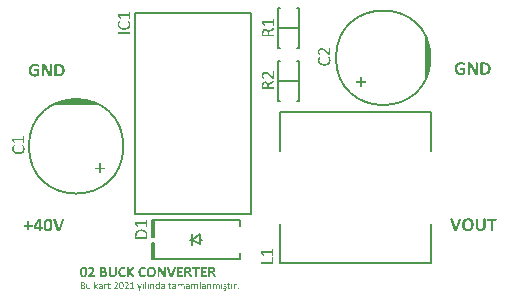
<source format=gto>
G04*
G04 #@! TF.GenerationSoftware,Altium Limited,Altium Designer,20.0.13 (296)*
G04*
G04 Layer_Color=65535*
%FSLAX25Y25*%
%MOIN*%
G70*
G01*
G75*
%ADD10C,0.00787*%
%ADD11C,0.00591*%
G36*
X203975Y468997D02*
X204754Y469360D01*
X206382Y469913D01*
X208061Y470285D01*
X209770Y470472D01*
X211490D01*
X213199Y470285D01*
X214878Y469913D01*
X216506Y469360D01*
X217285Y468997D01*
Y468997D01*
X203975Y468997D01*
D02*
G37*
G36*
X327265Y490907D02*
X327628Y490128D01*
X328181Y488500D01*
X328553Y486821D01*
X328740Y485112D01*
Y483392D01*
X328553Y481683D01*
X328181Y480004D01*
X327628Y478376D01*
X327265Y477597D01*
X327265Y477597D01*
X327265Y490907D01*
D02*
G37*
G36*
X338774Y430667D02*
X338840Y430659D01*
X338854D01*
X338883Y430652D01*
X338920Y430638D01*
X338949Y430616D01*
X338956Y430608D01*
X338963Y430586D01*
X338971Y430557D01*
X338963Y430514D01*
Y430499D01*
X338956Y430470D01*
X338942Y430411D01*
X338920Y430339D01*
X337702Y426716D01*
Y426708D01*
X337695Y426686D01*
X337659Y426628D01*
X337651Y426621D01*
X337644Y426613D01*
X337615Y426599D01*
X337578Y426584D01*
X337571D01*
X337535Y426577D01*
X337484Y426570D01*
X337418Y426562D01*
X337352D01*
X337272Y426555D01*
X337024D01*
X336951Y426562D01*
X336849D01*
X336798Y426570D01*
X336791D01*
X336762Y426577D01*
X336725D01*
X336696Y426584D01*
X336689D01*
X336674Y426592D01*
X336631Y426606D01*
X336623Y426613D01*
X336616Y426621D01*
X336587Y426657D01*
Y426664D01*
X336580Y426679D01*
X336565Y426723D01*
X335348Y430346D01*
Y430353D01*
X335340Y430368D01*
X335326Y430411D01*
X335311Y430463D01*
X335304Y430521D01*
Y430536D01*
Y430557D01*
X335311Y430586D01*
X335333Y430616D01*
X335340Y430623D01*
X335362Y430638D01*
X335406Y430652D01*
X335464Y430659D01*
X335479D01*
X335501Y430667D01*
X335574D01*
X335617Y430674D01*
X335894D01*
X335960Y430667D01*
X335975D01*
X336004Y430659D01*
X336047Y430652D01*
X336084Y430638D01*
X336091D01*
X336106Y430630D01*
X336128Y430616D01*
X336142Y430594D01*
X336150Y430586D01*
X336157Y430572D01*
X336164Y430550D01*
X336179Y430514D01*
X337177Y427372D01*
X338154Y430499D01*
Y430506D01*
X338161Y430536D01*
X338176Y430557D01*
X338183Y430586D01*
X338191Y430594D01*
X338198Y430608D01*
X338220Y430623D01*
X338249Y430638D01*
X338256Y430645D01*
X338285Y430652D01*
X338322Y430659D01*
X338380Y430667D01*
X338417D01*
X338446Y430674D01*
X338694D01*
X338774Y430667D01*
D02*
G37*
G36*
X346909D02*
X346968Y430659D01*
X346982D01*
X347012Y430652D01*
X347055Y430645D01*
X347092Y430638D01*
X347099D01*
X347121Y430630D01*
X347143Y430616D01*
X347165Y430594D01*
X347172Y430586D01*
X347179Y430579D01*
X347186Y430557D01*
Y430536D01*
Y428093D01*
Y428086D01*
Y428079D01*
Y428057D01*
Y428028D01*
X347179Y427955D01*
X347172Y427867D01*
X347157Y427758D01*
X347135Y427649D01*
X347106Y427532D01*
X347070Y427415D01*
X347063Y427401D01*
X347048Y427364D01*
X347026Y427313D01*
X346990Y427248D01*
X346939Y427168D01*
X346888Y427080D01*
X346822Y427000D01*
X346742Y426920D01*
X346735Y426912D01*
X346705Y426883D01*
X346662Y426847D01*
X346596Y426803D01*
X346523Y426752D01*
X346428Y426701D01*
X346326Y426650D01*
X346217Y426606D01*
X346202Y426599D01*
X346159Y426592D01*
X346093Y426577D01*
X346013Y426555D01*
X345903Y426533D01*
X345780Y426519D01*
X345641Y426511D01*
X345495Y426504D01*
X345430D01*
X345357Y426511D01*
X345262Y426519D01*
X345160Y426526D01*
X345043Y426548D01*
X344919Y426570D01*
X344803Y426599D01*
X344788Y426606D01*
X344752Y426613D01*
X344693Y426643D01*
X344620Y426672D01*
X344540Y426708D01*
X344453Y426759D01*
X344365Y426818D01*
X344285Y426883D01*
X344278Y426890D01*
X344249Y426920D01*
X344212Y426963D01*
X344168Y427022D01*
X344117Y427087D01*
X344059Y427175D01*
X344008Y427270D01*
X343964Y427372D01*
X343957Y427386D01*
X343950Y427423D01*
X343928Y427488D01*
X343913Y427568D01*
X343892Y427670D01*
X343870Y427787D01*
X343862Y427911D01*
X343855Y428057D01*
Y430536D01*
Y430543D01*
Y430557D01*
X343870Y430594D01*
X343877Y430601D01*
X343884Y430608D01*
X343906Y430623D01*
X343935Y430638D01*
X343942D01*
X343972Y430645D01*
X344015Y430652D01*
X344066Y430659D01*
X344081D01*
X344125Y430667D01*
X344183Y430674D01*
X344336D01*
X344402Y430667D01*
X344467Y430659D01*
X344482D01*
X344511Y430652D01*
X344555Y430645D01*
X344591Y430638D01*
X344599D01*
X344620Y430630D01*
X344642Y430616D01*
X344664Y430594D01*
X344672Y430586D01*
X344679Y430579D01*
X344686Y430557D01*
Y430536D01*
Y428130D01*
Y428123D01*
Y428086D01*
Y428042D01*
X344693Y427984D01*
X344701Y427918D01*
X344708Y427845D01*
X344744Y427707D01*
Y427700D01*
X344759Y427678D01*
X344766Y427649D01*
X344788Y427605D01*
X344839Y427510D01*
X344912Y427415D01*
X344919Y427408D01*
X344934Y427393D01*
X344956Y427379D01*
X344992Y427350D01*
X345072Y427291D01*
X345182Y427240D01*
X345189D01*
X345211Y427233D01*
X345240Y427226D01*
X345284Y427211D01*
X345335Y427204D01*
X345393Y427189D01*
X345532Y427182D01*
X345605D01*
X345648Y427189D01*
X345765Y427204D01*
X345882Y427240D01*
X345889D01*
X345911Y427255D01*
X345933Y427262D01*
X345969Y427284D01*
X346057Y427342D01*
X346144Y427415D01*
X346151Y427423D01*
X346166Y427437D01*
X346181Y427459D01*
X346210Y427495D01*
X346232Y427539D01*
X346261Y427583D01*
X346312Y427700D01*
Y427707D01*
X346319Y427729D01*
X346334Y427765D01*
X346341Y427809D01*
X346356Y427867D01*
X346363Y427933D01*
X346370Y428079D01*
Y430536D01*
Y430543D01*
Y430557D01*
X346385Y430594D01*
X346392Y430601D01*
X346399Y430608D01*
X346421Y430623D01*
X346450Y430638D01*
X346458D01*
X346487Y430645D01*
X346530Y430652D01*
X346582Y430659D01*
X346596D01*
X346640Y430667D01*
X346698Y430674D01*
X346844D01*
X346909Y430667D01*
D02*
G37*
G36*
X350693Y430645D02*
X350708Y430630D01*
X350715D01*
X350722Y430616D01*
X350729Y430601D01*
X350744Y430572D01*
Y430565D01*
X350751Y430543D01*
X350759Y430514D01*
X350766Y430470D01*
Y430455D01*
X350773Y430426D01*
X350781Y430375D01*
Y430309D01*
Y430302D01*
Y430295D01*
Y430251D01*
X350773Y430200D01*
X350766Y430149D01*
Y430142D01*
X350759Y430113D01*
X350751Y430084D01*
X350744Y430047D01*
Y430040D01*
X350737Y430025D01*
X350708Y429989D01*
X350693Y429981D01*
X350657Y429974D01*
X349636D01*
Y426686D01*
Y426679D01*
Y426664D01*
X349629Y426643D01*
X349614Y426621D01*
X349607D01*
X349600Y426606D01*
X349578Y426599D01*
X349541Y426584D01*
X349534D01*
X349512Y426577D01*
X349468D01*
X349417Y426570D01*
X349403D01*
X349366Y426562D01*
X349301Y426555D01*
X349148D01*
X349082Y426562D01*
X349016Y426570D01*
X349002D01*
X348973Y426577D01*
X348929D01*
X348885Y426584D01*
X348878D01*
X348863Y426592D01*
X348841Y426606D01*
X348819Y426621D01*
Y426628D01*
X348812Y426643D01*
X348805Y426686D01*
Y429974D01*
X347762D01*
X347726Y429989D01*
Y429996D01*
X347711Y430003D01*
X347690Y430047D01*
Y430054D01*
X347682Y430076D01*
X347675Y430105D01*
X347668Y430149D01*
Y430164D01*
Y430193D01*
X347660Y430244D01*
Y430309D01*
Y430317D01*
Y430324D01*
Y430368D01*
Y430419D01*
X347668Y430470D01*
Y430484D01*
X347675Y430506D01*
X347682Y430543D01*
X347690Y430572D01*
Y430579D01*
X347697Y430594D01*
X347711Y430616D01*
X347726Y430630D01*
X347733Y430638D01*
X347741Y430645D01*
X347755Y430652D01*
X350671D01*
X350693Y430645D01*
D02*
G37*
G36*
X341427Y430718D02*
X341537Y430710D01*
X341668Y430696D01*
X341799Y430674D01*
X341938Y430645D01*
X342076Y430601D01*
X342084D01*
X342091Y430594D01*
X342135Y430579D01*
X342200Y430550D01*
X342288Y430506D01*
X342375Y430455D01*
X342477Y430390D01*
X342572Y430309D01*
X342667Y430222D01*
X342674Y430207D01*
X342703Y430178D01*
X342747Y430120D01*
X342805Y430047D01*
X342864Y429952D01*
X342922Y429843D01*
X342980Y429712D01*
X343031Y429573D01*
Y429566D01*
X343039Y429559D01*
X343046Y429537D01*
X343053Y429508D01*
X343060Y429471D01*
X343068Y429420D01*
X343097Y429311D01*
X343119Y429179D01*
X343133Y429026D01*
X343148Y428844D01*
X343155Y428655D01*
Y428647D01*
Y428633D01*
Y428604D01*
Y428567D01*
X343148Y428523D01*
Y428472D01*
X343141Y428356D01*
X343126Y428210D01*
X343097Y428064D01*
X343068Y427904D01*
X343024Y427751D01*
Y427743D01*
X343017Y427736D01*
X343009Y427714D01*
X343002Y427685D01*
X342973Y427612D01*
X342929Y427517D01*
X342878Y427408D01*
X342812Y427299D01*
X342740Y427182D01*
X342652Y427073D01*
X342638Y427058D01*
X342608Y427029D01*
X342557Y426978D01*
X342484Y426920D01*
X342390Y426847D01*
X342288Y426781D01*
X342164Y426708D01*
X342033Y426650D01*
X342025D01*
X342018Y426643D01*
X341996Y426635D01*
X341967Y426628D01*
X341894Y426606D01*
X341792Y426577D01*
X341668Y426548D01*
X341522Y426526D01*
X341362Y426511D01*
X341187Y426504D01*
X341107D01*
X341063Y426511D01*
X341019D01*
X340903Y426519D01*
X340779Y426533D01*
X340640Y426555D01*
X340494Y426584D01*
X340356Y426628D01*
X340349D01*
X340341Y426635D01*
X340298Y426650D01*
X340232Y426679D01*
X340152Y426723D01*
X340057Y426774D01*
X339962Y426839D01*
X339860Y426920D01*
X339765Y427007D01*
X339758Y427022D01*
X339729Y427051D01*
X339685Y427109D01*
X339634Y427182D01*
X339576Y427277D01*
X339517Y427386D01*
X339466Y427517D01*
X339415Y427656D01*
Y427663D01*
X339408Y427670D01*
Y427700D01*
X339401Y427729D01*
X339386Y427765D01*
X339379Y427809D01*
X339357Y427918D01*
X339335Y428057D01*
X339321Y428217D01*
X339306Y428392D01*
X339299Y428589D01*
Y428596D01*
Y428611D01*
Y428640D01*
Y428669D01*
X339306Y428713D01*
Y428764D01*
X339313Y428881D01*
X339328Y429019D01*
X339350Y429165D01*
X339379Y429318D01*
X339423Y429471D01*
Y429478D01*
X339430Y429486D01*
X339437Y429508D01*
X339445Y429537D01*
X339474Y429610D01*
X339517Y429704D01*
X339568Y429814D01*
X339634Y429923D01*
X339707Y430040D01*
X339794Y430149D01*
X339809Y430164D01*
X339838Y430193D01*
X339889Y430244D01*
X339962Y430309D01*
X340050Y430375D01*
X340159Y430448D01*
X340276Y430514D01*
X340407Y430572D01*
X340414D01*
X340421Y430579D01*
X340443Y430586D01*
X340472Y430594D01*
X340553Y430623D01*
X340655Y430652D01*
X340779Y430674D01*
X340924Y430703D01*
X341085Y430718D01*
X341260Y430725D01*
X341376D01*
X341427Y430718D01*
D02*
G37*
G36*
X238432Y409576D02*
X238456Y409572D01*
X238460D01*
X238472Y409568D01*
X238488Y409564D01*
X238500Y409560D01*
X238504D01*
X238508Y409556D01*
X238524Y409544D01*
X238528Y409540D01*
X238532Y409524D01*
Y407214D01*
Y407210D01*
Y407206D01*
X238524Y407186D01*
X238520Y407182D01*
X238500Y407174D01*
X238496D01*
X238492Y407170D01*
X238480D01*
X238464Y407166D01*
X238448D01*
X238428Y407162D01*
X238364D01*
X238344Y407166D01*
X238340D01*
X238332Y407170D01*
X238304Y407174D01*
X238300D01*
X238296Y407178D01*
X238280Y407190D01*
Y407194D01*
Y407198D01*
X238276Y407214D01*
Y407422D01*
X238272Y407418D01*
X238256Y407402D01*
X238227Y407378D01*
X238195Y407346D01*
X238159Y407314D01*
X238115Y407278D01*
X238067Y407246D01*
X238019Y407214D01*
X238015Y407210D01*
X237995Y407202D01*
X237971Y407190D01*
X237935Y407178D01*
X237891Y407166D01*
X237842Y407154D01*
X237786Y407146D01*
X237730Y407142D01*
X237702D01*
X237670Y407146D01*
X237630Y407150D01*
X237582Y407158D01*
X237534Y407170D01*
X237482Y407186D01*
X237434Y407206D01*
X237429Y407210D01*
X237413Y407218D01*
X237393Y407234D01*
X237365Y407254D01*
X237333Y407278D01*
X237301Y407310D01*
X237269Y407346D01*
X237237Y407386D01*
X237233Y407390D01*
X237225Y407406D01*
X237213Y407430D01*
X237197Y407463D01*
X237181Y407499D01*
X237161Y407547D01*
X237145Y407595D01*
X237129Y407651D01*
Y407659D01*
X237125Y407679D01*
X237121Y407711D01*
X237113Y407751D01*
X237109Y407799D01*
X237101Y407856D01*
X237097Y407912D01*
Y407976D01*
Y407980D01*
Y407984D01*
Y408008D01*
X237101Y408048D01*
Y408096D01*
X237105Y408152D01*
X237113Y408212D01*
X237137Y408337D01*
X237141Y408345D01*
X237145Y408365D01*
X237157Y408393D01*
X237169Y408433D01*
X237189Y408477D01*
X237209Y408521D01*
X237237Y408569D01*
X237265Y408613D01*
X237269Y408617D01*
X237281Y408633D01*
X237297Y408653D01*
X237321Y408677D01*
X237353Y408710D01*
X237389Y408738D01*
X237429Y408766D01*
X237474Y408790D01*
X237478Y408794D01*
X237498Y408802D01*
X237522Y408810D01*
X237558Y408822D01*
X237602Y408834D01*
X237650Y408846D01*
X237706Y408850D01*
X237766Y408854D01*
X237790D01*
X237814Y408850D01*
X237850Y408846D01*
X237887Y408838D01*
X237931Y408830D01*
X237971Y408814D01*
X238015Y408794D01*
X238019Y408790D01*
X238035Y408782D01*
X238059Y408770D01*
X238087Y408750D01*
X238123Y408726D01*
X238159Y408694D01*
X238203Y408658D01*
X238244Y408617D01*
Y409524D01*
Y409528D01*
Y409532D01*
X238247Y409544D01*
Y409548D01*
X238256Y409552D01*
X238272Y409560D01*
X238276D01*
X238284Y409564D01*
X238296Y409568D01*
X238316Y409572D01*
X238320D01*
X238336Y409576D01*
X238356Y409580D01*
X238408D01*
X238432Y409576D01*
D02*
G37*
G36*
X255174Y408850D02*
X255210Y408846D01*
X255250Y408842D01*
X255294Y408830D01*
X255338Y408818D01*
X255378Y408798D01*
X255382Y408794D01*
X255398Y408790D01*
X255414Y408778D01*
X255442Y408762D01*
X255466Y408742D01*
X255499Y408718D01*
X255527Y408690D01*
X255551Y408658D01*
X255555Y408653D01*
X255563Y408641D01*
X255575Y408621D01*
X255587Y408597D01*
X255603Y408569D01*
X255619Y408533D01*
X255635Y408493D01*
X255647Y408449D01*
Y408445D01*
X255651Y408429D01*
X255659Y408405D01*
X255663Y408369D01*
X255671Y408329D01*
X255675Y408281D01*
X255679Y408224D01*
Y408164D01*
Y407214D01*
Y407210D01*
Y407206D01*
X255671Y407190D01*
X255667Y407186D01*
X255647Y407174D01*
X255643D01*
X255635Y407170D01*
X255623D01*
X255603Y407166D01*
X255587D01*
X255563Y407162D01*
X255486D01*
X255462Y407166D01*
X255458D01*
X255450Y407170D01*
X255422Y407174D01*
X255418D01*
X255414Y407178D01*
X255398Y407190D01*
Y407198D01*
X255394Y407214D01*
Y408128D01*
Y408132D01*
Y408152D01*
Y408176D01*
X255390Y408204D01*
X255386Y408273D01*
X255378Y408309D01*
X255370Y408341D01*
Y408345D01*
X255366Y408357D01*
X255362Y408369D01*
X255354Y408389D01*
X255338Y408437D01*
X255310Y408481D01*
Y408485D01*
X255302Y408493D01*
X255282Y408517D01*
X255250Y408545D01*
X255206Y408573D01*
X255202D01*
X255194Y408577D01*
X255182Y408585D01*
X255166Y408589D01*
X255118Y408601D01*
X255061Y408605D01*
X255041D01*
X255021Y408601D01*
X254993Y408597D01*
X254961Y408585D01*
X254925Y408573D01*
X254885Y408553D01*
X254845Y408525D01*
X254841Y408521D01*
X254825Y408513D01*
X254805Y408493D01*
X254777Y408469D01*
X254741Y408437D01*
X254704Y408401D01*
X254664Y408357D01*
X254620Y408305D01*
Y407214D01*
Y407210D01*
Y407206D01*
X254612Y407190D01*
X254608Y407186D01*
X254588Y407174D01*
X254584D01*
X254576Y407170D01*
X254564D01*
X254544Y407166D01*
X254528D01*
X254504Y407162D01*
X254428D01*
X254404Y407166D01*
X254400D01*
X254392Y407170D01*
X254364Y407174D01*
X254360D01*
X254356Y407178D01*
X254340Y407190D01*
Y407198D01*
X254336Y407214D01*
Y408774D01*
Y408778D01*
Y408782D01*
X254340Y408798D01*
X254344Y408802D01*
X254352Y408810D01*
X254360Y408814D01*
X254364D01*
X254372Y408818D01*
X254384Y408822D01*
X254400Y408826D01*
X254404D01*
X254416Y408830D01*
X254504D01*
X254524Y408826D01*
X254528D01*
X254540Y408822D01*
X254552Y408818D01*
X254564Y408814D01*
X254568D01*
X254572Y408810D01*
X254580Y408806D01*
X254584Y408798D01*
X254588Y408794D01*
X254592Y408774D01*
Y408569D01*
X254600Y408577D01*
X254616Y408593D01*
X254640Y408617D01*
X254677Y408649D01*
X254713Y408686D01*
X254757Y408722D01*
X254805Y408754D01*
X254853Y408782D01*
X254861Y408786D01*
X254877Y408794D01*
X254901Y408806D01*
X254937Y408818D01*
X254977Y408830D01*
X255021Y408842D01*
X255069Y408850D01*
X255118Y408854D01*
X255146D01*
X255174Y408850D01*
D02*
G37*
G36*
X236170Y408850D02*
X236206Y408846D01*
X236246Y408842D01*
X236291Y408830D01*
X236335Y408818D01*
X236375Y408798D01*
X236379Y408794D01*
X236395Y408790D01*
X236411Y408778D01*
X236439Y408762D01*
X236463Y408742D01*
X236495Y408718D01*
X236523Y408690D01*
X236547Y408658D01*
X236551Y408653D01*
X236559Y408641D01*
X236571Y408621D01*
X236583Y408597D01*
X236599Y408569D01*
X236615Y408533D01*
X236631Y408493D01*
X236644Y408449D01*
Y408445D01*
X236648Y408429D01*
X236655Y408405D01*
X236660Y408369D01*
X236668Y408329D01*
X236672Y408281D01*
X236676Y408224D01*
Y408164D01*
Y407214D01*
Y407210D01*
Y407206D01*
X236668Y407190D01*
X236664Y407186D01*
X236644Y407174D01*
X236639D01*
X236631Y407170D01*
X236619D01*
X236599Y407166D01*
X236583D01*
X236559Y407162D01*
X236483D01*
X236459Y407166D01*
X236455D01*
X236447Y407170D01*
X236419Y407174D01*
X236415D01*
X236411Y407178D01*
X236395Y407190D01*
Y407198D01*
X236391Y407214D01*
Y408128D01*
Y408132D01*
Y408152D01*
Y408176D01*
X236387Y408204D01*
X236383Y408273D01*
X236375Y408309D01*
X236367Y408341D01*
Y408345D01*
X236363Y408357D01*
X236359Y408369D01*
X236351Y408389D01*
X236335Y408437D01*
X236307Y408481D01*
Y408485D01*
X236299Y408493D01*
X236279Y408517D01*
X236246Y408545D01*
X236202Y408573D01*
X236198D01*
X236190Y408577D01*
X236178Y408585D01*
X236162Y408589D01*
X236114Y408601D01*
X236058Y408605D01*
X236038D01*
X236018Y408601D01*
X235990Y408597D01*
X235958Y408585D01*
X235922Y408573D01*
X235882Y408553D01*
X235841Y408525D01*
X235838Y408521D01*
X235822Y408513D01*
X235801Y408493D01*
X235773Y408469D01*
X235737Y408437D01*
X235701Y408401D01*
X235661Y408357D01*
X235617Y408305D01*
Y407214D01*
Y407210D01*
Y407206D01*
X235609Y407190D01*
X235605Y407186D01*
X235585Y407174D01*
X235581D01*
X235573Y407170D01*
X235561D01*
X235541Y407166D01*
X235525D01*
X235501Y407162D01*
X235424D01*
X235400Y407166D01*
X235396D01*
X235388Y407170D01*
X235360Y407174D01*
X235356D01*
X235352Y407178D01*
X235336Y407190D01*
Y407198D01*
X235332Y407214D01*
Y408774D01*
Y408778D01*
Y408782D01*
X235336Y408798D01*
X235340Y408802D01*
X235348Y408810D01*
X235356Y408814D01*
X235360D01*
X235368Y408818D01*
X235380Y408822D01*
X235396Y408826D01*
X235400D01*
X235412Y408830D01*
X235501D01*
X235521Y408826D01*
X235525D01*
X235537Y408822D01*
X235549Y408818D01*
X235561Y408814D01*
X235565D01*
X235569Y408810D01*
X235577Y408806D01*
X235581Y408798D01*
X235585Y408794D01*
X235589Y408774D01*
Y408569D01*
X235597Y408577D01*
X235613Y408593D01*
X235637Y408617D01*
X235673Y408649D01*
X235709Y408686D01*
X235753Y408722D01*
X235801Y408754D01*
X235849Y408782D01*
X235858Y408786D01*
X235874Y408794D01*
X235898Y408806D01*
X235934Y408818D01*
X235974Y408830D01*
X236018Y408842D01*
X236066Y408850D01*
X236114Y408854D01*
X236142D01*
X236170Y408850D01*
D02*
G37*
G36*
X263972Y408850D02*
X263976D01*
X263988Y408846D01*
X264008Y408842D01*
X264028Y408838D01*
X264032D01*
X264048Y408834D01*
X264064Y408830D01*
X264084Y408822D01*
X264088D01*
X264100Y408818D01*
X264112Y408814D01*
X264120Y408806D01*
X264124D01*
X264128Y408802D01*
X264136Y408790D01*
X264140Y408786D01*
Y408770D01*
Y408766D01*
X264144Y408762D01*
Y408750D01*
Y408734D01*
Y408730D01*
X264148Y408718D01*
Y408702D01*
Y408673D01*
Y408666D01*
Y408649D01*
Y408629D01*
X264144Y408609D01*
Y408605D01*
Y408597D01*
X264136Y408569D01*
Y408565D01*
X264132Y408561D01*
X264124Y408545D01*
X264120Y408541D01*
X264104Y408537D01*
X264092D01*
X264068Y408545D01*
X264064D01*
X264056Y408549D01*
X264040Y408557D01*
X264024Y408561D01*
X264020D01*
X264008Y408565D01*
X263992Y408573D01*
X263968Y408577D01*
X263964D01*
X263948Y408581D01*
X263924Y408585D01*
X263891D01*
X263871Y408581D01*
X263847Y408577D01*
X263815Y408565D01*
X263807Y408561D01*
X263791Y408553D01*
X263763Y408533D01*
X263727Y408509D01*
X263719Y408501D01*
X263699Y408481D01*
X263667Y408445D01*
X263631Y408401D01*
X263627Y408397D01*
X263623Y408389D01*
X263611Y408377D01*
X263599Y408357D01*
X263583Y408333D01*
X263567Y408305D01*
X263523Y408241D01*
Y407214D01*
Y407210D01*
Y407206D01*
X263514Y407190D01*
X263510Y407186D01*
X263491Y407174D01*
X263486D01*
X263478Y407170D01*
X263466D01*
X263446Y407166D01*
X263430D01*
X263406Y407162D01*
X263330D01*
X263306Y407166D01*
X263302D01*
X263294Y407170D01*
X263266Y407174D01*
X263262D01*
X263258Y407178D01*
X263242Y407190D01*
Y407198D01*
X263238Y407214D01*
Y408774D01*
Y408778D01*
Y408782D01*
X263242Y408798D01*
X263246Y408802D01*
X263254Y408810D01*
X263262Y408814D01*
X263266D01*
X263274Y408818D01*
X263286Y408822D01*
X263302Y408826D01*
X263306D01*
X263318Y408830D01*
X263406D01*
X263426Y408826D01*
X263430D01*
X263442Y408822D01*
X263454Y408818D01*
X263466Y408814D01*
X263470D01*
X263474Y408810D01*
X263482Y408806D01*
X263486Y408798D01*
X263491Y408794D01*
X263494Y408774D01*
Y408545D01*
X263498Y408549D01*
X263507Y408561D01*
X263519Y408577D01*
X263535Y408601D01*
X263571Y408649D01*
X263615Y408698D01*
X263619Y408702D01*
X263623Y408710D01*
X263651Y408734D01*
X263683Y408762D01*
X263719Y408790D01*
X263723D01*
X263727Y408794D01*
X263751Y408810D01*
X263783Y408826D01*
X263819Y408838D01*
X263823D01*
X263827Y408842D01*
X263851Y408846D01*
X263883Y408850D01*
X263919Y408854D01*
X263952D01*
X263972Y408850D01*
D02*
G37*
G36*
X258029D02*
X258065Y408846D01*
X258105Y408842D01*
X258149Y408830D01*
X258189Y408818D01*
X258229Y408798D01*
X258233Y408794D01*
X258245Y408790D01*
X258265Y408778D01*
X258290Y408762D01*
X258313Y408742D01*
X258342Y408718D01*
X258370Y408690D01*
X258394Y408658D01*
X258398Y408653D01*
X258406Y408641D01*
X258414Y408621D01*
X258430Y408597D01*
X258446Y408569D01*
X258458Y408533D01*
X258474Y408493D01*
X258486Y408449D01*
Y408445D01*
X258490Y408429D01*
X258494Y408405D01*
X258502Y408373D01*
X258506Y408337D01*
X258510Y408297D01*
X258514Y408200D01*
Y407214D01*
Y407210D01*
Y407206D01*
X258506Y407190D01*
X258502Y407186D01*
X258482Y407174D01*
X258478D01*
X258470Y407170D01*
X258458D01*
X258438Y407166D01*
X258418D01*
X258398Y407162D01*
X258322D01*
X258297Y407166D01*
X258294D01*
X258281Y407170D01*
X258265D01*
X258253Y407174D01*
X258249D01*
X258245Y407178D01*
X258229Y407190D01*
Y407198D01*
X258225Y407214D01*
Y408160D01*
Y408164D01*
Y408176D01*
Y408196D01*
X258221Y408220D01*
X258217Y408281D01*
X258205Y408341D01*
Y408345D01*
X258201Y408357D01*
X258197Y408369D01*
X258193Y408389D01*
X258173Y408437D01*
X258149Y408481D01*
Y408485D01*
X258141Y408493D01*
X258125Y408517D01*
X258093Y408545D01*
X258053Y408573D01*
X258049D01*
X258041Y408577D01*
X258029Y408585D01*
X258013Y408589D01*
X257969Y408601D01*
X257917Y408605D01*
X257901D01*
X257880Y408601D01*
X257852Y408597D01*
X257824Y408585D01*
X257788Y408573D01*
X257752Y408553D01*
X257716Y408525D01*
X257712Y408521D01*
X257700Y408513D01*
X257680Y408493D01*
X257652Y408469D01*
X257620Y408437D01*
X257584Y408401D01*
X257544Y408357D01*
X257500Y408305D01*
Y407214D01*
Y407210D01*
Y407206D01*
X257491Y407190D01*
X257488Y407186D01*
X257467Y407174D01*
X257463D01*
X257455Y407170D01*
X257443D01*
X257423Y407166D01*
X257403D01*
X257383Y407162D01*
X257311D01*
X257287Y407166D01*
X257283D01*
X257271Y407170D01*
X257255D01*
X257243Y407174D01*
X257239D01*
X257235Y407178D01*
X257219Y407190D01*
Y407198D01*
X257215Y407214D01*
Y408160D01*
Y408164D01*
Y408176D01*
Y408196D01*
X257211Y408220D01*
X257207Y408281D01*
X257195Y408341D01*
Y408345D01*
X257191Y408357D01*
X257187Y408369D01*
X257179Y408389D01*
X257163Y408437D01*
X257135Y408481D01*
Y408485D01*
X257127Y408493D01*
X257111Y408517D01*
X257079Y408545D01*
X257038Y408573D01*
X257034D01*
X257030Y408577D01*
X257018Y408585D01*
X257002Y408589D01*
X256958Y408601D01*
X256902Y408605D01*
X256886D01*
X256866Y408601D01*
X256838Y408597D01*
X256810Y408585D01*
X256774Y408573D01*
X256738Y408553D01*
X256701Y408525D01*
X256698Y408521D01*
X256685Y408513D01*
X256665Y408493D01*
X256637Y408469D01*
X256605Y408437D01*
X256569Y408401D01*
X256529Y408357D01*
X256485Y408305D01*
Y407214D01*
Y407210D01*
Y407206D01*
X256477Y407190D01*
X256473Y407186D01*
X256453Y407174D01*
X256449D01*
X256441Y407170D01*
X256429D01*
X256409Y407166D01*
X256393D01*
X256369Y407162D01*
X256293D01*
X256268Y407166D01*
X256264D01*
X256256Y407170D01*
X256228Y407174D01*
X256224D01*
X256220Y407178D01*
X256204Y407190D01*
Y407198D01*
X256200Y407214D01*
Y408774D01*
Y408778D01*
Y408782D01*
X256204Y408798D01*
X256208Y408802D01*
X256216Y408810D01*
X256224Y408814D01*
X256228D01*
X256236Y408818D01*
X256248Y408822D01*
X256264Y408826D01*
X256268D01*
X256280Y408830D01*
X256369D01*
X256389Y408826D01*
X256393D01*
X256405Y408822D01*
X256417Y408818D01*
X256429Y408814D01*
X256433D01*
X256437Y408810D01*
X256445Y408806D01*
X256449Y408798D01*
X256453Y408794D01*
X256457Y408774D01*
Y408569D01*
X256461Y408577D01*
X256481Y408593D01*
X256505Y408617D01*
X256537Y408649D01*
X256573Y408686D01*
X256617Y408722D01*
X256661Y408754D01*
X256710Y408782D01*
X256714Y408786D01*
X256730Y408794D01*
X256758Y408806D01*
X256790Y408818D01*
X256826Y408830D01*
X256870Y408842D01*
X256914Y408850D01*
X256962Y408854D01*
X256998D01*
X257018Y408850D01*
X257074Y408846D01*
X257135Y408830D01*
X257139D01*
X257147Y408826D01*
X257163Y408822D01*
X257183Y408814D01*
X257227Y408794D01*
X257271Y408766D01*
X257275D01*
X257283Y408758D01*
X257307Y408738D01*
X257339Y408710D01*
X257371Y408670D01*
X257375Y408666D01*
X257379Y408662D01*
X257387Y408649D01*
X257395Y408633D01*
X257419Y408593D01*
X257443Y408545D01*
X257447Y408549D01*
X257455Y408561D01*
X257471Y408573D01*
X257491Y408593D01*
X257536Y408641D01*
X257588Y408686D01*
X257592Y408690D01*
X257600Y408698D01*
X257616Y408706D01*
X257632Y408722D01*
X257676Y408750D01*
X257724Y408782D01*
X257728D01*
X257736Y408790D01*
X257748Y408794D01*
X257764Y408802D01*
X257808Y408818D01*
X257852Y408834D01*
X257856D01*
X257864Y408838D01*
X257876Y408842D01*
X257892Y408846D01*
X257929Y408850D01*
X257977Y408854D01*
X258001D01*
X258029Y408850D01*
D02*
G37*
G36*
X250815D02*
X250851Y408846D01*
X250891Y408842D01*
X250935Y408830D01*
X250975Y408818D01*
X251015Y408798D01*
X251019Y408794D01*
X251031Y408790D01*
X251051Y408778D01*
X251076Y408762D01*
X251099Y408742D01*
X251128Y408718D01*
X251156Y408690D01*
X251180Y408658D01*
X251184Y408653D01*
X251192Y408641D01*
X251200Y408621D01*
X251216Y408597D01*
X251232Y408569D01*
X251244Y408533D01*
X251260Y408493D01*
X251272Y408449D01*
Y408445D01*
X251276Y408429D01*
X251280Y408405D01*
X251288Y408373D01*
X251292Y408337D01*
X251296Y408297D01*
X251300Y408200D01*
Y407214D01*
Y407210D01*
Y407206D01*
X251292Y407190D01*
X251288Y407186D01*
X251268Y407174D01*
X251264D01*
X251256Y407170D01*
X251244D01*
X251224Y407166D01*
X251204D01*
X251184Y407162D01*
X251108D01*
X251083Y407166D01*
X251080D01*
X251067Y407170D01*
X251051D01*
X251039Y407174D01*
X251035D01*
X251031Y407178D01*
X251015Y407190D01*
Y407198D01*
X251011Y407214D01*
Y408160D01*
Y408164D01*
Y408176D01*
Y408196D01*
X251007Y408220D01*
X251003Y408281D01*
X250991Y408341D01*
Y408345D01*
X250987Y408357D01*
X250983Y408369D01*
X250979Y408389D01*
X250959Y408437D01*
X250935Y408481D01*
Y408485D01*
X250927Y408493D01*
X250911Y408517D01*
X250879Y408545D01*
X250839Y408573D01*
X250835D01*
X250827Y408577D01*
X250815Y408585D01*
X250799Y408589D01*
X250755Y408601D01*
X250703Y408605D01*
X250687D01*
X250666Y408601D01*
X250638Y408597D01*
X250610Y408585D01*
X250574Y408573D01*
X250538Y408553D01*
X250502Y408525D01*
X250498Y408521D01*
X250486Y408513D01*
X250466Y408493D01*
X250438Y408469D01*
X250406Y408437D01*
X250370Y408401D01*
X250330Y408357D01*
X250286Y408305D01*
Y407214D01*
Y407210D01*
Y407206D01*
X250277Y407190D01*
X250273Y407186D01*
X250253Y407174D01*
X250249D01*
X250241Y407170D01*
X250229D01*
X250209Y407166D01*
X250189D01*
X250169Y407162D01*
X250097D01*
X250073Y407166D01*
X250069D01*
X250057Y407170D01*
X250041D01*
X250029Y407174D01*
X250025D01*
X250021Y407178D01*
X250005Y407190D01*
Y407198D01*
X250001Y407214D01*
Y408160D01*
Y408164D01*
Y408176D01*
Y408196D01*
X249997Y408220D01*
X249993Y408281D01*
X249981Y408341D01*
Y408345D01*
X249977Y408357D01*
X249973Y408369D01*
X249965Y408389D01*
X249949Y408437D01*
X249921Y408481D01*
Y408485D01*
X249913Y408493D01*
X249897Y408517D01*
X249865Y408545D01*
X249824Y408573D01*
X249820D01*
X249816Y408577D01*
X249804Y408585D01*
X249788Y408589D01*
X249744Y408601D01*
X249688Y408605D01*
X249672D01*
X249652Y408601D01*
X249624Y408597D01*
X249596Y408585D01*
X249560Y408573D01*
X249524Y408553D01*
X249487Y408525D01*
X249483Y408521D01*
X249471Y408513D01*
X249451Y408493D01*
X249423Y408469D01*
X249391Y408437D01*
X249355Y408401D01*
X249315Y408357D01*
X249271Y408305D01*
Y407214D01*
Y407210D01*
Y407206D01*
X249263Y407190D01*
X249259Y407186D01*
X249239Y407174D01*
X249235D01*
X249227Y407170D01*
X249215D01*
X249195Y407166D01*
X249179D01*
X249155Y407162D01*
X249078D01*
X249054Y407166D01*
X249050D01*
X249042Y407170D01*
X249014Y407174D01*
X249010D01*
X249006Y407178D01*
X248990Y407190D01*
Y407198D01*
X248986Y407214D01*
Y408774D01*
Y408778D01*
Y408782D01*
X248990Y408798D01*
X248994Y408802D01*
X249002Y408810D01*
X249010Y408814D01*
X249014D01*
X249022Y408818D01*
X249034Y408822D01*
X249050Y408826D01*
X249054D01*
X249066Y408830D01*
X249155D01*
X249175Y408826D01*
X249179D01*
X249191Y408822D01*
X249203Y408818D01*
X249215Y408814D01*
X249219D01*
X249223Y408810D01*
X249231Y408806D01*
X249235Y408798D01*
X249239Y408794D01*
X249243Y408774D01*
Y408569D01*
X249247Y408577D01*
X249267Y408593D01*
X249291Y408617D01*
X249323Y408649D01*
X249359Y408686D01*
X249403Y408722D01*
X249447Y408754D01*
X249496Y408782D01*
X249500Y408786D01*
X249516Y408794D01*
X249544Y408806D01*
X249576Y408818D01*
X249612Y408830D01*
X249656Y408842D01*
X249700Y408850D01*
X249748Y408854D01*
X249784D01*
X249804Y408850D01*
X249861Y408846D01*
X249921Y408830D01*
X249925D01*
X249933Y408826D01*
X249949Y408822D01*
X249969Y408814D01*
X250013Y408794D01*
X250057Y408766D01*
X250061D01*
X250069Y408758D01*
X250093Y408738D01*
X250125Y408710D01*
X250157Y408670D01*
X250161Y408666D01*
X250165Y408662D01*
X250173Y408649D01*
X250181Y408633D01*
X250205Y408593D01*
X250229Y408545D01*
X250233Y408549D01*
X250241Y408561D01*
X250257Y408573D01*
X250277Y408593D01*
X250322Y408641D01*
X250374Y408686D01*
X250378Y408690D01*
X250386Y408698D01*
X250402Y408706D01*
X250418Y408722D01*
X250462Y408750D01*
X250510Y408782D01*
X250514D01*
X250522Y408790D01*
X250534Y408794D01*
X250550Y408802D01*
X250594Y408818D01*
X250638Y408834D01*
X250642D01*
X250650Y408838D01*
X250662Y408842D01*
X250678Y408846D01*
X250715Y408850D01*
X250763Y408854D01*
X250787D01*
X250815Y408850D01*
D02*
G37*
G36*
X246280D02*
X246316Y408846D01*
X246356Y408842D01*
X246400Y408830D01*
X246440Y408818D01*
X246480Y408798D01*
X246484Y408794D01*
X246496Y408790D01*
X246516Y408778D01*
X246540Y408762D01*
X246564Y408742D01*
X246592Y408718D01*
X246620Y408690D01*
X246644Y408658D01*
X246649Y408653D01*
X246656Y408641D01*
X246665Y408621D01*
X246680Y408597D01*
X246697Y408569D01*
X246709Y408533D01*
X246725Y408493D01*
X246737Y408449D01*
Y408445D01*
X246741Y408429D01*
X246745Y408405D01*
X246753Y408373D01*
X246757Y408337D01*
X246761Y408297D01*
X246765Y408200D01*
Y407214D01*
Y407210D01*
Y407206D01*
X246757Y407190D01*
X246753Y407186D01*
X246733Y407174D01*
X246729D01*
X246721Y407170D01*
X246709D01*
X246689Y407166D01*
X246669D01*
X246649Y407162D01*
X246572D01*
X246548Y407166D01*
X246544D01*
X246532Y407170D01*
X246516D01*
X246504Y407174D01*
X246500D01*
X246496Y407178D01*
X246480Y407190D01*
Y407198D01*
X246476Y407214D01*
Y408160D01*
Y408164D01*
Y408176D01*
Y408196D01*
X246472Y408220D01*
X246468Y408281D01*
X246456Y408341D01*
Y408345D01*
X246452Y408357D01*
X246448Y408369D01*
X246444Y408389D01*
X246424Y408437D01*
X246400Y408481D01*
Y408485D01*
X246392Y408493D01*
X246376Y408517D01*
X246344Y408545D01*
X246304Y408573D01*
X246300D01*
X246292Y408577D01*
X246280Y408585D01*
X246264Y408589D01*
X246219Y408601D01*
X246167Y408605D01*
X246151D01*
X246131Y408601D01*
X246103Y408597D01*
X246075Y408585D01*
X246039Y408573D01*
X246003Y408553D01*
X245967Y408525D01*
X245963Y408521D01*
X245951Y408513D01*
X245931Y408493D01*
X245903Y408469D01*
X245870Y408437D01*
X245834Y408401D01*
X245794Y408357D01*
X245750Y408305D01*
Y407214D01*
Y407210D01*
Y407206D01*
X245742Y407190D01*
X245738Y407186D01*
X245718Y407174D01*
X245714D01*
X245706Y407170D01*
X245694D01*
X245674Y407166D01*
X245654D01*
X245634Y407162D01*
X245562D01*
X245538Y407166D01*
X245534D01*
X245522Y407170D01*
X245506D01*
X245494Y407174D01*
X245490D01*
X245486Y407178D01*
X245469Y407190D01*
Y407198D01*
X245465Y407214D01*
Y408160D01*
Y408164D01*
Y408176D01*
Y408196D01*
X245462Y408220D01*
X245458Y408281D01*
X245445Y408341D01*
Y408345D01*
X245441Y408357D01*
X245437Y408369D01*
X245429Y408389D01*
X245413Y408437D01*
X245385Y408481D01*
Y408485D01*
X245377Y408493D01*
X245361Y408517D01*
X245329Y408545D01*
X245289Y408573D01*
X245285D01*
X245281Y408577D01*
X245269Y408585D01*
X245253Y408589D01*
X245209Y408601D01*
X245153Y408605D01*
X245137D01*
X245117Y408601D01*
X245089Y408597D01*
X245060Y408585D01*
X245024Y408573D01*
X244988Y408553D01*
X244952Y408525D01*
X244948Y408521D01*
X244936Y408513D01*
X244916Y408493D01*
X244888Y408469D01*
X244856Y408437D01*
X244820Y408401D01*
X244780Y408357D01*
X244736Y408305D01*
Y407214D01*
Y407210D01*
Y407206D01*
X244728Y407190D01*
X244724Y407186D01*
X244704Y407174D01*
X244700D01*
X244692Y407170D01*
X244679D01*
X244659Y407166D01*
X244643D01*
X244619Y407162D01*
X244543D01*
X244519Y407166D01*
X244515D01*
X244507Y407170D01*
X244479Y407174D01*
X244475D01*
X244471Y407178D01*
X244455Y407190D01*
Y407198D01*
X244451Y407214D01*
Y408774D01*
Y408778D01*
Y408782D01*
X244455Y408798D01*
X244459Y408802D01*
X244467Y408810D01*
X244475Y408814D01*
X244479D01*
X244487Y408818D01*
X244499Y408822D01*
X244515Y408826D01*
X244519D01*
X244531Y408830D01*
X244619D01*
X244639Y408826D01*
X244643D01*
X244655Y408822D01*
X244668Y408818D01*
X244679Y408814D01*
X244684D01*
X244688Y408810D01*
X244696Y408806D01*
X244700Y408798D01*
X244704Y408794D01*
X244708Y408774D01*
Y408569D01*
X244712Y408577D01*
X244732Y408593D01*
X244756Y408617D01*
X244788Y408649D01*
X244824Y408686D01*
X244868Y408722D01*
X244912Y408754D01*
X244960Y408782D01*
X244964Y408786D01*
X244980Y408794D01*
X245008Y408806D01*
X245040Y408818D01*
X245076Y408830D01*
X245121Y408842D01*
X245165Y408850D01*
X245213Y408854D01*
X245249D01*
X245269Y408850D01*
X245325Y408846D01*
X245385Y408830D01*
X245389D01*
X245397Y408826D01*
X245413Y408822D01*
X245433Y408814D01*
X245478Y408794D01*
X245522Y408766D01*
X245526D01*
X245534Y408758D01*
X245558Y408738D01*
X245590Y408710D01*
X245622Y408670D01*
X245626Y408666D01*
X245630Y408662D01*
X245638Y408649D01*
X245646Y408633D01*
X245670Y408593D01*
X245694Y408545D01*
X245698Y408549D01*
X245706Y408561D01*
X245722Y408573D01*
X245742Y408593D01*
X245786Y408641D01*
X245838Y408686D01*
X245842Y408690D01*
X245850Y408698D01*
X245866Y408706D01*
X245883Y408722D01*
X245927Y408750D01*
X245975Y408782D01*
X245979D01*
X245987Y408790D01*
X245999Y408794D01*
X246015Y408802D01*
X246059Y408818D01*
X246103Y408834D01*
X246107D01*
X246115Y408838D01*
X246127Y408842D01*
X246143Y408846D01*
X246179Y408850D01*
X246227Y408854D01*
X246252D01*
X246280Y408850D01*
D02*
G37*
G36*
X220784Y408850D02*
X220788D01*
X220800Y408846D01*
X220820Y408842D01*
X220840Y408838D01*
X220844D01*
X220860Y408834D01*
X220876Y408830D01*
X220896Y408822D01*
X220900D01*
X220912Y408818D01*
X220924Y408814D01*
X220932Y408806D01*
X220936D01*
X220940Y408802D01*
X220948Y408790D01*
X220952Y408786D01*
Y408770D01*
Y408766D01*
X220956Y408762D01*
Y408750D01*
Y408734D01*
Y408730D01*
X220960Y408718D01*
Y408702D01*
Y408673D01*
Y408666D01*
Y408649D01*
Y408629D01*
X220956Y408609D01*
Y408605D01*
Y408597D01*
X220948Y408569D01*
Y408565D01*
X220944Y408561D01*
X220936Y408545D01*
X220932Y408541D01*
X220916Y408537D01*
X220904D01*
X220880Y408545D01*
X220876D01*
X220868Y408549D01*
X220852Y408557D01*
X220836Y408561D01*
X220832D01*
X220820Y408565D01*
X220804Y408573D01*
X220780Y408577D01*
X220776D01*
X220760Y408581D01*
X220736Y408585D01*
X220704D01*
X220684Y408581D01*
X220660Y408577D01*
X220628Y408565D01*
X220620Y408561D01*
X220603Y408553D01*
X220575Y408533D01*
X220539Y408509D01*
X220531Y408501D01*
X220511Y408481D01*
X220479Y408445D01*
X220443Y408401D01*
X220439Y408397D01*
X220435Y408389D01*
X220423Y408377D01*
X220411Y408357D01*
X220395Y408333D01*
X220379Y408305D01*
X220335Y408240D01*
Y407214D01*
Y407210D01*
Y407206D01*
X220327Y407190D01*
X220323Y407186D01*
X220303Y407174D01*
X220299D01*
X220291Y407170D01*
X220279D01*
X220259Y407166D01*
X220243D01*
X220218Y407162D01*
X220142D01*
X220118Y407166D01*
X220114D01*
X220106Y407170D01*
X220078Y407174D01*
X220074D01*
X220070Y407178D01*
X220054Y407190D01*
Y407198D01*
X220050Y407214D01*
Y408774D01*
Y408778D01*
Y408782D01*
X220054Y408798D01*
X220058Y408802D01*
X220066Y408810D01*
X220074Y408814D01*
X220078D01*
X220086Y408818D01*
X220098Y408822D01*
X220114Y408826D01*
X220118D01*
X220130Y408830D01*
X220218D01*
X220239Y408826D01*
X220243D01*
X220255Y408822D01*
X220267Y408818D01*
X220279Y408814D01*
X220283D01*
X220287Y408810D01*
X220295Y408806D01*
X220299Y408798D01*
X220303Y408794D01*
X220307Y408774D01*
Y408545D01*
X220311Y408549D01*
X220319Y408561D01*
X220331Y408577D01*
X220347Y408601D01*
X220383Y408649D01*
X220427Y408698D01*
X220431Y408702D01*
X220435Y408710D01*
X220463Y408734D01*
X220495Y408762D01*
X220531Y408790D01*
X220535D01*
X220539Y408794D01*
X220563Y408810D01*
X220596Y408826D01*
X220632Y408838D01*
X220636D01*
X220640Y408842D01*
X220664Y408846D01*
X220696Y408850D01*
X220732Y408854D01*
X220764D01*
X220784Y408850D01*
D02*
G37*
G36*
X260407Y408850D02*
X260451Y408842D01*
X260463D01*
X260475Y408838D01*
X260491Y408834D01*
X260527Y408826D01*
X260563Y408814D01*
X260567D01*
X260571Y408810D01*
X260595Y408806D01*
X260623Y408794D01*
X260651Y408782D01*
X260659Y408778D01*
X260671Y408770D01*
X260687Y408762D01*
X260703Y408750D01*
X260707D01*
X260716Y408742D01*
X260723Y408734D01*
X260728Y408726D01*
X260732Y408718D01*
X260736Y408702D01*
Y408698D01*
X260740Y408694D01*
X260744Y408670D01*
Y408666D01*
X260748Y408658D01*
Y408641D01*
Y408625D01*
Y408621D01*
Y408605D01*
Y408589D01*
X260744Y408569D01*
Y408565D01*
X260740Y408557D01*
X260732Y408537D01*
X260728Y408529D01*
X260719Y408517D01*
X260716D01*
X260700Y408513D01*
X260696D01*
X260687Y408517D01*
X260675Y408521D01*
X260655Y408529D01*
X260651Y408533D01*
X260635Y408541D01*
X260611Y408553D01*
X260579Y408569D01*
X260571Y408573D01*
X260551Y408585D01*
X260515Y408597D01*
X260471Y408613D01*
X260467D01*
X260459Y408617D01*
X260447Y408621D01*
X260431Y408625D01*
X260383Y408629D01*
X260327Y408633D01*
X260302D01*
X260282Y408629D01*
X260242Y408625D01*
X260198Y408613D01*
X260194D01*
X260190Y408609D01*
X260166Y408601D01*
X260134Y408585D01*
X260106Y408565D01*
X260102Y408561D01*
X260086Y408545D01*
X260070Y408521D01*
X260054Y408493D01*
X260050Y408485D01*
X260046Y408469D01*
X260042Y408441D01*
X260038Y408405D01*
Y408401D01*
Y408393D01*
Y408381D01*
X260042Y408365D01*
X260050Y408329D01*
X260070Y408289D01*
X260078Y408281D01*
X260094Y408260D01*
X260122Y408236D01*
X260158Y408208D01*
X260162D01*
X260170Y408204D01*
X260178Y408196D01*
X260194Y408188D01*
X260234Y408168D01*
X260286Y408148D01*
X260291D01*
X260298Y408144D01*
X260314Y408136D01*
X260331Y408132D01*
X260379Y408112D01*
X260431Y408088D01*
X260435D01*
X260443Y408084D01*
X260459Y408076D01*
X260475Y408068D01*
X260523Y408048D01*
X260575Y408024D01*
X260579D01*
X260587Y408016D01*
X260599Y408008D01*
X260619Y408000D01*
X260659Y407972D01*
X260703Y407936D01*
X260707Y407932D01*
X260712Y407928D01*
X260723Y407916D01*
X260736Y407900D01*
X260764Y407860D01*
X260792Y407811D01*
Y407807D01*
X260796Y407799D01*
X260804Y407783D01*
X260812Y407763D01*
X260816Y407739D01*
X260824Y407707D01*
X260828Y407639D01*
Y407635D01*
Y407619D01*
X260824Y407599D01*
Y407571D01*
X260816Y407535D01*
X260808Y407499D01*
X260800Y407463D01*
X260784Y407426D01*
Y407422D01*
X260776Y407410D01*
X260764Y407394D01*
X260752Y407370D01*
X260732Y407342D01*
X260707Y407318D01*
X260679Y407290D01*
X260647Y407262D01*
X260643Y407258D01*
X260631Y407250D01*
X260611Y407238D01*
X260587Y407226D01*
X260555Y407210D01*
X260515Y407194D01*
X260471Y407178D01*
X260423Y407166D01*
X260475Y407046D01*
Y407042D01*
X260483Y407033D01*
X260487Y407017D01*
X260495Y407001D01*
X260511Y406961D01*
X260527Y406917D01*
Y406913D01*
X260531Y406909D01*
X260539Y406885D01*
X260543Y406853D01*
X260547Y406821D01*
Y406817D01*
Y406809D01*
Y406797D01*
X260543Y406781D01*
X260535Y406745D01*
X260519Y406705D01*
Y406701D01*
X260515Y406697D01*
X260503Y406672D01*
X260479Y406644D01*
X260451Y406616D01*
X260443Y406612D01*
X260423Y406596D01*
X260387Y406576D01*
X260343Y406560D01*
X260339D01*
X260331Y406556D01*
X260318Y406552D01*
X260302D01*
X260258Y406544D01*
X260206Y406540D01*
X260170D01*
X260130Y406544D01*
X260090Y406548D01*
X260082D01*
X260058Y406552D01*
X260030Y406560D01*
X259998Y406568D01*
X259990D01*
X259978Y406572D01*
X259958Y406580D01*
X259942Y406584D01*
X259934Y406588D01*
X259922Y406600D01*
X259917Y406608D01*
X259913Y406624D01*
Y406628D01*
Y406636D01*
Y406648D01*
Y406669D01*
Y406672D01*
Y406676D01*
Y406697D01*
X259917Y406721D01*
X259922Y406741D01*
X259926Y406745D01*
X259930Y406749D01*
X259946Y406753D01*
X259962Y406757D01*
X260182D01*
X260206Y406761D01*
X260234Y406769D01*
X260262Y406781D01*
X260266Y406785D01*
X260278Y406801D01*
X260291Y406821D01*
X260295Y406853D01*
Y406857D01*
Y406869D01*
X260291Y406885D01*
X260282Y406909D01*
Y406913D01*
X260274Y406929D01*
X260266Y406953D01*
X260254Y406981D01*
X260182Y407142D01*
X260162D01*
X260142Y407146D01*
X260114D01*
X260086Y407150D01*
X260050Y407154D01*
X259982Y407170D01*
X259978D01*
X259966Y407174D01*
X259950Y407178D01*
X259930Y407182D01*
X259886Y407198D01*
X259837Y407218D01*
X259833D01*
X259829Y407222D01*
X259805Y407234D01*
X259781Y407250D01*
X259761Y407266D01*
X259757Y407270D01*
X259749Y407278D01*
X259741Y407294D01*
X259733Y407314D01*
Y407318D01*
X259729Y407338D01*
X259725Y407362D01*
Y407398D01*
Y407402D01*
Y407418D01*
Y407434D01*
Y407454D01*
Y407458D01*
X259729Y407467D01*
Y407479D01*
X259733Y407491D01*
Y407495D01*
X259737Y407499D01*
X259745Y407507D01*
X259749Y407511D01*
X259753D01*
X259757Y407515D01*
X259773Y407519D01*
X259777D01*
X259785Y407515D01*
X259801Y407511D01*
X259825Y407495D01*
X259833Y407491D01*
X259853Y407479D01*
X259881Y407463D01*
X259917Y407443D01*
X259922D01*
X259930Y407439D01*
X259938Y407434D01*
X259954Y407426D01*
X259994Y407410D01*
X260046Y407390D01*
X260050D01*
X260058Y407386D01*
X260074Y407382D01*
X260098D01*
X260122Y407378D01*
X260154Y407374D01*
X260222Y407370D01*
X260266D01*
X260307Y407374D01*
X260351Y407382D01*
X260355D01*
X260363Y407386D01*
X260387Y407394D01*
X260419Y407406D01*
X260455Y407426D01*
X260459D01*
X260463Y407430D01*
X260479Y407446D01*
X260503Y407471D01*
X260523Y407503D01*
Y407507D01*
X260527Y407511D01*
X260535Y407535D01*
X260543Y407571D01*
X260547Y407615D01*
Y407619D01*
Y407627D01*
Y407639D01*
X260543Y407655D01*
X260531Y407691D01*
X260511Y407727D01*
Y407731D01*
X260507Y407735D01*
X260487Y407755D01*
X260459Y407779D01*
X260423Y407807D01*
X260419D01*
X260415Y407815D01*
X260403Y407819D01*
X260387Y407827D01*
X260347Y407847D01*
X260298Y407867D01*
X260295D01*
X260286Y407871D01*
X260274Y407880D01*
X260254Y407884D01*
X260210Y407904D01*
X260154Y407924D01*
X260150D01*
X260142Y407928D01*
X260126Y407936D01*
X260110Y407944D01*
X260062Y407968D01*
X260010Y407992D01*
X260006D01*
X259998Y408000D01*
X259986Y408008D01*
X259970Y408016D01*
X259930Y408044D01*
X259886Y408080D01*
X259881Y408084D01*
X259877Y408092D01*
X259865Y408100D01*
X259853Y408116D01*
X259825Y408156D01*
X259797Y408208D01*
Y408212D01*
X259793Y408220D01*
X259789Y408236D01*
X259781Y408260D01*
X259777Y408285D01*
X259769Y408317D01*
X259765Y408389D01*
Y408393D01*
Y408405D01*
Y408421D01*
X259769Y408445D01*
X259777Y408501D01*
X259797Y408565D01*
Y408569D01*
X259805Y408581D01*
X259813Y408593D01*
X259825Y408613D01*
X259857Y408662D01*
X259901Y408710D01*
X259906Y408714D01*
X259913Y408722D01*
X259930Y408734D01*
X259950Y408746D01*
X259978Y408762D01*
X260006Y408782D01*
X260078Y408814D01*
X260082D01*
X260098Y408822D01*
X260118Y408826D01*
X260150Y408834D01*
X260186Y408842D01*
X260230Y408846D01*
X260278Y408854D01*
X260367D01*
X260407Y408850D01*
D02*
G37*
G36*
X232477Y408826D02*
X232501Y408822D01*
X232505D01*
X232517Y408818D01*
X232533Y408814D01*
X232545Y408806D01*
X232549Y408802D01*
X232553Y408798D01*
X232557Y408786D01*
X232561Y408774D01*
Y408770D01*
Y408762D01*
X232557Y408742D01*
X232549Y408722D01*
X231992Y407174D01*
X231783Y406604D01*
X231779Y406600D01*
X231771Y406588D01*
X231755Y406572D01*
X231727Y406560D01*
X231719Y406556D01*
X231695Y406552D01*
X231679Y406548D01*
X231659D01*
X231631Y406544D01*
X231575D01*
X231551Y406548D01*
X231527Y406552D01*
X231523D01*
X231515Y406556D01*
X231487Y406568D01*
X231483D01*
X231479Y406576D01*
X231471Y406580D01*
X231467Y406592D01*
Y406596D01*
Y406604D01*
X231471Y406616D01*
X231479Y406632D01*
X231691Y407174D01*
X231683Y407178D01*
X231675Y407186D01*
X231663Y407194D01*
Y407198D01*
X231655Y407206D01*
X231643Y407226D01*
X231090Y408718D01*
X231086Y408726D01*
X231082Y408738D01*
X231078Y408758D01*
X231074Y408774D01*
Y408778D01*
Y408786D01*
X231078Y408798D01*
X231086Y408806D01*
X231090Y408810D01*
X231098Y408814D01*
X231114Y408818D01*
X231134Y408822D01*
X231138D01*
X231158Y408826D01*
X231182Y408830D01*
X231274D01*
X231298Y408826D01*
X231302D01*
X231314Y408822D01*
X231330Y408818D01*
X231342Y408814D01*
X231346D01*
X231354Y408810D01*
X231362Y408806D01*
X231370Y408794D01*
Y408790D01*
X231374Y408786D01*
X231386Y408762D01*
X231832Y407511D01*
X231836D01*
X232269Y408766D01*
Y408770D01*
X232273Y408786D01*
X232281Y408798D01*
X232289Y408810D01*
X232293D01*
X232301Y408814D01*
X232313Y408818D01*
X232333Y408822D01*
X232341D01*
X232357Y408826D01*
X232385Y408830D01*
X232449D01*
X232477Y408826D01*
D02*
G37*
G36*
X215330D02*
X215334D01*
X215346Y408822D01*
X215362Y408818D01*
X215374Y408814D01*
X215378D01*
X215383Y408810D01*
X215399Y408798D01*
X215403Y408794D01*
X215406Y408774D01*
Y407214D01*
Y407210D01*
Y407206D01*
X215399Y407190D01*
X215394Y407186D01*
X215374Y407174D01*
X215370D01*
X215366Y407170D01*
X215354D01*
X215334Y407166D01*
X215318D01*
X215298Y407162D01*
X215230D01*
X215206Y407166D01*
X215202D01*
X215194Y407170D01*
X215166Y407174D01*
X215158Y407178D01*
X215146Y407190D01*
Y407198D01*
X215142Y407214D01*
Y407418D01*
X215138Y407410D01*
X215118Y407394D01*
X215094Y407370D01*
X215062Y407338D01*
X215022Y407302D01*
X214978Y407266D01*
X214929Y407234D01*
X214881Y407206D01*
X214877Y407202D01*
X214861Y407198D01*
X214833Y407186D01*
X214801Y407174D01*
X214761Y407162D01*
X214717Y407154D01*
X214669Y407146D01*
X214617Y407142D01*
X214593D01*
X214564Y407146D01*
X214528Y407150D01*
X214484Y407154D01*
X214444Y407162D01*
X214400Y407174D01*
X214356Y407190D01*
X214352Y407194D01*
X214340Y407198D01*
X214320Y407210D01*
X214296Y407226D01*
X214268Y407246D01*
X214240Y407270D01*
X214183Y407330D01*
X214179Y407334D01*
X214172Y407346D01*
X214163Y407366D01*
X214147Y407390D01*
X214131Y407422D01*
X214119Y407458D01*
X214091Y407539D01*
Y407543D01*
X214087Y407559D01*
X214083Y407587D01*
X214079Y407619D01*
X214071Y407663D01*
X214067Y407711D01*
X214063Y407767D01*
Y407827D01*
Y408774D01*
Y408778D01*
Y408782D01*
X214067Y408798D01*
X214075Y408802D01*
X214091Y408814D01*
X214095D01*
X214103Y408818D01*
X214115Y408822D01*
X214135Y408826D01*
X214139D01*
X214155Y408830D01*
X214252D01*
X214276Y408826D01*
X214280D01*
X214292Y408822D01*
X214308Y408818D01*
X214320Y408814D01*
X214324D01*
X214328Y408810D01*
X214344Y408798D01*
X214348Y408794D01*
X214352Y408774D01*
Y407867D01*
Y407864D01*
Y407843D01*
Y407819D01*
X214356Y407787D01*
X214360Y407715D01*
X214364Y407679D01*
X214368Y407647D01*
Y407643D01*
X214372Y407635D01*
X214376Y407619D01*
X214384Y407599D01*
X214400Y407551D01*
X214428Y407503D01*
X214432Y407499D01*
X214436Y407495D01*
X214456Y407471D01*
X214492Y407443D01*
X214532Y407414D01*
X214536D01*
X214544Y407410D01*
X214556Y407406D01*
X214577Y407402D01*
X214621Y407390D01*
X214677Y407386D01*
X214697D01*
X214717Y407390D01*
X214745Y407394D01*
X214777Y407402D01*
X214813Y407418D01*
X214849Y407434D01*
X214889Y407458D01*
X214893Y407463D01*
X214909Y407475D01*
X214929Y407491D01*
X214957Y407515D01*
X214994Y407547D01*
X215030Y407587D01*
X215074Y407631D01*
X215118Y407683D01*
Y408774D01*
Y408778D01*
Y408782D01*
X215122Y408798D01*
X215130Y408802D01*
X215146Y408814D01*
X215150D01*
X215158Y408818D01*
X215170Y408822D01*
X215190Y408826D01*
X215194D01*
X215210Y408830D01*
X215306D01*
X215330Y408826D01*
D02*
G37*
G36*
X229482Y409427D02*
X229486D01*
X229498Y409423D01*
X229514Y409419D01*
X229526Y409415D01*
X229530D01*
X229534Y409411D01*
X229542Y409407D01*
X229546Y409399D01*
X229550Y409395D01*
X229554Y409379D01*
Y407414D01*
X229967D01*
X229983Y407406D01*
X229987D01*
X229991Y407402D01*
X230003Y407382D01*
Y407378D01*
X230007Y407370D01*
X230011Y407358D01*
X230015Y407342D01*
Y407338D01*
X230019Y407330D01*
X230023Y407310D01*
Y407290D01*
Y407286D01*
Y407270D01*
X230019Y407254D01*
X230015Y407234D01*
Y407230D01*
X230011Y407222D01*
X230003Y407198D01*
X229999Y407190D01*
X229983Y407178D01*
X229975D01*
X229959Y407174D01*
X228780D01*
X228764Y407178D01*
X228760Y407182D01*
X228744Y407198D01*
Y407202D01*
X228740Y407210D01*
X228732Y407234D01*
Y407238D01*
Y407250D01*
X228728Y407266D01*
Y407290D01*
Y407294D01*
Y407310D01*
Y407326D01*
X228732Y407342D01*
Y407346D01*
X228736Y407358D01*
X228744Y407382D01*
Y407386D01*
X228748Y407390D01*
X228764Y407406D01*
X228768D01*
X228772Y407410D01*
X228788Y407414D01*
X229257D01*
Y409119D01*
X228824Y408862D01*
X228820Y408858D01*
X228804Y408850D01*
X228788Y408842D01*
X228772Y408838D01*
X228752D01*
X228740Y408846D01*
Y408850D01*
X228732Y408854D01*
X228728Y408866D01*
X228724Y408882D01*
Y408886D01*
Y408902D01*
X228720Y408922D01*
Y408950D01*
Y408954D01*
Y408966D01*
Y408998D01*
Y409002D01*
X228724Y409010D01*
Y409022D01*
X228728Y409034D01*
Y409038D01*
X228732Y409042D01*
X228740Y409059D01*
X228744Y409062D01*
X228748Y409066D01*
X228768Y409079D01*
X229281Y409407D01*
X229285Y409411D01*
X229297Y409415D01*
X229301D01*
X229305Y409419D01*
X229325Y409423D01*
X229329D01*
X229337Y409427D01*
X229365D01*
X229377Y409431D01*
X229458D01*
X229482Y409427D01*
D02*
G37*
G36*
X227521Y409443D02*
X227557D01*
X227601Y409435D01*
X227649Y409427D01*
X227697Y409415D01*
X227745Y409399D01*
X227749D01*
X227765Y409391D01*
X227789Y409379D01*
X227818Y409367D01*
X227886Y409327D01*
X227918Y409303D01*
X227950Y409275D01*
X227954Y409271D01*
X227962Y409259D01*
X227978Y409243D01*
X227998Y409223D01*
X228018Y409195D01*
X228038Y409163D01*
X228058Y409127D01*
X228074Y409087D01*
Y409083D01*
X228082Y409070D01*
X228086Y409047D01*
X228094Y409018D01*
X228102Y408986D01*
X228106Y408946D01*
X228114Y408862D01*
Y408858D01*
Y408846D01*
Y408822D01*
X228110Y408798D01*
Y408766D01*
X228106Y408730D01*
X228094Y408649D01*
Y408645D01*
X228090Y408629D01*
X228086Y408609D01*
X228078Y408581D01*
X228066Y408545D01*
X228050Y408505D01*
X228034Y408461D01*
X228010Y408417D01*
X228006Y408413D01*
X227998Y408397D01*
X227986Y408373D01*
X227966Y408337D01*
X227942Y408297D01*
X227910Y408252D01*
X227874Y408200D01*
X227834Y408144D01*
X227830Y408136D01*
X227814Y408116D01*
X227785Y408084D01*
X227753Y408044D01*
X227705Y407992D01*
X227653Y407932D01*
X227593Y407867D01*
X227525Y407795D01*
X227172Y407426D01*
X228154D01*
X228170Y407418D01*
X228174D01*
X228178Y407414D01*
X228194Y407394D01*
Y407390D01*
X228198Y407382D01*
X228202Y407370D01*
X228206Y407354D01*
Y407350D01*
X228210Y407338D01*
X228215Y407322D01*
Y407298D01*
Y407294D01*
Y407282D01*
X228210Y407266D01*
X228206Y407246D01*
Y407242D01*
X228202Y407230D01*
X228194Y407202D01*
Y407198D01*
X228190Y407194D01*
X228174Y407178D01*
X228166D01*
X228146Y407174D01*
X226891D01*
X226863Y407178D01*
X226859D01*
X226855Y407182D01*
X226835Y407198D01*
Y407202D01*
X226827Y407206D01*
X226823Y407218D01*
X226815Y407234D01*
Y407238D01*
Y407254D01*
X226811Y407274D01*
Y407302D01*
Y407310D01*
Y407322D01*
Y407342D01*
Y407362D01*
Y407366D01*
X226815Y407378D01*
X226823Y407406D01*
Y407410D01*
X226827Y407418D01*
X226843Y407446D01*
X226847Y407450D01*
X226855Y407458D01*
X226867Y407475D01*
X226879Y407491D01*
X227328Y407952D01*
X227336Y407960D01*
X227352Y407980D01*
X227384Y408008D01*
X227416Y408044D01*
X227457Y408088D01*
X227501Y408136D01*
X227541Y408184D01*
X227577Y408232D01*
X227581Y408236D01*
X227593Y408252D01*
X227609Y408281D01*
X227633Y408309D01*
X227653Y408345D01*
X227677Y408385D01*
X227701Y408425D01*
X227721Y408465D01*
X227725Y408469D01*
X227729Y408481D01*
X227737Y408501D01*
X227749Y408529D01*
X227773Y408589D01*
X227789Y408653D01*
Y408658D01*
X227793Y408670D01*
X227797Y408686D01*
X227801Y408706D01*
X227805Y408758D01*
X227810Y408814D01*
Y408818D01*
Y408826D01*
Y408842D01*
X227805Y408862D01*
X227797Y408906D01*
X227781Y408954D01*
Y408958D01*
X227777Y408966D01*
X227773Y408978D01*
X227765Y408994D01*
X227741Y409030D01*
X227709Y409070D01*
X227705Y409074D01*
X227701Y409079D01*
X227677Y409099D01*
X227637Y409127D01*
X227589Y409151D01*
X227585D01*
X227577Y409155D01*
X227561Y409163D01*
X227541Y409167D01*
X227517Y409175D01*
X227489Y409179D01*
X227425Y409183D01*
X227384D01*
X227360Y409179D01*
X227328Y409175D01*
X227296Y409171D01*
X227228Y409151D01*
X227224D01*
X227212Y409147D01*
X227196Y409139D01*
X227176Y409131D01*
X227128Y409111D01*
X227076Y409087D01*
X227072D01*
X227064Y409083D01*
X227052Y409074D01*
X227040Y409066D01*
X227004Y409042D01*
X226967Y409022D01*
X226959Y409018D01*
X226943Y409010D01*
X226919Y408998D01*
X226899Y408994D01*
X226891D01*
X226875Y408998D01*
X226871Y409006D01*
X226859Y409022D01*
Y409026D01*
X226855Y409034D01*
Y409047D01*
X226851Y409062D01*
Y409066D01*
Y409083D01*
Y409103D01*
Y409127D01*
Y409131D01*
Y409143D01*
Y409171D01*
Y409175D01*
Y409183D01*
X226855Y409203D01*
Y409207D01*
X226859Y409211D01*
X226867Y409231D01*
Y409235D01*
X226875Y409239D01*
X226883Y409247D01*
X226895Y409259D01*
X226899Y409263D01*
X226911Y409275D01*
X226935Y409291D01*
X226967Y409311D01*
X226971D01*
X226975Y409315D01*
X226987Y409323D01*
X227004Y409331D01*
X227044Y409351D01*
X227096Y409371D01*
X227100D01*
X227112Y409375D01*
X227128Y409383D01*
X227148Y409391D01*
X227172Y409399D01*
X227204Y409407D01*
X227268Y409423D01*
X227272D01*
X227284Y409427D01*
X227304Y409431D01*
X227328Y409435D01*
X227356Y409439D01*
X227388Y409443D01*
X227461Y409447D01*
X227489D01*
X227521Y409443D01*
D02*
G37*
G36*
X223920D02*
X223956D01*
X224000Y409435D01*
X224048Y409427D01*
X224096Y409415D01*
X224144Y409399D01*
X224148D01*
X224164Y409391D01*
X224188Y409379D01*
X224217Y409367D01*
X224285Y409327D01*
X224317Y409303D01*
X224349Y409275D01*
X224353Y409271D01*
X224361Y409259D01*
X224377Y409243D01*
X224397Y409223D01*
X224417Y409195D01*
X224437Y409163D01*
X224457Y409127D01*
X224473Y409087D01*
Y409083D01*
X224481Y409070D01*
X224485Y409047D01*
X224493Y409018D01*
X224501Y408986D01*
X224505Y408946D01*
X224513Y408862D01*
Y408858D01*
Y408846D01*
Y408822D01*
X224509Y408798D01*
Y408766D01*
X224505Y408730D01*
X224493Y408649D01*
Y408645D01*
X224489Y408629D01*
X224485Y408609D01*
X224477Y408581D01*
X224465Y408545D01*
X224449Y408505D01*
X224433Y408461D01*
X224409Y408417D01*
X224405Y408413D01*
X224397Y408397D01*
X224385Y408373D01*
X224365Y408337D01*
X224341Y408297D01*
X224309Y408252D01*
X224273Y408200D01*
X224233Y408144D01*
X224229Y408136D01*
X224213Y408116D01*
X224184Y408084D01*
X224152Y408044D01*
X224104Y407992D01*
X224052Y407932D01*
X223992Y407867D01*
X223924Y407795D01*
X223571Y407426D01*
X224553D01*
X224569Y407418D01*
X224573D01*
X224577Y407414D01*
X224593Y407394D01*
Y407390D01*
X224598Y407382D01*
X224602Y407370D01*
X224605Y407354D01*
Y407350D01*
X224609Y407338D01*
X224613Y407322D01*
Y407298D01*
Y407294D01*
Y407282D01*
X224609Y407266D01*
X224605Y407246D01*
Y407242D01*
X224602Y407230D01*
X224593Y407202D01*
Y407198D01*
X224589Y407194D01*
X224573Y407178D01*
X224565D01*
X224545Y407174D01*
X223290D01*
X223262Y407178D01*
X223258D01*
X223254Y407182D01*
X223234Y407198D01*
Y407202D01*
X223226Y407206D01*
X223222Y407218D01*
X223214Y407234D01*
Y407238D01*
Y407254D01*
X223210Y407274D01*
Y407302D01*
Y407310D01*
Y407322D01*
Y407342D01*
Y407362D01*
Y407366D01*
X223214Y407378D01*
X223222Y407406D01*
Y407410D01*
X223226Y407418D01*
X223242Y407446D01*
X223246Y407450D01*
X223254Y407458D01*
X223266Y407475D01*
X223278Y407491D01*
X223727Y407952D01*
X223735Y407960D01*
X223751Y407980D01*
X223783Y408008D01*
X223815Y408044D01*
X223856Y408088D01*
X223900Y408136D01*
X223940Y408184D01*
X223976Y408232D01*
X223980Y408236D01*
X223992Y408252D01*
X224008Y408281D01*
X224032Y408309D01*
X224052Y408345D01*
X224076Y408385D01*
X224100Y408425D01*
X224120Y408465D01*
X224124Y408469D01*
X224128Y408481D01*
X224136Y408501D01*
X224148Y408529D01*
X224172Y408589D01*
X224188Y408653D01*
Y408658D01*
X224193Y408670D01*
X224197Y408686D01*
X224201Y408706D01*
X224204Y408758D01*
X224208Y408814D01*
Y408818D01*
Y408826D01*
Y408842D01*
X224204Y408862D01*
X224197Y408906D01*
X224180Y408954D01*
Y408958D01*
X224176Y408966D01*
X224172Y408978D01*
X224164Y408994D01*
X224140Y409030D01*
X224108Y409070D01*
X224104Y409074D01*
X224100Y409079D01*
X224076Y409099D01*
X224036Y409127D01*
X223988Y409151D01*
X223984D01*
X223976Y409155D01*
X223960Y409163D01*
X223940Y409167D01*
X223916Y409175D01*
X223888Y409179D01*
X223823Y409183D01*
X223783D01*
X223759Y409179D01*
X223727Y409175D01*
X223695Y409171D01*
X223627Y409151D01*
X223623D01*
X223611Y409147D01*
X223595Y409139D01*
X223575Y409131D01*
X223527Y409111D01*
X223475Y409087D01*
X223471D01*
X223463Y409083D01*
X223451Y409074D01*
X223439Y409066D01*
X223403Y409042D01*
X223366Y409022D01*
X223358Y409018D01*
X223342Y409010D01*
X223318Y408998D01*
X223298Y408994D01*
X223290D01*
X223274Y408998D01*
X223270Y409006D01*
X223258Y409022D01*
Y409026D01*
X223254Y409034D01*
Y409047D01*
X223250Y409062D01*
Y409066D01*
Y409083D01*
Y409103D01*
Y409127D01*
Y409131D01*
Y409143D01*
Y409171D01*
Y409175D01*
Y409183D01*
X223254Y409203D01*
Y409207D01*
X223258Y409211D01*
X223266Y409231D01*
Y409235D01*
X223274Y409239D01*
X223282Y409247D01*
X223294Y409259D01*
X223298Y409263D01*
X223310Y409275D01*
X223334Y409291D01*
X223366Y409311D01*
X223370D01*
X223374Y409315D01*
X223386Y409323D01*
X223403Y409331D01*
X223443Y409351D01*
X223495Y409371D01*
X223499D01*
X223511Y409375D01*
X223527Y409383D01*
X223547Y409391D01*
X223571Y409399D01*
X223603Y409407D01*
X223667Y409423D01*
X223671D01*
X223683Y409427D01*
X223703Y409431D01*
X223727Y409435D01*
X223755Y409439D01*
X223787Y409443D01*
X223860Y409447D01*
X223888D01*
X223920Y409443D01*
D02*
G37*
G36*
X212912Y409411D02*
X212964Y409407D01*
X213021Y409399D01*
X213073Y409387D01*
X213125Y409375D01*
X213129D01*
X213145Y409367D01*
X213169Y409359D01*
X213201Y409347D01*
X213269Y409311D01*
X213305Y409287D01*
X213337Y409263D01*
X213341Y409259D01*
X213353Y409251D01*
X213369Y409235D01*
X213386Y409215D01*
X213410Y409187D01*
X213430Y409155D01*
X213450Y409123D01*
X213470Y409083D01*
X213474Y409079D01*
X213478Y409062D01*
X213486Y409042D01*
X213494Y409014D01*
X213502Y408978D01*
X213506Y408938D01*
X213514Y408894D01*
Y408846D01*
Y408842D01*
Y408834D01*
Y408818D01*
X213510Y408798D01*
X213506Y408750D01*
X213494Y408694D01*
Y408690D01*
X213490Y408681D01*
X213486Y408666D01*
X213478Y408649D01*
X213462Y408605D01*
X213434Y408557D01*
Y408553D01*
X213426Y408549D01*
X213410Y408521D01*
X213382Y408485D01*
X213341Y408449D01*
X213337D01*
X213333Y408441D01*
X213321Y408433D01*
X213305Y408421D01*
X213265Y408397D01*
X213213Y408369D01*
X213217D01*
X213229Y408365D01*
X213245Y408361D01*
X213269Y408357D01*
X213325Y408337D01*
X213386Y408305D01*
X213389D01*
X213398Y408297D01*
X213414Y408289D01*
X213434Y408273D01*
X213478Y408236D01*
X213522Y408188D01*
X213526Y408184D01*
X213534Y408176D01*
X213542Y408160D01*
X213558Y408140D01*
X213570Y408116D01*
X213586Y408088D01*
X213618Y408020D01*
Y408016D01*
X213622Y408004D01*
X213630Y407984D01*
X213638Y407960D01*
X213642Y407928D01*
X213650Y407896D01*
X213654Y407815D01*
Y407811D01*
Y407795D01*
Y407775D01*
X213650Y407751D01*
X213646Y407719D01*
X213642Y407687D01*
X213626Y407619D01*
Y407615D01*
X213622Y407603D01*
X213614Y407587D01*
X213606Y407567D01*
X213582Y407515D01*
X213550Y407458D01*
X213546Y407454D01*
X213542Y407446D01*
X213530Y407434D01*
X213518Y407414D01*
X213482Y407374D01*
X213434Y407334D01*
X213430Y407330D01*
X213422Y407326D01*
X213405Y407314D01*
X213389Y407302D01*
X213366Y407290D01*
X213337Y407274D01*
X213277Y407246D01*
X213273D01*
X213261Y407242D01*
X213245Y407234D01*
X213221Y407226D01*
X213197Y407218D01*
X213165Y407206D01*
X213093Y407190D01*
X213089D01*
X213077Y407186D01*
X213057D01*
X213029Y407182D01*
X212997Y407178D01*
X212956D01*
X212916Y407174D01*
X212275D01*
X212259Y407178D01*
X212235Y407186D01*
X212207Y407198D01*
X212203Y407202D01*
X212191Y407222D01*
X212178Y407250D01*
X212175Y407294D01*
Y409291D01*
Y409295D01*
Y409303D01*
X212178Y409327D01*
X212187Y409359D01*
X212207Y409387D01*
X212215Y409391D01*
X212231Y409403D01*
X212255Y409411D01*
X212283Y409415D01*
X212868D01*
X212912Y409411D01*
D02*
G37*
G36*
X262632Y408826D02*
X262636D01*
X262648Y408822D01*
X262664Y408818D01*
X262676Y408814D01*
X262680D01*
X262684Y408810D01*
X262701Y408798D01*
X262704Y408794D01*
X262708Y408774D01*
Y407214D01*
Y407210D01*
Y407206D01*
X262701Y407190D01*
X262697Y407186D01*
X262676Y407174D01*
X262672D01*
X262664Y407170D01*
X262652D01*
X262632Y407166D01*
X262616D01*
X262592Y407162D01*
X262516D01*
X262492Y407166D01*
X262488D01*
X262480Y407170D01*
X262452Y407174D01*
X262448D01*
X262444Y407178D01*
X262428Y407190D01*
Y407198D01*
X262424Y407214D01*
Y408774D01*
Y408778D01*
Y408782D01*
X262428Y408798D01*
X262436Y408802D01*
X262452Y408814D01*
X262456D01*
X262464Y408818D01*
X262476Y408822D01*
X262492Y408826D01*
X262496D01*
X262512Y408830D01*
X262612D01*
X262632Y408826D01*
D02*
G37*
G36*
X259244D02*
X259248D01*
X259260Y408822D01*
X259276Y408818D01*
X259288Y408814D01*
X259292D01*
X259296Y408810D01*
X259312Y408798D01*
X259316Y408794D01*
X259320Y408774D01*
Y407214D01*
Y407210D01*
Y407206D01*
X259312Y407190D01*
X259308Y407186D01*
X259288Y407174D01*
X259284D01*
X259276Y407170D01*
X259264D01*
X259244Y407166D01*
X259228D01*
X259204Y407162D01*
X259128D01*
X259103Y407166D01*
X259100D01*
X259091Y407170D01*
X259063Y407174D01*
X259059D01*
X259055Y407178D01*
X259039Y407190D01*
Y407198D01*
X259035Y407214D01*
Y408774D01*
Y408778D01*
Y408782D01*
X259039Y408798D01*
X259047Y408802D01*
X259063Y408814D01*
X259067D01*
X259075Y408818D01*
X259087Y408822D01*
X259103Y408826D01*
X259107D01*
X259124Y408830D01*
X259224D01*
X259244Y408826D01*
D02*
G37*
G36*
X253293Y408850D02*
X253337Y408846D01*
X253385Y408838D01*
X253433Y408826D01*
X253478Y408814D01*
X253482D01*
X253498Y408806D01*
X253518Y408798D01*
X253546Y408786D01*
X253610Y408750D01*
X253642Y408726D01*
X253670Y408702D01*
X253674Y408698D01*
X253682Y408690D01*
X253694Y408673D01*
X253710Y408653D01*
X253726Y408625D01*
X253746Y408593D01*
X253762Y408557D01*
X253774Y408517D01*
Y408513D01*
X253778Y408497D01*
X253786Y408477D01*
X253794Y408445D01*
X253798Y408409D01*
X253806Y408365D01*
X253810Y408317D01*
Y408264D01*
Y407210D01*
Y407206D01*
Y407198D01*
X253802Y407190D01*
X253794Y407182D01*
X253790D01*
X253786Y407178D01*
X253774Y407174D01*
X253754Y407170D01*
X253750D01*
X253738Y407166D01*
X253714Y407162D01*
X253662D01*
X253638Y407166D01*
X253614Y407170D01*
X253610D01*
X253598Y407174D01*
X253586Y407178D01*
X253574Y407182D01*
X253570Y407190D01*
X253566Y407198D01*
X253562Y407210D01*
Y407366D01*
X253558Y407362D01*
X253546Y407350D01*
X253522Y407330D01*
X253498Y407306D01*
X253461Y407278D01*
X253421Y407250D01*
X253381Y407222D01*
X253333Y407198D01*
X253329Y407194D01*
X253313Y407190D01*
X253285Y407182D01*
X253253Y407170D01*
X253213Y407158D01*
X253169Y407150D01*
X253121Y407146D01*
X253068Y407142D01*
X253024D01*
X252992Y407146D01*
X252960Y407150D01*
X252920Y407154D01*
X252844Y407174D01*
X252840D01*
X252828Y407178D01*
X252808Y407186D01*
X252788Y407194D01*
X252732Y407222D01*
X252676Y407262D01*
X252672Y407266D01*
X252663Y407274D01*
X252651Y407286D01*
X252635Y407306D01*
X252619Y407326D01*
X252599Y407354D01*
X252567Y407414D01*
Y407418D01*
X252563Y407430D01*
X252555Y407446D01*
X252551Y407475D01*
X252543Y407503D01*
X252535Y407535D01*
X252531Y407615D01*
Y407619D01*
Y407635D01*
X252535Y407659D01*
X252539Y407691D01*
X252543Y407727D01*
X252555Y407763D01*
X252567Y407803D01*
X252583Y407839D01*
X252587Y407843D01*
X252591Y407856D01*
X252603Y407875D01*
X252623Y407900D01*
X252643Y407924D01*
X252672Y407952D01*
X252699Y407980D01*
X252736Y408004D01*
X252740Y408008D01*
X252756Y408016D01*
X252776Y408028D01*
X252804Y408040D01*
X252840Y408056D01*
X252880Y408072D01*
X252928Y408088D01*
X252980Y408100D01*
X252988D01*
X253008Y408104D01*
X253036Y408112D01*
X253077Y408116D01*
X253125Y408124D01*
X253181Y408128D01*
X253245Y408132D01*
X253526D01*
Y408252D01*
Y408256D01*
Y408268D01*
Y408285D01*
X253522Y408305D01*
X253518Y408357D01*
X253505Y408409D01*
Y408413D01*
X253502Y408421D01*
X253498Y408433D01*
X253489Y408449D01*
X253469Y408489D01*
X253441Y408525D01*
Y408529D01*
X253433Y408533D01*
X253413Y408553D01*
X253377Y408577D01*
X253333Y408597D01*
X253329D01*
X253321Y408601D01*
X253305Y408605D01*
X253289Y408609D01*
X253265Y408613D01*
X253237Y408617D01*
X253169Y408621D01*
X253129D01*
X253105Y408617D01*
X253040Y408609D01*
X252976Y408593D01*
X252972D01*
X252964Y408589D01*
X252948Y408585D01*
X252928Y408577D01*
X252880Y408561D01*
X252832Y408537D01*
X252828D01*
X252820Y408533D01*
X252808Y408529D01*
X252796Y408521D01*
X252760Y408505D01*
X252724Y408485D01*
X252716Y408481D01*
X252699Y408473D01*
X252679Y408465D01*
X252663Y408461D01*
X252655D01*
X252635Y408465D01*
X252631Y408469D01*
X252619Y408485D01*
Y408489D01*
X252615Y408497D01*
X252607Y408521D01*
Y408525D01*
Y408537D01*
Y408553D01*
Y408569D01*
Y408573D01*
Y408577D01*
Y408593D01*
Y408617D01*
X252611Y408637D01*
Y408641D01*
X252619Y408653D01*
X252627Y408670D01*
X252639Y408686D01*
X252643Y408690D01*
X252659Y408702D01*
X252683Y408718D01*
X252720Y408738D01*
X252724D01*
X252732Y408742D01*
X252744Y408750D01*
X252760Y408758D01*
X252800Y408774D01*
X252852Y408794D01*
X252856D01*
X252864Y408798D01*
X252880Y408802D01*
X252900Y408810D01*
X252924Y408814D01*
X252952Y408822D01*
X253016Y408834D01*
X253020D01*
X253032Y408838D01*
X253048Y408842D01*
X253073Y408846D01*
X253097D01*
X253129Y408850D01*
X253193Y408854D01*
X253253D01*
X253293Y408850D01*
D02*
G37*
G36*
X252030Y409584D02*
X252034D01*
X252046Y409580D01*
X252062Y409576D01*
X252074Y409572D01*
X252078D01*
X252082Y409568D01*
X252098Y409552D01*
X252102Y409548D01*
X252106Y409532D01*
Y407214D01*
Y407210D01*
Y407206D01*
X252098Y407190D01*
X252094Y407186D01*
X252074Y407174D01*
X252070D01*
X252062Y407170D01*
X252050D01*
X252030Y407166D01*
X252014D01*
X251990Y407162D01*
X251914D01*
X251889Y407166D01*
X251886D01*
X251877Y407170D01*
X251849Y407174D01*
X251845D01*
X251841Y407178D01*
X251825Y407190D01*
Y407198D01*
X251821Y407214D01*
Y409532D01*
Y409536D01*
Y409540D01*
X251825Y409552D01*
Y409556D01*
X251833Y409560D01*
X251849Y409572D01*
X251853D01*
X251862Y409576D01*
X251873Y409580D01*
X251889Y409584D01*
X251893D01*
X251910Y409588D01*
X252010D01*
X252030Y409584D01*
D02*
G37*
G36*
X247944Y408850D02*
X247988Y408846D01*
X248036Y408838D01*
X248084Y408826D01*
X248128Y408814D01*
X248132D01*
X248148Y408806D01*
X248168Y408798D01*
X248196Y408786D01*
X248260Y408750D01*
X248292Y408726D01*
X248321Y408702D01*
X248325Y408698D01*
X248333Y408690D01*
X248345Y408673D01*
X248361Y408653D01*
X248377Y408625D01*
X248397Y408593D01*
X248413Y408557D01*
X248425Y408517D01*
Y408513D01*
X248429Y408497D01*
X248437Y408477D01*
X248445Y408445D01*
X248449Y408409D01*
X248457Y408365D01*
X248461Y408317D01*
Y408264D01*
Y407210D01*
Y407206D01*
Y407198D01*
X248453Y407190D01*
X248445Y407182D01*
X248441D01*
X248437Y407178D01*
X248425Y407174D01*
X248405Y407170D01*
X248401D01*
X248389Y407166D01*
X248365Y407162D01*
X248313D01*
X248288Y407166D01*
X248265Y407170D01*
X248260D01*
X248248Y407174D01*
X248236Y407178D01*
X248224Y407182D01*
X248220Y407190D01*
X248216Y407198D01*
X248212Y407210D01*
Y407366D01*
X248208Y407362D01*
X248196Y407350D01*
X248172Y407330D01*
X248148Y407306D01*
X248112Y407278D01*
X248072Y407250D01*
X248032Y407222D01*
X247984Y407198D01*
X247980Y407194D01*
X247964Y407190D01*
X247936Y407182D01*
X247904Y407170D01*
X247864Y407158D01*
X247819Y407150D01*
X247771Y407146D01*
X247719Y407142D01*
X247675D01*
X247643Y407146D01*
X247611Y407150D01*
X247571Y407154D01*
X247495Y407174D01*
X247491D01*
X247479Y407178D01*
X247459Y407186D01*
X247438Y407194D01*
X247382Y407222D01*
X247326Y407262D01*
X247322Y407266D01*
X247314Y407274D01*
X247302Y407286D01*
X247286Y407306D01*
X247270Y407326D01*
X247250Y407354D01*
X247218Y407414D01*
Y407418D01*
X247214Y407430D01*
X247206Y407446D01*
X247202Y407475D01*
X247194Y407503D01*
X247186Y407535D01*
X247182Y407615D01*
Y407619D01*
Y407635D01*
X247186Y407659D01*
X247190Y407691D01*
X247194Y407727D01*
X247206Y407763D01*
X247218Y407803D01*
X247234Y407839D01*
X247238Y407843D01*
X247242Y407856D01*
X247254Y407875D01*
X247274Y407900D01*
X247294Y407924D01*
X247322Y407952D01*
X247350Y407980D01*
X247386Y408004D01*
X247390Y408008D01*
X247406Y408016D01*
X247426Y408028D01*
X247455Y408040D01*
X247491Y408056D01*
X247531Y408072D01*
X247579Y408088D01*
X247631Y408100D01*
X247639D01*
X247659Y408104D01*
X247687Y408112D01*
X247727Y408116D01*
X247775Y408124D01*
X247831Y408128D01*
X247896Y408132D01*
X248176D01*
Y408252D01*
Y408256D01*
Y408268D01*
Y408285D01*
X248172Y408305D01*
X248168Y408357D01*
X248156Y408409D01*
Y408413D01*
X248152Y408421D01*
X248148Y408433D01*
X248140Y408449D01*
X248120Y408489D01*
X248092Y408525D01*
Y408529D01*
X248084Y408533D01*
X248064Y408553D01*
X248028Y408577D01*
X247984Y408597D01*
X247980D01*
X247972Y408601D01*
X247956Y408605D01*
X247940Y408609D01*
X247916Y408613D01*
X247887Y408617D01*
X247819Y408621D01*
X247779D01*
X247755Y408617D01*
X247691Y408609D01*
X247627Y408593D01*
X247623D01*
X247615Y408589D01*
X247599Y408585D01*
X247579Y408577D01*
X247531Y408561D01*
X247482Y408537D01*
X247479D01*
X247470Y408533D01*
X247459Y408529D01*
X247446Y408521D01*
X247410Y408505D01*
X247374Y408485D01*
X247366Y408481D01*
X247350Y408473D01*
X247330Y408465D01*
X247314Y408461D01*
X247306D01*
X247286Y408465D01*
X247282Y408469D01*
X247270Y408485D01*
Y408489D01*
X247266Y408497D01*
X247258Y408521D01*
Y408525D01*
Y408537D01*
Y408553D01*
Y408569D01*
Y408573D01*
Y408577D01*
Y408593D01*
Y408617D01*
X247262Y408637D01*
Y408641D01*
X247270Y408653D01*
X247278Y408670D01*
X247290Y408686D01*
X247294Y408690D01*
X247310Y408702D01*
X247334Y408718D01*
X247370Y408738D01*
X247374D01*
X247382Y408742D01*
X247394Y408750D01*
X247410Y408758D01*
X247450Y408774D01*
X247503Y408794D01*
X247507D01*
X247515Y408798D01*
X247531Y408802D01*
X247551Y408810D01*
X247575Y408814D01*
X247603Y408822D01*
X247667Y408834D01*
X247671D01*
X247683Y408838D01*
X247699Y408842D01*
X247723Y408846D01*
X247747D01*
X247779Y408850D01*
X247843Y408854D01*
X247904D01*
X247944Y408850D01*
D02*
G37*
G36*
X243408D02*
X243453Y408846D01*
X243501Y408838D01*
X243549Y408826D01*
X243593Y408814D01*
X243597D01*
X243613Y408806D01*
X243633Y408798D01*
X243661Y408786D01*
X243725Y408750D01*
X243757Y408726D01*
X243785Y408702D01*
X243789Y408698D01*
X243797Y408690D01*
X243809Y408673D01*
X243825Y408653D01*
X243841Y408625D01*
X243862Y408593D01*
X243878Y408557D01*
X243890Y408517D01*
Y408513D01*
X243894Y408497D01*
X243902Y408477D01*
X243910Y408445D01*
X243914Y408409D01*
X243922Y408365D01*
X243926Y408317D01*
Y408264D01*
Y407210D01*
Y407206D01*
Y407198D01*
X243918Y407190D01*
X243910Y407182D01*
X243906D01*
X243902Y407178D01*
X243890Y407174D01*
X243869Y407170D01*
X243865D01*
X243853Y407166D01*
X243829Y407162D01*
X243777D01*
X243753Y407166D01*
X243729Y407170D01*
X243725D01*
X243713Y407174D01*
X243701Y407178D01*
X243689Y407182D01*
X243685Y407190D01*
X243681Y407198D01*
X243677Y407210D01*
Y407366D01*
X243673Y407362D01*
X243661Y407350D01*
X243637Y407330D01*
X243613Y407306D01*
X243577Y407278D01*
X243537Y407250D01*
X243497Y407222D01*
X243448Y407198D01*
X243444Y407194D01*
X243428Y407190D01*
X243400Y407182D01*
X243368Y407170D01*
X243328Y407158D01*
X243284Y407150D01*
X243236Y407146D01*
X243184Y407142D01*
X243140D01*
X243108Y407146D01*
X243075Y407150D01*
X243035Y407154D01*
X242959Y407174D01*
X242955D01*
X242943Y407178D01*
X242923Y407186D01*
X242903Y407194D01*
X242847Y407222D01*
X242791Y407262D01*
X242787Y407266D01*
X242779Y407274D01*
X242767Y407286D01*
X242751Y407306D01*
X242735Y407326D01*
X242715Y407354D01*
X242683Y407414D01*
Y407418D01*
X242678Y407430D01*
X242670Y407446D01*
X242667Y407475D01*
X242658Y407503D01*
X242651Y407535D01*
X242647Y407615D01*
Y407619D01*
Y407635D01*
X242651Y407659D01*
X242654Y407691D01*
X242658Y407727D01*
X242670Y407763D01*
X242683Y407803D01*
X242699Y407839D01*
X242703Y407843D01*
X242707Y407856D01*
X242719Y407875D01*
X242739Y407900D01*
X242759Y407924D01*
X242787Y407952D01*
X242815Y407980D01*
X242851Y408004D01*
X242855Y408008D01*
X242871Y408016D01*
X242891Y408028D01*
X242919Y408040D01*
X242955Y408056D01*
X242995Y408072D01*
X243043Y408088D01*
X243096Y408100D01*
X243104D01*
X243124Y408104D01*
X243152Y408112D01*
X243192Y408116D01*
X243240Y408124D01*
X243296Y408128D01*
X243360Y408132D01*
X243641D01*
Y408252D01*
Y408256D01*
Y408268D01*
Y408285D01*
X243637Y408305D01*
X243633Y408357D01*
X243621Y408409D01*
Y408413D01*
X243617Y408421D01*
X243613Y408433D01*
X243605Y408449D01*
X243585Y408489D01*
X243557Y408525D01*
Y408529D01*
X243549Y408533D01*
X243529Y408553D01*
X243493Y408577D01*
X243448Y408597D01*
X243444D01*
X243436Y408601D01*
X243420Y408605D01*
X243404Y408609D01*
X243380Y408613D01*
X243352Y408617D01*
X243284Y408621D01*
X243244D01*
X243220Y408617D01*
X243156Y408609D01*
X243092Y408593D01*
X243088D01*
X243080Y408589D01*
X243063Y408585D01*
X243043Y408577D01*
X242995Y408561D01*
X242947Y408537D01*
X242943D01*
X242935Y408533D01*
X242923Y408529D01*
X242911Y408521D01*
X242875Y408505D01*
X242839Y408485D01*
X242831Y408481D01*
X242815Y408473D01*
X242795Y408465D01*
X242779Y408461D01*
X242771D01*
X242751Y408465D01*
X242747Y408469D01*
X242735Y408485D01*
Y408489D01*
X242731Y408497D01*
X242723Y408521D01*
Y408525D01*
Y408537D01*
Y408553D01*
Y408569D01*
Y408573D01*
Y408577D01*
Y408593D01*
Y408617D01*
X242727Y408637D01*
Y408641D01*
X242735Y408653D01*
X242743Y408670D01*
X242755Y408686D01*
X242759Y408690D01*
X242775Y408702D01*
X242799Y408718D01*
X242835Y408738D01*
X242839D01*
X242847Y408742D01*
X242859Y408750D01*
X242875Y408758D01*
X242915Y408774D01*
X242967Y408794D01*
X242971D01*
X242979Y408798D01*
X242995Y408802D01*
X243015Y408810D01*
X243039Y408814D01*
X243068Y408822D01*
X243132Y408834D01*
X243136D01*
X243148Y408838D01*
X243164Y408842D01*
X243188Y408846D01*
X243212D01*
X243244Y408850D01*
X243308Y408854D01*
X243368D01*
X243408Y408850D01*
D02*
G37*
G36*
X239719Y408850D02*
X239763Y408846D01*
X239811Y408838D01*
X239860Y408826D01*
X239904Y408814D01*
X239908D01*
X239924Y408806D01*
X239944Y408798D01*
X239972Y408786D01*
X240036Y408750D01*
X240068Y408726D01*
X240096Y408702D01*
X240100Y408698D01*
X240108Y408690D01*
X240120Y408673D01*
X240136Y408653D01*
X240152Y408625D01*
X240172Y408593D01*
X240188Y408557D01*
X240200Y408517D01*
Y408513D01*
X240204Y408497D01*
X240212Y408477D01*
X240220Y408445D01*
X240224Y408409D01*
X240232Y408365D01*
X240236Y408317D01*
Y408264D01*
Y407210D01*
Y407206D01*
Y407198D01*
X240228Y407190D01*
X240220Y407182D01*
X240216D01*
X240212Y407178D01*
X240200Y407174D01*
X240180Y407170D01*
X240176D01*
X240164Y407166D01*
X240140Y407162D01*
X240088D01*
X240064Y407166D01*
X240040Y407170D01*
X240036D01*
X240024Y407174D01*
X240012Y407178D01*
X240000Y407182D01*
X239996Y407190D01*
X239992Y407198D01*
X239988Y407210D01*
Y407366D01*
X239984Y407362D01*
X239972Y407350D01*
X239948Y407330D01*
X239924Y407306D01*
X239888Y407278D01*
X239847Y407250D01*
X239807Y407222D01*
X239759Y407198D01*
X239755Y407194D01*
X239739Y407190D01*
X239711Y407182D01*
X239679Y407170D01*
X239639Y407158D01*
X239595Y407150D01*
X239547Y407146D01*
X239495Y407142D01*
X239451D01*
X239418Y407146D01*
X239386Y407150D01*
X239346Y407154D01*
X239270Y407174D01*
X239266D01*
X239254Y407178D01*
X239234Y407186D01*
X239214Y407194D01*
X239158Y407222D01*
X239102Y407262D01*
X239098Y407266D01*
X239090Y407274D01*
X239078Y407286D01*
X239061Y407306D01*
X239046Y407326D01*
X239025Y407354D01*
X238993Y407414D01*
Y407418D01*
X238989Y407430D01*
X238981Y407446D01*
X238977Y407475D01*
X238969Y407503D01*
X238961Y407535D01*
X238957Y407615D01*
Y407619D01*
Y407635D01*
X238961Y407659D01*
X238965Y407691D01*
X238969Y407727D01*
X238981Y407763D01*
X238993Y407803D01*
X239009Y407839D01*
X239013Y407843D01*
X239017Y407856D01*
X239029Y407875D01*
X239050Y407900D01*
X239070Y407924D01*
X239098Y407952D01*
X239126Y407980D01*
X239162Y408004D01*
X239166Y408008D01*
X239182Y408016D01*
X239202Y408028D01*
X239230Y408040D01*
X239266Y408056D01*
X239306Y408072D01*
X239354Y408088D01*
X239406Y408100D01*
X239414D01*
X239435Y408104D01*
X239462Y408112D01*
X239503Y408116D01*
X239551Y408124D01*
X239607Y408128D01*
X239671Y408132D01*
X239952D01*
Y408252D01*
Y408256D01*
Y408268D01*
Y408285D01*
X239948Y408305D01*
X239944Y408357D01*
X239932Y408409D01*
Y408413D01*
X239928Y408421D01*
X239924Y408433D01*
X239916Y408449D01*
X239896Y408489D01*
X239867Y408525D01*
Y408529D01*
X239860Y408533D01*
X239840Y408553D01*
X239803Y408577D01*
X239759Y408597D01*
X239755D01*
X239747Y408601D01*
X239731Y408605D01*
X239715Y408609D01*
X239691Y408613D01*
X239663Y408617D01*
X239595Y408621D01*
X239555D01*
X239531Y408617D01*
X239467Y408609D01*
X239402Y408593D01*
X239398D01*
X239390Y408589D01*
X239374Y408585D01*
X239354Y408577D01*
X239306Y408561D01*
X239258Y408537D01*
X239254D01*
X239246Y408533D01*
X239234Y408529D01*
X239222Y408521D01*
X239186Y408505D01*
X239150Y408485D01*
X239142Y408481D01*
X239126Y408473D01*
X239106Y408465D01*
X239090Y408461D01*
X239082D01*
X239061Y408465D01*
X239057Y408469D01*
X239046Y408485D01*
Y408489D01*
X239041Y408497D01*
X239034Y408521D01*
Y408525D01*
Y408537D01*
Y408553D01*
Y408569D01*
Y408573D01*
Y408577D01*
Y408593D01*
Y408617D01*
X239037Y408637D01*
Y408641D01*
X239046Y408653D01*
X239054Y408670D01*
X239066Y408686D01*
X239070Y408690D01*
X239086Y408702D01*
X239110Y408718D01*
X239146Y408738D01*
X239150D01*
X239158Y408742D01*
X239170Y408750D01*
X239186Y408758D01*
X239226Y408774D01*
X239278Y408794D01*
X239282D01*
X239290Y408798D01*
X239306Y408802D01*
X239326Y408810D01*
X239350Y408814D01*
X239378Y408822D01*
X239442Y408834D01*
X239446D01*
X239458Y408838D01*
X239475Y408842D01*
X239499Y408846D01*
X239523D01*
X239555Y408850D01*
X239619Y408854D01*
X239679D01*
X239719Y408850D01*
D02*
G37*
G36*
X234727Y408826D02*
X234731D01*
X234743Y408822D01*
X234759Y408818D01*
X234771Y408814D01*
X234775D01*
X234779Y408810D01*
X234795Y408798D01*
X234799Y408794D01*
X234803Y408774D01*
Y407214D01*
Y407210D01*
Y407206D01*
X234795Y407190D01*
X234791Y407186D01*
X234771Y407174D01*
X234767D01*
X234759Y407170D01*
X234747D01*
X234727Y407166D01*
X234711D01*
X234687Y407162D01*
X234610D01*
X234586Y407166D01*
X234582D01*
X234574Y407170D01*
X234546Y407174D01*
X234542D01*
X234538Y407178D01*
X234522Y407190D01*
Y407198D01*
X234518Y407214D01*
Y408774D01*
Y408778D01*
Y408782D01*
X234522Y408798D01*
X234530Y408802D01*
X234546Y408814D01*
X234550D01*
X234558Y408818D01*
X234570Y408822D01*
X234586Y408826D01*
X234590D01*
X234606Y408830D01*
X234707D01*
X234727Y408826D01*
D02*
G37*
G36*
X233913Y409584D02*
X233917D01*
X233929Y409580D01*
X233945Y409576D01*
X233957Y409572D01*
X233961D01*
X233965Y409568D01*
X233981Y409552D01*
X233985Y409548D01*
X233989Y409532D01*
Y407214D01*
Y407210D01*
Y407206D01*
X233981Y407190D01*
X233977Y407186D01*
X233957Y407174D01*
X233953D01*
X233945Y407170D01*
X233933D01*
X233913Y407166D01*
X233897D01*
X233873Y407162D01*
X233796D01*
X233772Y407166D01*
X233768D01*
X233760Y407170D01*
X233732Y407174D01*
X233728D01*
X233724Y407178D01*
X233708Y407190D01*
Y407198D01*
X233704Y407214D01*
Y409532D01*
Y409536D01*
Y409540D01*
X233708Y409552D01*
Y409556D01*
X233716Y409560D01*
X233732Y409572D01*
X233736D01*
X233744Y409576D01*
X233756Y409580D01*
X233772Y409584D01*
X233776D01*
X233792Y409588D01*
X233893D01*
X233913Y409584D01*
D02*
G37*
G36*
X233099Y408826D02*
X233103D01*
X233115Y408822D01*
X233131Y408818D01*
X233143Y408814D01*
X233147D01*
X233151Y408810D01*
X233167Y408798D01*
X233171Y408794D01*
X233175Y408774D01*
Y407214D01*
Y407210D01*
Y407206D01*
X233167Y407190D01*
X233163Y407186D01*
X233143Y407174D01*
X233139D01*
X233131Y407170D01*
X233119D01*
X233099Y407166D01*
X233083D01*
X233059Y407162D01*
X232982D01*
X232958Y407166D01*
X232954D01*
X232946Y407170D01*
X232918Y407174D01*
X232914D01*
X232910Y407178D01*
X232894Y407190D01*
Y407198D01*
X232890Y407214D01*
Y408774D01*
Y408778D01*
Y408782D01*
X232894Y408798D01*
X232902Y408802D01*
X232918Y408814D01*
X232922D01*
X232930Y408818D01*
X232942Y408822D01*
X232958Y408826D01*
X232962D01*
X232978Y408830D01*
X233079D01*
X233099Y408826D01*
D02*
G37*
G36*
X219007Y408850D02*
X219052Y408846D01*
X219100Y408838D01*
X219148Y408826D01*
X219192Y408814D01*
X219196D01*
X219212Y408806D01*
X219232Y408798D01*
X219260Y408786D01*
X219324Y408750D01*
X219356Y408726D01*
X219385Y408702D01*
X219389Y408698D01*
X219396Y408690D01*
X219408Y408673D01*
X219425Y408653D01*
X219441Y408625D01*
X219461Y408593D01*
X219477Y408557D01*
X219489Y408517D01*
Y408513D01*
X219493Y408497D01*
X219501Y408477D01*
X219509Y408445D01*
X219513Y408409D01*
X219521Y408365D01*
X219525Y408317D01*
Y408264D01*
Y407210D01*
Y407206D01*
Y407198D01*
X219517Y407190D01*
X219509Y407182D01*
X219505D01*
X219501Y407178D01*
X219489Y407174D01*
X219469Y407170D01*
X219465D01*
X219453Y407166D01*
X219429Y407162D01*
X219376D01*
X219352Y407166D01*
X219328Y407170D01*
X219324D01*
X219312Y407174D01*
X219300Y407178D01*
X219288Y407182D01*
X219284Y407190D01*
X219280Y407198D01*
X219276Y407210D01*
Y407366D01*
X219272Y407362D01*
X219260Y407350D01*
X219236Y407330D01*
X219212Y407306D01*
X219176Y407278D01*
X219136Y407250D01*
X219096Y407222D01*
X219048Y407198D01*
X219044Y407194D01*
X219028Y407190D01*
X219000Y407182D01*
X218967Y407170D01*
X218927Y407158D01*
X218883Y407150D01*
X218835Y407146D01*
X218783Y407142D01*
X218739D01*
X218707Y407146D01*
X218675Y407150D01*
X218635Y407154D01*
X218558Y407174D01*
X218554D01*
X218542Y407178D01*
X218522Y407186D01*
X218502Y407194D01*
X218446Y407222D01*
X218390Y407262D01*
X218386Y407266D01*
X218378Y407274D01*
X218366Y407286D01*
X218350Y407306D01*
X218334Y407326D01*
X218314Y407354D01*
X218282Y407414D01*
Y407418D01*
X218278Y407430D01*
X218270Y407446D01*
X218266Y407475D01*
X218258Y407503D01*
X218250Y407535D01*
X218246Y407615D01*
Y407619D01*
Y407635D01*
X218250Y407659D01*
X218254Y407691D01*
X218258Y407727D01*
X218270Y407763D01*
X218282Y407803D01*
X218298Y407839D01*
X218302Y407843D01*
X218306Y407856D01*
X218318Y407875D01*
X218338Y407900D01*
X218358Y407924D01*
X218386Y407952D01*
X218414Y407980D01*
X218450Y408004D01*
X218454Y408008D01*
X218470Y408016D01*
X218490Y408028D01*
X218518Y408040D01*
X218554Y408056D01*
X218595Y408072D01*
X218643Y408088D01*
X218695Y408100D01*
X218703D01*
X218723Y408104D01*
X218751Y408112D01*
X218791Y408116D01*
X218839Y408124D01*
X218895Y408128D01*
X218959Y408132D01*
X219240D01*
Y408252D01*
Y408256D01*
Y408268D01*
Y408285D01*
X219236Y408305D01*
X219232Y408357D01*
X219220Y408409D01*
Y408413D01*
X219216Y408421D01*
X219212Y408433D01*
X219204Y408449D01*
X219184Y408489D01*
X219156Y408525D01*
Y408529D01*
X219148Y408533D01*
X219128Y408553D01*
X219092Y408577D01*
X219048Y408597D01*
X219044D01*
X219036Y408601D01*
X219020Y408605D01*
X219004Y408609D01*
X218979Y408613D01*
X218951Y408617D01*
X218883Y408621D01*
X218843D01*
X218819Y408617D01*
X218755Y408609D01*
X218691Y408593D01*
X218687D01*
X218679Y408589D01*
X218663Y408585D01*
X218643Y408577D01*
X218595Y408561D01*
X218546Y408537D01*
X218542D01*
X218534Y408533D01*
X218522Y408529D01*
X218510Y408521D01*
X218474Y408505D01*
X218438Y408485D01*
X218430Y408481D01*
X218414Y408473D01*
X218394Y408465D01*
X218378Y408461D01*
X218370D01*
X218350Y408465D01*
X218346Y408469D01*
X218334Y408485D01*
Y408489D01*
X218330Y408497D01*
X218322Y408521D01*
Y408525D01*
Y408537D01*
Y408553D01*
Y408569D01*
Y408573D01*
Y408577D01*
Y408593D01*
Y408617D01*
X218326Y408637D01*
Y408641D01*
X218334Y408653D01*
X218342Y408670D01*
X218354Y408686D01*
X218358Y408690D01*
X218374Y408702D01*
X218398Y408718D01*
X218434Y408738D01*
X218438D01*
X218446Y408742D01*
X218458Y408750D01*
X218474Y408758D01*
X218514Y408774D01*
X218566Y408794D01*
X218570D01*
X218579Y408798D01*
X218595Y408802D01*
X218615Y408810D01*
X218639Y408814D01*
X218667Y408822D01*
X218731Y408834D01*
X218735D01*
X218747Y408838D01*
X218763Y408842D01*
X218787Y408846D01*
X218811D01*
X218843Y408850D01*
X218907Y408854D01*
X218967D01*
X219007Y408850D01*
D02*
G37*
G36*
X216946Y409584D02*
X216950D01*
X216962Y409580D01*
X216979Y409576D01*
X216990Y409572D01*
X216995D01*
X216999Y409568D01*
X217015Y409552D01*
X217019Y409548D01*
X217023Y409532D01*
Y408120D01*
X217608Y408766D01*
X217612Y408770D01*
X217616Y408778D01*
X217628Y408786D01*
X217636Y408794D01*
X217640Y408798D01*
X217648Y408802D01*
X217672Y408814D01*
X217676D01*
X217688Y408818D01*
X217704Y408822D01*
X217724Y408826D01*
X217728D01*
X217744Y408830D01*
X217845D01*
X217869Y408826D01*
X217873D01*
X217889Y408822D01*
X217901Y408818D01*
X217917Y408814D01*
X217921D01*
X217929Y408810D01*
X217937Y408806D01*
X217945Y408798D01*
X217949Y408794D01*
X217953Y408778D01*
Y408774D01*
Y408762D01*
X217949Y408750D01*
X217941Y408734D01*
X217937Y408730D01*
X217933Y408722D01*
X217921Y408706D01*
X217901Y408686D01*
X217343Y408120D01*
X217973Y407298D01*
X217977Y407294D01*
X217985Y407278D01*
X217997Y407262D01*
X218005Y407246D01*
X218009Y407242D01*
X218013Y407238D01*
X218017Y407226D01*
Y407214D01*
Y407206D01*
X218009Y407190D01*
X218005Y407186D01*
X217985Y407174D01*
X217981D01*
X217973Y407170D01*
X217957D01*
X217937Y407166D01*
X217917D01*
X217893Y407162D01*
X217812D01*
X217785Y407166D01*
X217780D01*
X217768Y407170D01*
X217736Y407174D01*
X217732D01*
X217724Y407178D01*
X217700Y407186D01*
Y407190D01*
X217692Y407194D01*
X217680Y407214D01*
X217023Y408080D01*
Y407214D01*
Y407210D01*
Y407206D01*
X217015Y407190D01*
X217010Y407186D01*
X216990Y407174D01*
X216986D01*
X216979Y407170D01*
X216966D01*
X216946Y407166D01*
X216930D01*
X216906Y407162D01*
X216830D01*
X216806Y407166D01*
X216802D01*
X216794Y407170D01*
X216766Y407174D01*
X216762D01*
X216758Y407178D01*
X216742Y407190D01*
Y407198D01*
X216738Y407214D01*
Y409532D01*
Y409536D01*
Y409540D01*
X216742Y409552D01*
Y409556D01*
X216750Y409560D01*
X216766Y409572D01*
X216770D01*
X216778Y409576D01*
X216790Y409580D01*
X216806Y409584D01*
X216810D01*
X216826Y409588D01*
X216926D01*
X216946Y409584D01*
D02*
G37*
G36*
X264718Y407559D02*
X264766Y407547D01*
X264786Y407535D01*
X264802Y407523D01*
X264810Y407515D01*
X264814Y407503D01*
X264822Y407487D01*
X264830Y407467D01*
X264834Y407439D01*
X264842Y407402D01*
Y407362D01*
Y407358D01*
Y407342D01*
Y407322D01*
X264838Y407294D01*
X264826Y407242D01*
X264814Y407218D01*
X264802Y407198D01*
X264794Y407190D01*
X264782Y407186D01*
X264770Y407178D01*
X264750Y407170D01*
X264721Y407166D01*
X264689Y407158D01*
X264637D01*
X264617Y407162D01*
X264597D01*
X264549Y407174D01*
X264525Y407182D01*
X264509Y407194D01*
Y407198D01*
X264505Y407202D01*
X264497Y407214D01*
X264493Y407230D01*
X264485Y407250D01*
X264477Y407278D01*
X264473Y407314D01*
Y407354D01*
Y407358D01*
Y407374D01*
X264477Y407394D01*
Y407422D01*
X264489Y407475D01*
X264501Y407499D01*
X264513Y407519D01*
X264517Y407523D01*
X264521Y407527D01*
X264533Y407535D01*
X264545Y407543D01*
X264565Y407551D01*
X264593Y407555D01*
X264625Y407563D01*
X264698D01*
X264718Y407559D01*
D02*
G37*
G36*
X261513Y409243D02*
X261518D01*
X261530Y409239D01*
X261546Y409235D01*
X261558Y409231D01*
X261562D01*
X261566Y409227D01*
X261582Y409211D01*
X261586Y409207D01*
X261590Y409191D01*
Y408822D01*
X261995D01*
X262011Y408814D01*
X262015D01*
X262019Y408810D01*
X262031Y408790D01*
Y408786D01*
X262035Y408782D01*
X262039Y408770D01*
X262043Y408754D01*
Y408750D01*
X262047Y408742D01*
Y408722D01*
Y408702D01*
Y408698D01*
Y408690D01*
Y408666D01*
X262039Y408637D01*
X262031Y408609D01*
X262027Y408605D01*
X262019Y408597D01*
X262007Y408589D01*
X261987Y408585D01*
X261590D01*
Y407715D01*
Y407707D01*
Y407687D01*
X261594Y407659D01*
Y407623D01*
X261610Y407543D01*
X261618Y407507D01*
X261634Y407471D01*
X261638Y407467D01*
X261642Y407458D01*
X261654Y407446D01*
X261674Y407430D01*
X261698Y407414D01*
X261726Y407402D01*
X261762Y407394D01*
X261806Y407390D01*
X261850D01*
X261874Y407394D01*
X261878D01*
X261894Y407398D01*
X261911Y407406D01*
X261931Y407410D01*
X261935Y407414D01*
X261947Y407418D01*
X261971Y407430D01*
X261975D01*
X261983Y407434D01*
X262007Y407439D01*
X262011D01*
X262023Y407430D01*
X262027Y407426D01*
X262035Y407414D01*
Y407410D01*
X262039Y407406D01*
X262043Y407382D01*
Y407378D01*
X262047Y407370D01*
Y407350D01*
Y407330D01*
Y407322D01*
Y407302D01*
X262043Y407278D01*
X262039Y407250D01*
Y407246D01*
X262035Y407234D01*
X262027Y407218D01*
X262015Y407206D01*
X262011D01*
X262007Y407198D01*
X261995Y407190D01*
X261975Y407182D01*
X261971D01*
X261955Y407178D01*
X261935Y407174D01*
X261911Y407166D01*
X261907D01*
X261891Y407162D01*
X261866Y407158D01*
X261838Y407154D01*
X261830D01*
X261814Y407150D01*
X261786Y407146D01*
X261714D01*
X261686Y407150D01*
X261654Y407154D01*
X261618Y407158D01*
X261550Y407174D01*
X261546D01*
X261538Y407182D01*
X261522Y407186D01*
X261502Y407198D01*
X261453Y407230D01*
X261409Y407270D01*
X261405Y407274D01*
X261401Y407282D01*
X261389Y407298D01*
X261377Y407318D01*
X261365Y407342D01*
X261353Y407370D01*
X261329Y407439D01*
Y407443D01*
X261325Y407454D01*
X261321Y407479D01*
X261317Y407507D01*
X261313Y407539D01*
X261309Y407579D01*
X261305Y407623D01*
Y407671D01*
Y408585D01*
X261080D01*
X261068Y408589D01*
X261052Y408597D01*
X261040Y408609D01*
Y408613D01*
X261036Y408633D01*
X261032Y408662D01*
X261028Y408702D01*
Y408706D01*
Y408722D01*
Y408738D01*
X261032Y408754D01*
Y408758D01*
X261036Y408766D01*
Y408778D01*
X261040Y408790D01*
Y408794D01*
X261044Y408798D01*
X261060Y408814D01*
X261064D01*
X261068Y408818D01*
X261085Y408822D01*
X261305D01*
Y409191D01*
Y409195D01*
Y409199D01*
X261309Y409211D01*
Y409215D01*
X261317Y409219D01*
X261333Y409231D01*
X261337D01*
X261345Y409235D01*
X261357Y409239D01*
X261373Y409243D01*
X261377D01*
X261393Y409247D01*
X261493D01*
X261513Y409243D01*
D02*
G37*
G36*
X241841D02*
X241845D01*
X241857Y409239D01*
X241873Y409235D01*
X241885Y409231D01*
X241889D01*
X241893Y409227D01*
X241909Y409211D01*
X241913Y409207D01*
X241917Y409191D01*
Y408822D01*
X242322D01*
X242338Y408814D01*
X242342D01*
X242346Y408810D01*
X242358Y408790D01*
Y408786D01*
X242362Y408782D01*
X242366Y408770D01*
X242370Y408754D01*
Y408750D01*
X242374Y408742D01*
Y408722D01*
Y408702D01*
Y408698D01*
Y408690D01*
Y408666D01*
X242366Y408637D01*
X242358Y408609D01*
X242354Y408605D01*
X242346Y408597D01*
X242334Y408589D01*
X242314Y408585D01*
X241917D01*
Y407715D01*
Y407707D01*
Y407687D01*
X241921Y407659D01*
Y407623D01*
X241937Y407543D01*
X241945Y407507D01*
X241961Y407471D01*
X241965Y407467D01*
X241969Y407458D01*
X241981Y407446D01*
X242001Y407430D01*
X242025Y407414D01*
X242053Y407402D01*
X242089Y407394D01*
X242133Y407390D01*
X242177D01*
X242201Y407394D01*
X242205D01*
X242221Y407398D01*
X242237Y407406D01*
X242257Y407410D01*
X242262Y407414D01*
X242273Y407418D01*
X242298Y407430D01*
X242302D01*
X242310Y407434D01*
X242334Y407439D01*
X242338D01*
X242350Y407430D01*
X242354Y407426D01*
X242362Y407414D01*
Y407410D01*
X242366Y407406D01*
X242370Y407382D01*
Y407378D01*
X242374Y407370D01*
Y407350D01*
Y407330D01*
Y407322D01*
Y407302D01*
X242370Y407278D01*
X242366Y407250D01*
Y407246D01*
X242362Y407234D01*
X242354Y407218D01*
X242342Y407206D01*
X242338D01*
X242334Y407198D01*
X242322Y407190D01*
X242302Y407182D01*
X242298D01*
X242282Y407178D01*
X242262Y407174D01*
X242237Y407166D01*
X242233D01*
X242217Y407162D01*
X242193Y407158D01*
X242165Y407154D01*
X242157D01*
X242141Y407150D01*
X242113Y407146D01*
X242041D01*
X242013Y407150D01*
X241981Y407154D01*
X241945Y407158D01*
X241877Y407174D01*
X241873D01*
X241864Y407182D01*
X241848Y407186D01*
X241828Y407198D01*
X241780Y407230D01*
X241736Y407270D01*
X241732Y407274D01*
X241728Y407282D01*
X241716Y407298D01*
X241704Y407318D01*
X241692Y407342D01*
X241680Y407370D01*
X241656Y407439D01*
Y407443D01*
X241652Y407454D01*
X241648Y407479D01*
X241644Y407507D01*
X241640Y407539D01*
X241636Y407579D01*
X241632Y407623D01*
Y407671D01*
Y408585D01*
X241407D01*
X241395Y408589D01*
X241379Y408597D01*
X241367Y408609D01*
Y408613D01*
X241363Y408633D01*
X241359Y408662D01*
X241355Y408702D01*
Y408706D01*
Y408722D01*
Y408738D01*
X241359Y408754D01*
Y408758D01*
X241363Y408766D01*
Y408778D01*
X241367Y408790D01*
Y408794D01*
X241371Y408798D01*
X241387Y408814D01*
X241391D01*
X241395Y408818D01*
X241411Y408822D01*
X241632D01*
Y409191D01*
Y409195D01*
Y409199D01*
X241636Y409211D01*
Y409215D01*
X241644Y409219D01*
X241660Y409231D01*
X241664D01*
X241672Y409235D01*
X241684Y409239D01*
X241700Y409243D01*
X241704D01*
X241720Y409247D01*
X241820D01*
X241841Y409243D01*
D02*
G37*
G36*
X221566Y409243D02*
X221570D01*
X221582Y409239D01*
X221598Y409235D01*
X221610Y409231D01*
X221614D01*
X221618Y409227D01*
X221634Y409211D01*
X221638Y409207D01*
X221642Y409191D01*
Y408822D01*
X222047D01*
X222063Y408814D01*
X222067D01*
X222071Y408810D01*
X222083Y408790D01*
Y408786D01*
X222087Y408782D01*
X222091Y408770D01*
X222095Y408754D01*
Y408750D01*
X222099Y408742D01*
Y408722D01*
Y408702D01*
Y408698D01*
Y408690D01*
Y408666D01*
X222091Y408637D01*
X222083Y408609D01*
X222079Y408605D01*
X222071Y408597D01*
X222059Y408589D01*
X222039Y408585D01*
X221642D01*
Y407715D01*
Y407707D01*
Y407687D01*
X221646Y407659D01*
Y407623D01*
X221662Y407543D01*
X221670Y407507D01*
X221686Y407471D01*
X221690Y407467D01*
X221694Y407458D01*
X221706Y407446D01*
X221726Y407430D01*
X221750Y407414D01*
X221778Y407402D01*
X221814Y407394D01*
X221859Y407390D01*
X221903D01*
X221927Y407394D01*
X221931D01*
X221947Y407398D01*
X221963Y407406D01*
X221983Y407410D01*
X221987Y407414D01*
X221999Y407418D01*
X222023Y407430D01*
X222027D01*
X222035Y407434D01*
X222059Y407438D01*
X222063D01*
X222075Y407430D01*
X222079Y407426D01*
X222087Y407414D01*
Y407410D01*
X222091Y407406D01*
X222095Y407382D01*
Y407378D01*
X222099Y407370D01*
Y407350D01*
Y407330D01*
Y407322D01*
Y407302D01*
X222095Y407278D01*
X222091Y407250D01*
Y407246D01*
X222087Y407234D01*
X222079Y407218D01*
X222067Y407206D01*
X222063D01*
X222059Y407198D01*
X222047Y407190D01*
X222027Y407182D01*
X222023D01*
X222007Y407178D01*
X221987Y407174D01*
X221963Y407166D01*
X221959D01*
X221943Y407162D01*
X221919Y407158D01*
X221891Y407154D01*
X221883D01*
X221867Y407150D01*
X221839Y407146D01*
X221766D01*
X221738Y407150D01*
X221706Y407154D01*
X221670Y407158D01*
X221602Y407174D01*
X221598D01*
X221590Y407182D01*
X221574Y407186D01*
X221554Y407198D01*
X221506Y407230D01*
X221462Y407270D01*
X221458Y407274D01*
X221454Y407282D01*
X221442Y407298D01*
X221430Y407318D01*
X221417Y407342D01*
X221406Y407370D01*
X221381Y407438D01*
Y407443D01*
X221377Y407454D01*
X221373Y407479D01*
X221369Y407507D01*
X221365Y407539D01*
X221361Y407579D01*
X221357Y407623D01*
Y407671D01*
Y408585D01*
X221133D01*
X221121Y408589D01*
X221105Y408597D01*
X221093Y408609D01*
Y408613D01*
X221089Y408633D01*
X221085Y408662D01*
X221081Y408702D01*
Y408706D01*
Y408722D01*
Y408738D01*
X221085Y408754D01*
Y408758D01*
X221089Y408766D01*
Y408778D01*
X221093Y408790D01*
Y408794D01*
X221097Y408798D01*
X221113Y408814D01*
X221117D01*
X221121Y408818D01*
X221137Y408822D01*
X221357D01*
Y409191D01*
Y409195D01*
Y409199D01*
X221361Y409211D01*
Y409215D01*
X221369Y409219D01*
X221385Y409231D01*
X221390D01*
X221397Y409235D01*
X221410Y409239D01*
X221426Y409243D01*
X221430D01*
X221446Y409247D01*
X221546D01*
X221566Y409243D01*
D02*
G37*
G36*
X225809Y409443D02*
X225861Y409439D01*
X225917Y409427D01*
X225977Y409415D01*
X226037Y409395D01*
X226093Y409371D01*
X226101Y409367D01*
X226117Y409355D01*
X226145Y409339D01*
X226177Y409315D01*
X226214Y409283D01*
X226254Y409243D01*
X226290Y409199D01*
X226326Y409147D01*
X226330Y409139D01*
X226342Y409123D01*
X226354Y409091D01*
X226374Y409047D01*
X226394Y408994D01*
X226414Y408934D01*
X226434Y408862D01*
X226450Y408786D01*
Y408782D01*
Y408778D01*
X226454Y408766D01*
X226458Y408750D01*
Y408730D01*
X226462Y408706D01*
X226470Y408645D01*
X226478Y408573D01*
X226482Y408489D01*
X226490Y408397D01*
Y408297D01*
Y408293D01*
Y408285D01*
Y408273D01*
Y408252D01*
Y408232D01*
X226486Y408204D01*
Y408140D01*
X226478Y408068D01*
X226470Y407992D01*
X226462Y407908D01*
X226446Y407827D01*
Y407823D01*
Y407819D01*
X226442Y407807D01*
X226438Y407791D01*
X226430Y407751D01*
X226414Y407703D01*
X226394Y407643D01*
X226370Y407583D01*
X226342Y407519D01*
X226310Y407458D01*
X226306Y407450D01*
X226294Y407434D01*
X226274Y407406D01*
X226246Y407370D01*
X226209Y407334D01*
X226169Y407294D01*
X226121Y407258D01*
X226065Y407222D01*
X226057Y407218D01*
X226037Y407210D01*
X226005Y407198D01*
X225961Y407182D01*
X225905Y407166D01*
X225841Y407154D01*
X225768Y407146D01*
X225688Y407142D01*
X225652D01*
X225612Y407146D01*
X225564Y407150D01*
X225508Y407158D01*
X225448Y407174D01*
X225387Y407190D01*
X225331Y407214D01*
X225323Y407218D01*
X225307Y407230D01*
X225279Y407246D01*
X225247Y407270D01*
X225211Y407302D01*
X225171Y407338D01*
X225135Y407382D01*
X225099Y407434D01*
X225095Y407443D01*
X225083Y407463D01*
X225071Y407495D01*
X225051Y407535D01*
X225030Y407587D01*
X225010Y407651D01*
X224990Y407719D01*
X224974Y407795D01*
Y407799D01*
Y407803D01*
X224970Y407815D01*
Y407835D01*
X224966Y407856D01*
X224962Y407879D01*
X224958Y407940D01*
X224950Y408012D01*
X224942Y408096D01*
X224938Y408188D01*
Y408289D01*
Y408293D01*
Y408301D01*
Y408313D01*
Y408333D01*
Y408353D01*
X224942Y408381D01*
Y408445D01*
X224946Y408517D01*
X224954Y408593D01*
X224966Y408677D01*
X224978Y408758D01*
Y408762D01*
X224982Y408766D01*
Y408778D01*
X224986Y408794D01*
X224994Y408834D01*
X225010Y408882D01*
X225026Y408942D01*
X225051Y409002D01*
X225079Y409062D01*
X225111Y409123D01*
X225115Y409131D01*
X225127Y409147D01*
X225151Y409175D01*
X225179Y409211D01*
X225215Y409251D01*
X225255Y409291D01*
X225303Y409327D01*
X225359Y409363D01*
X225367Y409367D01*
X225387Y409375D01*
X225419Y409391D01*
X225464Y409407D01*
X225516Y409419D01*
X225580Y409435D01*
X225652Y409443D01*
X225732Y409447D01*
X225768D01*
X225809Y409443D01*
D02*
G37*
G36*
X233085Y414499D02*
X233178Y414487D01*
X233184D01*
X233201Y414481D01*
X233225Y414476D01*
X233254Y414470D01*
X233330Y414452D01*
X233411Y414423D01*
X233417D01*
X233429Y414417D01*
X233452Y414412D01*
X233475Y414400D01*
X233539Y414371D01*
X233609Y414336D01*
X233615D01*
X233621Y414330D01*
X233656Y414307D01*
X233697Y414283D01*
X233726Y414254D01*
X233732Y414248D01*
X233743Y414237D01*
X233761Y414219D01*
X233773Y414202D01*
X233778Y414196D01*
X233784Y414184D01*
X233790Y414167D01*
X233796Y414143D01*
Y414138D01*
X233802Y414120D01*
Y414091D01*
X233808Y414056D01*
Y414050D01*
X233813Y414027D01*
Y413986D01*
Y413939D01*
Y413934D01*
Y413928D01*
Y413893D01*
Y413852D01*
X233808Y413811D01*
Y413805D01*
X233802Y413782D01*
X233796Y413753D01*
X233784Y413724D01*
Y413718D01*
X233778Y413706D01*
X233755Y413677D01*
X233743Y413671D01*
X233720Y413665D01*
X233714D01*
X233691Y413671D01*
X233662Y413683D01*
X233621Y413706D01*
X233609Y413712D01*
X233580Y413735D01*
X233534Y413770D01*
X233469Y413805D01*
X233464D01*
X233452Y413817D01*
X233434Y413823D01*
X233411Y413840D01*
X233376Y413852D01*
X233341Y413869D01*
X233254Y413904D01*
X233248D01*
X233230Y413910D01*
X233201Y413922D01*
X233166Y413928D01*
X233125Y413939D01*
X233073Y413945D01*
X233015Y413951D01*
X232916D01*
X232881Y413945D01*
X232834Y413939D01*
X232782Y413934D01*
X232723Y413916D01*
X232659Y413899D01*
X232601Y413869D01*
X232595Y413864D01*
X232577Y413852D01*
X232548Y413834D01*
X232513Y413811D01*
X232472Y413776D01*
X232432Y413741D01*
X232385Y413694D01*
X232344Y413642D01*
X232338Y413636D01*
X232327Y413619D01*
X232309Y413584D01*
X232286Y413543D01*
X232257Y413490D01*
X232234Y413432D01*
X232204Y413362D01*
X232181Y413286D01*
Y413275D01*
X232175Y413251D01*
X232164Y413205D01*
X232158Y413146D01*
X232146Y413076D01*
X232134Y413001D01*
X232129Y412907D01*
Y412814D01*
Y412808D01*
Y412803D01*
Y412768D01*
X232134Y412715D01*
Y412645D01*
X232140Y412569D01*
X232152Y412488D01*
X232169Y412400D01*
X232187Y412319D01*
Y412307D01*
X232199Y412284D01*
X232210Y412243D01*
X232228Y412196D01*
X232251Y412144D01*
X232280Y412085D01*
X232315Y412027D01*
X232350Y411969D01*
X232356Y411963D01*
X232367Y411945D01*
X232391Y411922D01*
X232426Y411893D01*
X232467Y411864D01*
X232507Y411829D01*
X232560Y411800D01*
X232618Y411771D01*
X232624D01*
X232647Y411759D01*
X232677Y411753D01*
X232723Y411741D01*
X232776Y411730D01*
X232834Y411718D01*
X232898Y411712D01*
X232968Y411706D01*
X233032D01*
X233073Y411712D01*
X233120Y411718D01*
X233172Y411724D01*
X233271Y411747D01*
X233277D01*
X233295Y411753D01*
X233318Y411765D01*
X233347Y411776D01*
X233417Y411800D01*
X233493Y411835D01*
X233499D01*
X233510Y411846D01*
X233545Y411864D01*
X233598Y411899D01*
X233644Y411928D01*
X233656Y411934D01*
X233679Y411951D01*
X233708Y411963D01*
X233738Y411969D01*
X233749D01*
X233773Y411957D01*
X233778D01*
X233784Y411945D01*
X233790Y411934D01*
X233802Y411916D01*
Y411910D01*
X233808Y411893D01*
X233813Y411870D01*
X233819Y411829D01*
Y411817D01*
X233825Y411794D01*
Y411747D01*
Y411689D01*
Y411677D01*
Y411654D01*
Y411613D01*
X233819Y411578D01*
Y411572D01*
X233813Y411555D01*
Y411532D01*
X233808Y411502D01*
Y411497D01*
X233802Y411485D01*
X233784Y411450D01*
Y411444D01*
X233773Y411438D01*
X233761Y411421D01*
X233743Y411403D01*
X233738Y411398D01*
X233720Y411386D01*
X233691Y411357D01*
X233639Y411328D01*
X233633D01*
X233627Y411322D01*
X233609Y411310D01*
X233586Y411298D01*
X233528Y411269D01*
X233446Y411240D01*
X233440D01*
X233429Y411234D01*
X233400Y411228D01*
X233370Y411217D01*
X233330Y411205D01*
X233289Y411193D01*
X233184Y411176D01*
X233178D01*
X233160Y411170D01*
X233131Y411164D01*
X233090D01*
X233044Y411158D01*
X232985Y411153D01*
X232863Y411147D01*
X232805D01*
X232747Y411153D01*
X232665Y411158D01*
X232572Y411170D01*
X232467Y411188D01*
X232362Y411211D01*
X232257Y411246D01*
X232245Y411252D01*
X232210Y411263D01*
X232164Y411293D01*
X232099Y411322D01*
X232029Y411368D01*
X231948Y411421D01*
X231872Y411485D01*
X231796Y411555D01*
X231790Y411567D01*
X231767Y411590D01*
X231732Y411636D01*
X231691Y411695D01*
X231645Y411771D01*
X231598Y411858D01*
X231551Y411957D01*
X231510Y412068D01*
Y412074D01*
X231505Y412080D01*
X231499Y412097D01*
X231493Y412120D01*
X231487Y412149D01*
X231481Y412184D01*
X231464Y412272D01*
X231441Y412377D01*
X231429Y412499D01*
X231417Y412639D01*
X231411Y412785D01*
Y412791D01*
Y412803D01*
Y412826D01*
Y412855D01*
X231417Y412890D01*
Y412931D01*
X231423Y413030D01*
X231441Y413146D01*
X231458Y413269D01*
X231487Y413397D01*
X231522Y413520D01*
Y413525D01*
X231528Y413531D01*
X231534Y413549D01*
X231545Y413572D01*
X231569Y413630D01*
X231604Y413706D01*
X231645Y413794D01*
X231697Y413881D01*
X231761Y413974D01*
X231831Y414062D01*
X231843Y414073D01*
X231866Y414097D01*
X231907Y414138D01*
X231965Y414184D01*
X232035Y414243D01*
X232117Y414295D01*
X232204Y414348D01*
X232303Y414394D01*
X232309D01*
X232315Y414400D01*
X232333Y414406D01*
X232350Y414412D01*
X232408Y414429D01*
X232484Y414452D01*
X232577Y414476D01*
X232682Y414493D01*
X232799Y414505D01*
X232921Y414511D01*
X233003D01*
X233085Y414499D01*
D02*
G37*
G36*
X226368D02*
X226462Y414487D01*
X226468D01*
X226485Y414481D01*
X226508Y414476D01*
X226538Y414470D01*
X226613Y414452D01*
X226695Y414423D01*
X226701D01*
X226712Y414417D01*
X226736Y414412D01*
X226759Y414400D01*
X226823Y414371D01*
X226893Y414336D01*
X226899D01*
X226905Y414330D01*
X226940Y414307D01*
X226981Y414283D01*
X227010Y414254D01*
X227016Y414248D01*
X227027Y414237D01*
X227045Y414219D01*
X227056Y414202D01*
X227062Y414196D01*
X227068Y414184D01*
X227074Y414167D01*
X227080Y414143D01*
Y414138D01*
X227086Y414120D01*
Y414091D01*
X227091Y414056D01*
Y414050D01*
X227097Y414027D01*
Y413986D01*
Y413939D01*
Y413934D01*
Y413928D01*
Y413893D01*
Y413852D01*
X227091Y413811D01*
Y413805D01*
X227086Y413782D01*
X227080Y413753D01*
X227068Y413724D01*
Y413718D01*
X227062Y413706D01*
X227039Y413677D01*
X227027Y413671D01*
X227004Y413665D01*
X226998D01*
X226975Y413671D01*
X226946Y413683D01*
X226905Y413706D01*
X226893Y413712D01*
X226864Y413735D01*
X226817Y413770D01*
X226753Y413805D01*
X226747D01*
X226736Y413817D01*
X226718Y413823D01*
X226695Y413840D01*
X226660Y413852D01*
X226625Y413869D01*
X226538Y413904D01*
X226532D01*
X226514Y413910D01*
X226485Y413922D01*
X226450Y413928D01*
X226409Y413939D01*
X226357Y413945D01*
X226298Y413951D01*
X226199D01*
X226164Y413945D01*
X226118Y413939D01*
X226065Y413934D01*
X226007Y413916D01*
X225943Y413899D01*
X225885Y413869D01*
X225879Y413864D01*
X225861Y413852D01*
X225832Y413834D01*
X225797Y413811D01*
X225756Y413776D01*
X225715Y413741D01*
X225669Y413694D01*
X225628Y413642D01*
X225622Y413636D01*
X225611Y413619D01*
X225593Y413584D01*
X225570Y413543D01*
X225541Y413490D01*
X225517Y413432D01*
X225488Y413362D01*
X225465Y413286D01*
Y413275D01*
X225459Y413251D01*
X225447Y413205D01*
X225442Y413146D01*
X225430Y413076D01*
X225418Y413001D01*
X225412Y412907D01*
Y412814D01*
Y412808D01*
Y412803D01*
Y412768D01*
X225418Y412715D01*
Y412645D01*
X225424Y412569D01*
X225436Y412488D01*
X225453Y412400D01*
X225471Y412319D01*
Y412307D01*
X225482Y412284D01*
X225494Y412243D01*
X225512Y412196D01*
X225535Y412144D01*
X225564Y412085D01*
X225599Y412027D01*
X225634Y411969D01*
X225640Y411963D01*
X225651Y411945D01*
X225675Y411922D01*
X225710Y411893D01*
X225750Y411864D01*
X225791Y411829D01*
X225844Y411800D01*
X225902Y411771D01*
X225908D01*
X225931Y411759D01*
X225960Y411753D01*
X226007Y411741D01*
X226060Y411730D01*
X226118Y411718D01*
X226182Y411712D01*
X226252Y411706D01*
X226316D01*
X226357Y411712D01*
X226403Y411718D01*
X226456Y411724D01*
X226555Y411747D01*
X226561D01*
X226578Y411753D01*
X226602Y411765D01*
X226631Y411776D01*
X226701Y411800D01*
X226777Y411835D01*
X226782D01*
X226794Y411846D01*
X226829Y411864D01*
X226882Y411899D01*
X226928Y411928D01*
X226940Y411934D01*
X226963Y411951D01*
X226992Y411963D01*
X227021Y411969D01*
X227033D01*
X227056Y411957D01*
X227062D01*
X227068Y411945D01*
X227074Y411934D01*
X227086Y411916D01*
Y411910D01*
X227091Y411893D01*
X227097Y411870D01*
X227103Y411829D01*
Y411817D01*
X227109Y411794D01*
Y411747D01*
Y411689D01*
Y411677D01*
Y411654D01*
Y411613D01*
X227103Y411578D01*
Y411572D01*
X227097Y411555D01*
Y411532D01*
X227091Y411502D01*
Y411497D01*
X227086Y411485D01*
X227068Y411450D01*
Y411444D01*
X227056Y411438D01*
X227045Y411421D01*
X227027Y411403D01*
X227021Y411398D01*
X227004Y411386D01*
X226975Y411357D01*
X226922Y411328D01*
X226917D01*
X226911Y411322D01*
X226893Y411310D01*
X226870Y411298D01*
X226812Y411269D01*
X226730Y411240D01*
X226724D01*
X226712Y411234D01*
X226683Y411228D01*
X226654Y411217D01*
X226613Y411205D01*
X226572Y411193D01*
X226468Y411176D01*
X226462D01*
X226444Y411170D01*
X226415Y411164D01*
X226374D01*
X226328Y411158D01*
X226269Y411153D01*
X226147Y411147D01*
X226089D01*
X226030Y411153D01*
X225949Y411158D01*
X225855Y411170D01*
X225750Y411188D01*
X225646Y411211D01*
X225541Y411246D01*
X225529Y411252D01*
X225494Y411263D01*
X225447Y411293D01*
X225383Y411322D01*
X225313Y411368D01*
X225232Y411421D01*
X225156Y411485D01*
X225080Y411555D01*
X225074Y411567D01*
X225051Y411590D01*
X225016Y411636D01*
X224975Y411695D01*
X224928Y411771D01*
X224882Y411858D01*
X224835Y411957D01*
X224794Y412068D01*
Y412074D01*
X224788Y412080D01*
X224783Y412097D01*
X224777Y412120D01*
X224771Y412149D01*
X224765Y412184D01*
X224748Y412272D01*
X224724Y412377D01*
X224713Y412499D01*
X224701Y412639D01*
X224695Y412785D01*
Y412791D01*
Y412803D01*
Y412826D01*
Y412855D01*
X224701Y412890D01*
Y412931D01*
X224707Y413030D01*
X224724Y413146D01*
X224742Y413269D01*
X224771Y413397D01*
X224806Y413520D01*
Y413525D01*
X224812Y413531D01*
X224818Y413549D01*
X224829Y413572D01*
X224853Y413630D01*
X224888Y413706D01*
X224928Y413794D01*
X224981Y413881D01*
X225045Y413974D01*
X225115Y414062D01*
X225127Y414073D01*
X225150Y414097D01*
X225191Y414138D01*
X225249Y414184D01*
X225319Y414243D01*
X225401Y414295D01*
X225488Y414348D01*
X225587Y414394D01*
X225593D01*
X225599Y414400D01*
X225616Y414406D01*
X225634Y414412D01*
X225692Y414429D01*
X225768Y414452D01*
X225861Y414476D01*
X225966Y414493D01*
X226083Y414505D01*
X226205Y414511D01*
X226287D01*
X226368Y414499D01*
D02*
G37*
G36*
X229680Y414470D02*
X229732Y414464D01*
X229744D01*
X229767Y414458D01*
X229802Y414452D01*
X229832Y414441D01*
X229837D01*
X229855Y414435D01*
X229872Y414423D01*
X229890Y414406D01*
X229896D01*
X229902Y414394D01*
X229907Y414382D01*
Y414365D01*
Y414359D01*
Y414342D01*
X229896Y414313D01*
X229884Y414278D01*
X229878Y414272D01*
X229867Y414243D01*
X229837Y414196D01*
X229797Y414132D01*
X228910Y412960D01*
X229878Y411485D01*
Y411479D01*
X229890Y411467D01*
X229907Y411427D01*
X229931Y411380D01*
X229942Y411363D01*
X229948Y411345D01*
Y411339D01*
X229954Y411328D01*
X229960Y411310D01*
Y411293D01*
Y411287D01*
Y411275D01*
X229954Y411258D01*
X229942Y411240D01*
X229931Y411228D01*
X229913Y411223D01*
X229890Y411211D01*
X229884D01*
X229861Y411205D01*
X229826Y411199D01*
X229779Y411193D01*
X229767D01*
X229732Y411188D01*
X229680Y411182D01*
X229517D01*
X229441Y411188D01*
X229406D01*
X229371Y411193D01*
X229359D01*
X229330Y411205D01*
X229301Y411211D01*
X229272Y411228D01*
X229266Y411234D01*
X229254Y411246D01*
X229243Y411263D01*
X229225Y411293D01*
X228246Y412838D01*
Y411293D01*
Y411287D01*
Y411275D01*
X228240Y411258D01*
X228228Y411240D01*
X228222D01*
X228217Y411228D01*
X228199Y411223D01*
X228170Y411211D01*
X228164D01*
X228147Y411205D01*
X228112Y411199D01*
X228071Y411193D01*
X228059D01*
X228030Y411188D01*
X227978Y411182D01*
X227855D01*
X227803Y411188D01*
X227750Y411193D01*
X227738D01*
X227715Y411199D01*
X227680Y411205D01*
X227645Y411211D01*
X227639D01*
X227628Y411217D01*
X227610Y411228D01*
X227593Y411240D01*
Y411246D01*
X227587Y411258D01*
X227581Y411293D01*
Y414365D01*
Y414371D01*
Y414382D01*
X227593Y414412D01*
X227599Y414417D01*
X227604Y414423D01*
X227622Y414435D01*
X227645Y414447D01*
X227651D01*
X227674Y414452D01*
X227709Y414458D01*
X227750Y414464D01*
X227762D01*
X227797Y414470D01*
X227843Y414476D01*
X227972D01*
X228024Y414470D01*
X228071Y414464D01*
X228082D01*
X228106Y414458D01*
X228141Y414452D01*
X228170Y414447D01*
X228176D01*
X228193Y414441D01*
X228211Y414429D01*
X228228Y414412D01*
X228234Y414406D01*
X228240Y414400D01*
X228246Y414382D01*
Y414365D01*
Y412977D01*
X229196Y414359D01*
X229202Y414365D01*
X229208Y414377D01*
X229219Y414394D01*
X229237Y414412D01*
X229243Y414417D01*
X229254Y414423D01*
X229272Y414435D01*
X229301Y414447D01*
X229307Y414452D01*
X229330Y414458D01*
X229359Y414464D01*
X229400Y414470D01*
X229412D01*
X229447Y414476D01*
X229622D01*
X229680Y414470D01*
D02*
G37*
G36*
X240279Y414464D02*
X240325Y414458D01*
X240337D01*
X240360Y414452D01*
X240390Y414447D01*
X240413Y414435D01*
X240419D01*
X240430Y414429D01*
X240448Y414417D01*
X240460Y414400D01*
X240465D01*
X240471Y414388D01*
X240477Y414377D01*
Y414359D01*
Y411427D01*
Y411415D01*
Y411392D01*
X240465Y411357D01*
X240454Y411322D01*
X240448Y411316D01*
X240442Y411298D01*
X240425Y411275D01*
X240401Y411246D01*
X240395Y411240D01*
X240378Y411228D01*
X240355Y411217D01*
X240320Y411205D01*
X240314D01*
X240290Y411199D01*
X240261Y411193D01*
X239894D01*
X239842Y411199D01*
X239789Y411211D01*
X239777Y411217D01*
X239748Y411223D01*
X239713Y411246D01*
X239672Y411269D01*
X239661Y411281D01*
X239638Y411304D01*
X239608Y411345D01*
X239568Y411398D01*
Y411403D01*
X239562Y411415D01*
X239550Y411433D01*
X239539Y411456D01*
X239504Y411520D01*
X239457Y411601D01*
X238641Y413129D01*
X238635Y413135D01*
X238629Y413152D01*
X238617Y413181D01*
X238594Y413216D01*
X238577Y413257D01*
X238547Y413310D01*
X238495Y413420D01*
X238489Y413426D01*
X238483Y413450D01*
X238472Y413479D01*
X238454Y413520D01*
X238431Y413566D01*
X238413Y413619D01*
X238367Y413729D01*
X238361D01*
Y413724D01*
Y413700D01*
X238367Y413659D01*
Y413613D01*
X238372Y413560D01*
Y413496D01*
X238378Y413362D01*
Y413356D01*
Y413333D01*
Y413298D01*
X238384Y413251D01*
Y413193D01*
Y413135D01*
Y412995D01*
Y411287D01*
Y411281D01*
Y411275D01*
X238378Y411258D01*
X238367Y411240D01*
X238355Y411228D01*
X238343Y411223D01*
X238320Y411211D01*
X238314D01*
X238297Y411205D01*
X238267Y411199D01*
X238227Y411193D01*
X238215D01*
X238186Y411188D01*
X238139Y411182D01*
X238029D01*
X237982Y411188D01*
X237935Y411193D01*
X237924D01*
X237900Y411199D01*
X237871Y411205D01*
X237842Y411211D01*
X237836D01*
X237824Y411217D01*
X237813Y411228D01*
X237801Y411240D01*
Y411246D01*
X237795Y411258D01*
X237789Y411287D01*
Y414219D01*
Y414225D01*
Y414237D01*
X237795Y414260D01*
Y414283D01*
X237819Y414342D01*
X237830Y414371D01*
X237854Y414394D01*
X237859Y414400D01*
X237865Y414406D01*
X237900Y414429D01*
X237953Y414447D01*
X237988Y414458D01*
X238431D01*
X238483Y414452D01*
X238536Y414441D01*
X238542D01*
X238547Y414435D01*
X238577Y414429D01*
X238617Y414412D01*
X238652Y414382D01*
X238664Y414377D01*
X238687Y414359D01*
X238716Y414324D01*
X238751Y414278D01*
X238757Y414266D01*
X238780Y414231D01*
X238810Y414184D01*
X238845Y414114D01*
X239486Y412925D01*
Y412919D01*
X239498Y412907D01*
X239504Y412884D01*
X239521Y412855D01*
X239550Y412785D01*
X239591Y412709D01*
Y412703D01*
X239603Y412692D01*
X239614Y412668D01*
X239626Y412645D01*
X239661Y412575D01*
X239696Y412499D01*
Y412494D01*
X239707Y412482D01*
X239713Y412459D01*
X239731Y412435D01*
X239760Y412371D01*
X239795Y412295D01*
Y412289D01*
X239807Y412278D01*
X239812Y412260D01*
X239830Y412231D01*
X239859Y412173D01*
X239894Y412097D01*
Y412103D01*
Y412126D01*
Y412161D01*
X239888Y412208D01*
Y412266D01*
Y412324D01*
X239882Y412464D01*
Y412476D01*
Y412499D01*
Y412534D01*
Y412581D01*
Y412639D01*
Y412698D01*
Y412826D01*
Y414359D01*
Y414365D01*
Y414371D01*
X239894Y414400D01*
X239900Y414406D01*
X239906Y414412D01*
X239923Y414423D01*
X239947Y414435D01*
X239952Y414441D01*
X239970Y414447D01*
X239999Y414452D01*
X240040Y414458D01*
X240052D01*
X240081Y414464D01*
X240127Y414470D01*
X240238D01*
X240279Y414464D01*
D02*
G37*
G36*
X243666Y414470D02*
X243719Y414464D01*
X243730D01*
X243754Y414458D01*
X243783Y414447D01*
X243806Y414429D01*
X243812Y414423D01*
X243818Y414406D01*
X243824Y414382D01*
X243818Y414348D01*
Y414336D01*
X243812Y414313D01*
X243800Y414266D01*
X243783Y414208D01*
X242809Y411310D01*
Y411304D01*
X242803Y411287D01*
X242774Y411240D01*
X242768Y411234D01*
X242762Y411228D01*
X242739Y411217D01*
X242710Y411205D01*
X242704D01*
X242675Y411199D01*
X242634Y411193D01*
X242582Y411188D01*
X242529D01*
X242465Y411182D01*
X242267D01*
X242209Y411188D01*
X242127D01*
X242086Y411193D01*
X242080D01*
X242057Y411199D01*
X242028D01*
X242004Y411205D01*
X241999D01*
X241987Y411211D01*
X241952Y411223D01*
X241946Y411228D01*
X241940Y411234D01*
X241917Y411263D01*
Y411269D01*
X241911Y411281D01*
X241900Y411316D01*
X240926Y414213D01*
Y414219D01*
X240920Y414231D01*
X240909Y414266D01*
X240897Y414307D01*
X240891Y414353D01*
Y414365D01*
Y414382D01*
X240897Y414406D01*
X240914Y414429D01*
X240920Y414435D01*
X240938Y414447D01*
X240973Y414458D01*
X241019Y414464D01*
X241031D01*
X241048Y414470D01*
X241107D01*
X241142Y414476D01*
X241363D01*
X241416Y414470D01*
X241427D01*
X241451Y414464D01*
X241486Y414458D01*
X241515Y414447D01*
X241521D01*
X241532Y414441D01*
X241550Y414429D01*
X241562Y414412D01*
X241567Y414406D01*
X241573Y414394D01*
X241579Y414377D01*
X241591Y414348D01*
X242389Y411835D01*
X243170Y414336D01*
Y414342D01*
X243176Y414365D01*
X243188Y414382D01*
X243194Y414406D01*
X243200Y414412D01*
X243205Y414423D01*
X243223Y414435D01*
X243246Y414447D01*
X243252Y414452D01*
X243275Y414458D01*
X243305Y414464D01*
X243351Y414470D01*
X243380D01*
X243404Y414476D01*
X243602D01*
X243666Y414470D01*
D02*
G37*
G36*
X223926Y414470D02*
X223972Y414464D01*
X223984D01*
X224007Y414458D01*
X224042Y414452D01*
X224072Y414447D01*
X224077D01*
X224095Y414441D01*
X224112Y414429D01*
X224130Y414412D01*
X224136Y414406D01*
X224141Y414400D01*
X224147Y414382D01*
Y414365D01*
Y412412D01*
Y412406D01*
Y412400D01*
Y412383D01*
Y412359D01*
X224141Y412301D01*
X224136Y412231D01*
X224124Y412144D01*
X224106Y412056D01*
X224083Y411963D01*
X224054Y411870D01*
X224048Y411858D01*
X224037Y411829D01*
X224019Y411788D01*
X223990Y411736D01*
X223949Y411671D01*
X223908Y411601D01*
X223856Y411537D01*
X223792Y411473D01*
X223786Y411467D01*
X223762Y411444D01*
X223727Y411415D01*
X223675Y411380D01*
X223617Y411339D01*
X223541Y411298D01*
X223459Y411258D01*
X223372Y411223D01*
X223360Y411217D01*
X223325Y411211D01*
X223273Y411199D01*
X223209Y411182D01*
X223121Y411164D01*
X223022Y411153D01*
X222911Y411147D01*
X222795Y411141D01*
X222742D01*
X222684Y411147D01*
X222608Y411153D01*
X222527Y411158D01*
X222433Y411176D01*
X222334Y411193D01*
X222241Y411217D01*
X222229Y411223D01*
X222200Y411228D01*
X222153Y411252D01*
X222095Y411275D01*
X222031Y411304D01*
X221961Y411345D01*
X221891Y411392D01*
X221827Y411444D01*
X221821Y411450D01*
X221798Y411473D01*
X221769Y411508D01*
X221734Y411555D01*
X221693Y411607D01*
X221646Y411677D01*
X221605Y411753D01*
X221570Y411835D01*
X221565Y411846D01*
X221559Y411875D01*
X221541Y411928D01*
X221530Y411992D01*
X221512Y412074D01*
X221495Y412167D01*
X221489Y412266D01*
X221483Y412383D01*
Y414365D01*
Y414371D01*
Y414382D01*
X221495Y414412D01*
X221500Y414417D01*
X221506Y414423D01*
X221524Y414435D01*
X221547Y414447D01*
X221553D01*
X221576Y414452D01*
X221611Y414458D01*
X221652Y414464D01*
X221664D01*
X221699Y414470D01*
X221745Y414476D01*
X221868D01*
X221920Y414470D01*
X221973Y414464D01*
X221984D01*
X222008Y414458D01*
X222043Y414452D01*
X222072Y414447D01*
X222078D01*
X222095Y414441D01*
X222113Y414429D01*
X222130Y414412D01*
X222136Y414406D01*
X222142Y414400D01*
X222148Y414382D01*
Y414365D01*
Y412441D01*
Y412435D01*
Y412406D01*
Y412371D01*
X222153Y412324D01*
X222159Y412272D01*
X222165Y412214D01*
X222194Y412103D01*
Y412097D01*
X222206Y412080D01*
X222212Y412056D01*
X222229Y412021D01*
X222270Y411945D01*
X222328Y411870D01*
X222334Y411864D01*
X222346Y411852D01*
X222363Y411841D01*
X222392Y411817D01*
X222457Y411771D01*
X222544Y411730D01*
X222550D01*
X222567Y411724D01*
X222591Y411718D01*
X222626Y411706D01*
X222666Y411701D01*
X222713Y411689D01*
X222824Y411683D01*
X222882D01*
X222917Y411689D01*
X223010Y411701D01*
X223104Y411730D01*
X223110D01*
X223127Y411741D01*
X223145Y411747D01*
X223174Y411765D01*
X223244Y411811D01*
X223314Y411870D01*
X223319Y411875D01*
X223331Y411887D01*
X223343Y411905D01*
X223366Y411934D01*
X223383Y411969D01*
X223407Y412004D01*
X223448Y412097D01*
Y412103D01*
X223453Y412120D01*
X223465Y412149D01*
X223471Y412184D01*
X223483Y412231D01*
X223488Y412284D01*
X223494Y412400D01*
Y414365D01*
Y414371D01*
Y414382D01*
X223506Y414412D01*
X223512Y414417D01*
X223518Y414423D01*
X223535Y414435D01*
X223558Y414447D01*
X223564D01*
X223588Y414452D01*
X223623Y414458D01*
X223663Y414464D01*
X223675D01*
X223710Y414470D01*
X223757Y414476D01*
X223873D01*
X223926Y414470D01*
D02*
G37*
G36*
X254061Y414452D02*
X254073Y414441D01*
X254079D01*
X254084Y414429D01*
X254090Y414417D01*
X254102Y414394D01*
Y414388D01*
X254108Y414377D01*
X254114Y414348D01*
X254119Y414318D01*
Y414313D01*
X254125Y414283D01*
X254131Y414248D01*
Y414196D01*
Y414190D01*
Y414184D01*
Y414155D01*
X254125Y414114D01*
X254119Y414074D01*
Y414068D01*
X254114Y414044D01*
X254108Y414021D01*
X254102Y413992D01*
Y413986D01*
X254096Y413974D01*
X254084Y413963D01*
X254073Y413951D01*
X254061Y413945D01*
X254032Y413939D01*
X252872D01*
Y413146D01*
X253869D01*
X253886Y413141D01*
X253898Y413129D01*
X253904D01*
X253909Y413117D01*
X253915Y413106D01*
X253927Y413088D01*
Y413082D01*
X253933Y413065D01*
X253939Y413042D01*
X253944Y413007D01*
Y413001D01*
X253950Y412977D01*
X253956Y412937D01*
Y412890D01*
Y412884D01*
Y412878D01*
Y412849D01*
X253950Y412808D01*
X253944Y412768D01*
Y412762D01*
X253939Y412738D01*
X253933Y412715D01*
X253927Y412692D01*
Y412686D01*
X253921Y412674D01*
X253909Y412663D01*
X253898Y412651D01*
X253886Y412645D01*
X253857Y412639D01*
X252872D01*
Y411718D01*
X254055D01*
X254073Y411712D01*
X254084Y411701D01*
X254090D01*
X254096Y411689D01*
X254102Y411677D01*
X254114Y411654D01*
Y411648D01*
X254119Y411636D01*
X254125Y411607D01*
X254131Y411578D01*
Y411572D01*
X254137Y411543D01*
X254143Y411508D01*
Y411456D01*
Y411450D01*
Y411444D01*
Y411415D01*
X254137Y411374D01*
X254131Y411333D01*
Y411328D01*
X254125Y411304D01*
X254119Y411281D01*
X254114Y411252D01*
Y411246D01*
X254108Y411234D01*
X254096Y411223D01*
X254084Y411211D01*
X254073Y411205D01*
X254044Y411199D01*
X252394D01*
X252359Y411205D01*
X252312Y411217D01*
X252265Y411246D01*
X252259Y411258D01*
X252242Y411281D01*
X252219Y411333D01*
X252213Y411363D01*
Y411403D01*
Y414248D01*
Y414254D01*
Y414266D01*
X252219Y414283D01*
Y414313D01*
X252236Y414359D01*
X252248Y414388D01*
X252265Y414406D01*
X252277Y414412D01*
X252306Y414435D01*
X252347Y414452D01*
X252405Y414458D01*
X254044D01*
X254061Y414452D01*
D02*
G37*
G36*
X246086D02*
X246097Y414441D01*
X246103D01*
X246109Y414429D01*
X246115Y414417D01*
X246126Y414394D01*
Y414388D01*
X246132Y414377D01*
X246138Y414348D01*
X246144Y414318D01*
Y414313D01*
X246150Y414283D01*
X246156Y414248D01*
Y414196D01*
Y414190D01*
Y414184D01*
Y414155D01*
X246150Y414114D01*
X246144Y414074D01*
Y414068D01*
X246138Y414044D01*
X246132Y414021D01*
X246126Y413992D01*
Y413986D01*
X246121Y413974D01*
X246109Y413963D01*
X246097Y413951D01*
X246086Y413945D01*
X246056Y413939D01*
X244896D01*
Y413146D01*
X245893D01*
X245911Y413141D01*
X245922Y413129D01*
X245928D01*
X245934Y413117D01*
X245940Y413106D01*
X245952Y413088D01*
Y413082D01*
X245957Y413065D01*
X245963Y413042D01*
X245969Y413007D01*
Y413001D01*
X245975Y412977D01*
X245981Y412937D01*
Y412890D01*
Y412884D01*
Y412878D01*
Y412849D01*
X245975Y412808D01*
X245969Y412768D01*
Y412762D01*
X245963Y412738D01*
X245957Y412715D01*
X245952Y412692D01*
Y412686D01*
X245946Y412674D01*
X245934Y412663D01*
X245922Y412651D01*
X245911Y412645D01*
X245882Y412639D01*
X244896D01*
Y411718D01*
X246080D01*
X246097Y411712D01*
X246109Y411701D01*
X246115D01*
X246121Y411689D01*
X246126Y411677D01*
X246138Y411654D01*
Y411648D01*
X246144Y411636D01*
X246150Y411607D01*
X246156Y411578D01*
Y411572D01*
X246161Y411543D01*
X246167Y411508D01*
Y411456D01*
Y411450D01*
Y411444D01*
Y411415D01*
X246161Y411374D01*
X246156Y411333D01*
Y411328D01*
X246150Y411304D01*
X246144Y411281D01*
X246138Y411252D01*
Y411246D01*
X246132Y411234D01*
X246121Y411223D01*
X246109Y411211D01*
X246097Y411205D01*
X246068Y411199D01*
X244418D01*
X244383Y411205D01*
X244337Y411217D01*
X244290Y411246D01*
X244284Y411258D01*
X244267Y411281D01*
X244243Y411333D01*
X244237Y411363D01*
Y411403D01*
Y414248D01*
Y414254D01*
Y414266D01*
X244243Y414283D01*
Y414313D01*
X244261Y414359D01*
X244272Y414388D01*
X244290Y414406D01*
X244302Y414412D01*
X244331Y414435D01*
X244372Y414452D01*
X244430Y414458D01*
X246068D01*
X246086Y414452D01*
D02*
G37*
G36*
X219781Y414452D02*
X219862Y414447D01*
X219944Y414435D01*
X220031Y414423D01*
X220113Y414406D01*
X220125D01*
X220148Y414394D01*
X220189Y414382D01*
X220235Y414365D01*
X220294Y414342D01*
X220352Y414318D01*
X220410Y414283D01*
X220463Y414248D01*
X220468Y414243D01*
X220486Y414231D01*
X220515Y414208D01*
X220544Y414178D01*
X220579Y414143D01*
X220620Y414097D01*
X220655Y414050D01*
X220684Y413992D01*
X220690Y413986D01*
X220696Y413963D01*
X220708Y413934D01*
X220725Y413893D01*
X220737Y413834D01*
X220748Y413776D01*
X220754Y413706D01*
X220760Y413630D01*
Y413624D01*
Y413607D01*
Y413584D01*
X220754Y413555D01*
X220748Y413485D01*
X220725Y413403D01*
Y413397D01*
X220719Y413385D01*
X220713Y413368D01*
X220702Y413339D01*
X220678Y413281D01*
X220638Y413211D01*
Y413205D01*
X220626Y413199D01*
X220597Y413164D01*
X220550Y413117D01*
X220492Y413065D01*
X220486D01*
X220480Y413053D01*
X220463Y413041D01*
X220439Y413030D01*
X220381Y412995D01*
X220305Y412960D01*
X220311D01*
X220329Y412954D01*
X220352Y412948D01*
X220387Y412937D01*
X220468Y412907D01*
X220556Y412867D01*
X220562D01*
X220573Y412855D01*
X220597Y412843D01*
X220626Y412826D01*
X220690Y412773D01*
X220760Y412709D01*
X220766Y412703D01*
X220778Y412692D01*
X220789Y412668D01*
X220813Y412645D01*
X220830Y412610D01*
X220853Y412569D01*
X220900Y412476D01*
Y412470D01*
X220906Y412453D01*
X220917Y412424D01*
X220929Y412389D01*
X220935Y412342D01*
X220947Y412289D01*
X220952Y412173D01*
Y412167D01*
Y412144D01*
Y412109D01*
X220947Y412068D01*
X220941Y412021D01*
X220929Y411969D01*
X220900Y411858D01*
Y411852D01*
X220894Y411835D01*
X220883Y411806D01*
X220865Y411776D01*
X220824Y411695D01*
X220766Y411607D01*
X220760Y411601D01*
X220754Y411590D01*
X220737Y411572D01*
X220713Y411543D01*
X220649Y411485D01*
X220568Y411421D01*
X220562Y411415D01*
X220550Y411409D01*
X220521Y411392D01*
X220492Y411374D01*
X220457Y411357D01*
X220410Y411333D01*
X220311Y411293D01*
X220305D01*
X220288Y411287D01*
X220259Y411275D01*
X220224Y411269D01*
X220177Y411258D01*
X220125Y411246D01*
X220008Y411223D01*
X220002D01*
X219979Y411217D01*
X219950D01*
X219903Y411211D01*
X219850Y411205D01*
X219792D01*
X219722Y411199D01*
X218772D01*
X218737Y411205D01*
X218690Y411217D01*
X218644Y411246D01*
X218638Y411258D01*
X218620Y411281D01*
X218597Y411333D01*
X218591Y411363D01*
Y411403D01*
Y414248D01*
Y414254D01*
Y414266D01*
X218597Y414283D01*
Y414313D01*
X218615Y414359D01*
X218626Y414388D01*
X218644Y414406D01*
X218655Y414412D01*
X218685Y414435D01*
X218725Y414452D01*
X218784Y414458D01*
X219711D01*
X219781Y414452D01*
D02*
G37*
G36*
X215810Y414511D02*
X215869D01*
X215939Y414499D01*
X216014Y414487D01*
X216090Y414470D01*
X216160Y414447D01*
X216166D01*
X216195Y414435D01*
X216230Y414417D01*
X216271Y414400D01*
X216376Y414342D01*
X216428Y414307D01*
X216475Y414266D01*
X216481Y414260D01*
X216498Y414248D01*
X216522Y414225D01*
X216545Y414190D01*
X216580Y414149D01*
X216609Y414108D01*
X216638Y414056D01*
X216667Y413998D01*
X216673Y413992D01*
X216679Y413969D01*
X216691Y413939D01*
X216702Y413899D01*
X216714Y413846D01*
X216720Y413788D01*
X216732Y413724D01*
Y413659D01*
Y413654D01*
Y413630D01*
Y413601D01*
X216726Y413560D01*
Y413514D01*
X216720Y413461D01*
X216697Y413345D01*
Y413339D01*
X216691Y413315D01*
X216685Y413286D01*
X216667Y413246D01*
X216650Y413199D01*
X216632Y413141D01*
X216603Y413076D01*
X216568Y413012D01*
X216562Y413007D01*
X216551Y412983D01*
X216527Y412948D01*
X216498Y412896D01*
X216463Y412838D01*
X216417Y412773D01*
X216364Y412703D01*
X216300Y412622D01*
X216294Y412610D01*
X216271Y412587D01*
X216230Y412540D01*
X216178Y412482D01*
X216113Y412406D01*
X216032Y412324D01*
X215939Y412225D01*
X215840Y412126D01*
X215461Y411736D01*
X216761D01*
X216772Y411730D01*
X216790Y411718D01*
X216796Y411712D01*
X216802Y411706D01*
X216825Y411671D01*
X216831Y411666D01*
X216836Y411648D01*
X216842Y411625D01*
X216848Y411590D01*
Y411578D01*
X216854Y411555D01*
X216860Y411514D01*
Y411467D01*
Y411462D01*
Y411456D01*
Y411421D01*
X216854Y411380D01*
X216848Y411339D01*
Y411333D01*
X216842Y411310D01*
X216836Y411281D01*
X216831Y411252D01*
Y411246D01*
X216825Y411234D01*
X216813Y411223D01*
X216796Y411211D01*
X216784Y411205D01*
X216755Y411199D01*
X214813D01*
X214784Y411205D01*
X214778D01*
X214761Y411217D01*
X214738Y411228D01*
X214714Y411246D01*
X214708Y411252D01*
X214703Y411269D01*
X214691Y411293D01*
X214679Y411328D01*
Y411339D01*
Y411368D01*
X214673Y411415D01*
Y411473D01*
Y411479D01*
Y411485D01*
Y411520D01*
Y411567D01*
X214679Y411613D01*
Y411619D01*
Y411625D01*
X214685Y411654D01*
X214691Y411689D01*
X214703Y411724D01*
X214708Y411730D01*
X214720Y411753D01*
X214738Y411782D01*
X214755Y411811D01*
X214761Y411817D01*
X214778Y411841D01*
X214808Y411875D01*
X214843Y411910D01*
X215408Y412517D01*
X215414Y412523D01*
X215437Y412546D01*
X215466Y412581D01*
X215507Y412622D01*
X215548Y412674D01*
X215595Y412727D01*
X215635Y412779D01*
X215676Y412838D01*
X215682Y412843D01*
X215694Y412861D01*
X215711Y412890D01*
X215735Y412925D01*
X215787Y413012D01*
X215840Y413100D01*
Y413106D01*
X215851Y413123D01*
X215857Y413146D01*
X215875Y413176D01*
X215898Y413246D01*
X215921Y413321D01*
Y413327D01*
X215927Y413339D01*
Y413356D01*
X215933Y413385D01*
X215939Y413444D01*
X215944Y413514D01*
Y413520D01*
Y413525D01*
X215939Y413566D01*
X215933Y413613D01*
X215915Y413671D01*
Y413677D01*
X215910Y413683D01*
X215892Y413718D01*
X215869Y413759D01*
X215834Y413799D01*
X215828Y413811D01*
X215799Y413834D01*
X215758Y413864D01*
X215705Y413887D01*
X215700D01*
X215694Y413893D01*
X215676Y413899D01*
X215653Y413904D01*
X215595Y413916D01*
X215519Y413922D01*
X215466D01*
X215431Y413916D01*
X215350Y413904D01*
X215257Y413881D01*
X215251D01*
X215239Y413875D01*
X215216Y413869D01*
X215187Y413858D01*
X215122Y413834D01*
X215052Y413799D01*
X215047D01*
X215041Y413794D01*
X215000Y413770D01*
X214953Y413741D01*
X214907Y413712D01*
X214895Y413706D01*
X214872Y413694D01*
X214843Y413683D01*
X214819Y413677D01*
X214808D01*
X214778Y413689D01*
Y413694D01*
X214767Y413700D01*
X214761Y413718D01*
X214749Y413741D01*
Y413747D01*
X214743Y413764D01*
Y413794D01*
X214738Y413834D01*
Y413846D01*
Y413875D01*
X214732Y413922D01*
Y413980D01*
Y413992D01*
Y414015D01*
Y414044D01*
Y414073D01*
Y414079D01*
X214738Y414097D01*
X214743Y414143D01*
Y414149D01*
X214749Y414161D01*
X214761Y414190D01*
X214767Y414196D01*
X214773Y414208D01*
X214808Y414243D01*
X214813Y414248D01*
X214837Y414266D01*
X214872Y414289D01*
X214924Y414318D01*
X214930D01*
X214942Y414324D01*
X214959Y414336D01*
X214983Y414348D01*
X215052Y414377D01*
X215134Y414406D01*
X215140D01*
X215157Y414412D01*
X215181Y414423D01*
X215216Y414435D01*
X215251Y414447D01*
X215297Y414458D01*
X215402Y414481D01*
X215408D01*
X215431Y414487D01*
X215461Y414493D01*
X215501Y414499D01*
X215548Y414505D01*
X215600Y414511D01*
X215717Y414516D01*
X215758D01*
X215810Y414511D01*
D02*
G37*
G36*
X255979Y414452D02*
X255996D01*
X256031Y414447D01*
X256078Y414441D01*
X256131Y414435D01*
X256142D01*
X256166Y414429D01*
X256201Y414423D01*
X256247Y414417D01*
X256306Y414400D01*
X256364Y414388D01*
X256486Y414342D01*
X256492Y414336D01*
X256515Y414330D01*
X256545Y414313D01*
X256579Y414295D01*
X256667Y414237D01*
X256754Y414161D01*
X256760Y414155D01*
X256772Y414143D01*
X256795Y414120D01*
X256819Y414091D01*
X256842Y414050D01*
X256871Y414009D01*
X256924Y413904D01*
Y413899D01*
X256935Y413875D01*
X256941Y413846D01*
X256953Y413805D01*
X256964Y413753D01*
X256970Y413694D01*
X256982Y413630D01*
Y413560D01*
Y413555D01*
Y413531D01*
Y413502D01*
X256976Y413461D01*
X256970Y413415D01*
X256964Y413362D01*
X256935Y413257D01*
Y413251D01*
X256929Y413234D01*
X256918Y413211D01*
X256906Y413176D01*
X256865Y413100D01*
X256813Y413018D01*
X256807Y413012D01*
X256801Y413001D01*
X256784Y412983D01*
X256760Y412954D01*
X256696Y412896D01*
X256614Y412832D01*
X256609Y412826D01*
X256597Y412820D01*
X256568Y412803D01*
X256539Y412791D01*
X256498Y412768D01*
X256451Y412750D01*
X256346Y412709D01*
X256352D01*
X256358Y412703D01*
X256393Y412686D01*
X256440Y412657D01*
X256486Y412622D01*
X256492D01*
X256498Y412616D01*
X256527Y412587D01*
X256562Y412552D01*
X256603Y412499D01*
Y412494D01*
X256614Y412488D01*
X256638Y412453D01*
X256673Y412400D01*
X256708Y412336D01*
Y412330D01*
X256719Y412319D01*
X256725Y412301D01*
X256743Y412278D01*
X256772Y412214D01*
X256813Y412132D01*
X257087Y411491D01*
Y411485D01*
X257093Y411473D01*
X257104Y411438D01*
X257122Y411386D01*
X257133Y411345D01*
X257139Y411339D01*
X257145Y411322D01*
X257151Y411298D01*
Y411281D01*
Y411275D01*
Y411263D01*
X257139Y411234D01*
X257128Y411223D01*
X257110Y411217D01*
X257087Y411205D01*
X257081D01*
X257058Y411199D01*
X257023Y411193D01*
X256976Y411188D01*
X256924D01*
X256865Y411182D01*
X256661D01*
X256609Y411188D01*
X256597D01*
X256574Y411193D01*
X256545Y411199D01*
X256510Y411205D01*
X256504D01*
X256492Y411211D01*
X256475Y411223D01*
X256457Y411234D01*
Y411240D01*
X256451Y411252D01*
X256445Y411269D01*
X256440Y411293D01*
X256142Y412015D01*
Y412021D01*
X256131Y412039D01*
X256125Y412062D01*
X256107Y412091D01*
X256078Y412161D01*
X256037Y412231D01*
Y412237D01*
X256031Y412249D01*
X256020Y412266D01*
X256008Y412289D01*
X255973Y412342D01*
X255927Y412394D01*
Y412400D01*
X255915Y412406D01*
X255886Y412429D01*
X255845Y412464D01*
X255787Y412494D01*
X255781D01*
X255775Y412499D01*
X255757Y412505D01*
X255734Y412511D01*
X255676Y412523D01*
X255600Y412529D01*
X255396D01*
Y411287D01*
Y411281D01*
Y411269D01*
X255390Y411252D01*
X255379Y411234D01*
X255373D01*
X255367Y411223D01*
X255349Y411217D01*
X255320Y411205D01*
X255314D01*
X255297Y411199D01*
X255262D01*
X255221Y411193D01*
X255209D01*
X255174Y411188D01*
X255128Y411182D01*
X255005D01*
X254953Y411188D01*
X254901Y411193D01*
X254889D01*
X254866Y411199D01*
X254831D01*
X254796Y411205D01*
X254790D01*
X254778Y411211D01*
X254761Y411223D01*
X254743Y411234D01*
Y411240D01*
X254737Y411252D01*
X254731Y411287D01*
Y414248D01*
Y414254D01*
Y414266D01*
X254737Y414283D01*
Y414313D01*
X254755Y414359D01*
X254766Y414388D01*
X254784Y414406D01*
X254796Y414412D01*
X254825Y414435D01*
X254866Y414452D01*
X254924Y414458D01*
X255915D01*
X255979Y414452D01*
D02*
G37*
G36*
X251758D02*
X251770Y414441D01*
X251776D01*
X251781Y414429D01*
X251787Y414417D01*
X251799Y414394D01*
Y414388D01*
X251805Y414371D01*
X251811Y414348D01*
X251816Y414313D01*
Y414301D01*
X251822Y414278D01*
X251828Y414237D01*
Y414184D01*
Y414178D01*
Y414173D01*
Y414138D01*
X251822Y414097D01*
X251816Y414056D01*
Y414050D01*
X251811Y414027D01*
X251805Y414004D01*
X251799Y413974D01*
Y413969D01*
X251793Y413957D01*
X251770Y413928D01*
X251758Y413922D01*
X251729Y413916D01*
X250913D01*
Y411287D01*
Y411281D01*
Y411269D01*
X250907Y411252D01*
X250895Y411234D01*
X250889D01*
X250884Y411223D01*
X250866Y411217D01*
X250837Y411205D01*
X250831D01*
X250814Y411199D01*
X250779D01*
X250738Y411193D01*
X250726D01*
X250697Y411188D01*
X250645Y411182D01*
X250522D01*
X250470Y411188D01*
X250417Y411193D01*
X250406D01*
X250382Y411199D01*
X250347D01*
X250312Y411205D01*
X250307D01*
X250295Y411211D01*
X250277Y411223D01*
X250260Y411234D01*
Y411240D01*
X250254Y411252D01*
X250248Y411287D01*
Y413916D01*
X249414D01*
X249385Y413928D01*
Y413934D01*
X249374Y413939D01*
X249356Y413974D01*
Y413980D01*
X249350Y413998D01*
X249344Y414021D01*
X249339Y414056D01*
Y414068D01*
Y414091D01*
X249333Y414132D01*
Y414184D01*
Y414190D01*
Y414196D01*
Y414231D01*
Y414272D01*
X249339Y414313D01*
Y414324D01*
X249344Y414342D01*
X249350Y414371D01*
X249356Y414394D01*
Y414400D01*
X249362Y414412D01*
X249374Y414429D01*
X249385Y414441D01*
X249391Y414447D01*
X249397Y414452D01*
X249409Y414458D01*
X251741D01*
X251758Y414452D01*
D02*
G37*
G36*
X248004D02*
X248021D01*
X248056Y414447D01*
X248103Y414441D01*
X248155Y414435D01*
X248167D01*
X248190Y414429D01*
X248225Y414423D01*
X248272Y414417D01*
X248330Y414400D01*
X248388Y414388D01*
X248511Y414342D01*
X248517Y414336D01*
X248540Y414330D01*
X248569Y414313D01*
X248604Y414295D01*
X248692Y414237D01*
X248779Y414161D01*
X248785Y414155D01*
X248797Y414143D01*
X248820Y414120D01*
X248843Y414091D01*
X248866Y414050D01*
X248896Y414009D01*
X248948Y413904D01*
Y413899D01*
X248960Y413875D01*
X248966Y413846D01*
X248977Y413805D01*
X248989Y413753D01*
X248995Y413694D01*
X249006Y413630D01*
Y413560D01*
Y413555D01*
Y413531D01*
Y413502D01*
X249001Y413461D01*
X248995Y413415D01*
X248989Y413362D01*
X248960Y413257D01*
Y413251D01*
X248954Y413234D01*
X248942Y413211D01*
X248931Y413176D01*
X248890Y413100D01*
X248837Y413018D01*
X248832Y413012D01*
X248826Y413001D01*
X248808Y412983D01*
X248785Y412954D01*
X248721Y412896D01*
X248639Y412832D01*
X248633Y412826D01*
X248622Y412820D01*
X248592Y412803D01*
X248563Y412791D01*
X248522Y412768D01*
X248476Y412750D01*
X248371Y412709D01*
X248377D01*
X248383Y412703D01*
X248417Y412686D01*
X248464Y412657D01*
X248511Y412622D01*
X248517D01*
X248522Y412616D01*
X248552Y412587D01*
X248587Y412552D01*
X248627Y412499D01*
Y412494D01*
X248639Y412488D01*
X248662Y412453D01*
X248697Y412400D01*
X248732Y412336D01*
Y412330D01*
X248744Y412319D01*
X248750Y412301D01*
X248767Y412278D01*
X248797Y412214D01*
X248837Y412132D01*
X249111Y411491D01*
Y411485D01*
X249117Y411473D01*
X249129Y411438D01*
X249146Y411386D01*
X249158Y411345D01*
X249164Y411339D01*
X249170Y411322D01*
X249175Y411298D01*
Y411281D01*
Y411275D01*
Y411263D01*
X249164Y411234D01*
X249152Y411223D01*
X249135Y411217D01*
X249111Y411205D01*
X249106D01*
X249082Y411199D01*
X249047Y411193D01*
X249001Y411188D01*
X248948D01*
X248890Y411182D01*
X248686D01*
X248633Y411188D01*
X248622D01*
X248598Y411193D01*
X248569Y411199D01*
X248534Y411205D01*
X248528D01*
X248517Y411211D01*
X248499Y411223D01*
X248482Y411234D01*
Y411240D01*
X248476Y411252D01*
X248470Y411269D01*
X248464Y411293D01*
X248167Y412015D01*
Y412021D01*
X248155Y412039D01*
X248149Y412062D01*
X248132Y412091D01*
X248103Y412161D01*
X248062Y412231D01*
Y412237D01*
X248056Y412249D01*
X248044Y412266D01*
X248033Y412289D01*
X247998Y412342D01*
X247951Y412394D01*
Y412400D01*
X247939Y412406D01*
X247910Y412429D01*
X247869Y412464D01*
X247811Y412494D01*
X247805D01*
X247800Y412499D01*
X247782Y412505D01*
X247759Y412511D01*
X247701Y412523D01*
X247625Y412529D01*
X247421D01*
Y411287D01*
Y411281D01*
Y411269D01*
X247415Y411252D01*
X247403Y411234D01*
X247397D01*
X247392Y411223D01*
X247374Y411217D01*
X247345Y411205D01*
X247339D01*
X247322Y411199D01*
X247287D01*
X247246Y411193D01*
X247234D01*
X247199Y411188D01*
X247152Y411182D01*
X247030D01*
X246977Y411188D01*
X246925Y411193D01*
X246913D01*
X246890Y411199D01*
X246855D01*
X246820Y411205D01*
X246814D01*
X246803Y411211D01*
X246785Y411223D01*
X246768Y411234D01*
Y411240D01*
X246762Y411252D01*
X246756Y411287D01*
Y414248D01*
Y414254D01*
Y414266D01*
X246762Y414283D01*
Y414313D01*
X246779Y414359D01*
X246791Y414388D01*
X246809Y414406D01*
X246820Y414412D01*
X246849Y414435D01*
X246890Y414452D01*
X246948Y414458D01*
X247939D01*
X248004Y414452D01*
D02*
G37*
G36*
X235848Y414511D02*
X235935Y414505D01*
X236040Y414493D01*
X236145Y414476D01*
X236256Y414452D01*
X236367Y414417D01*
X236373D01*
X236379Y414412D01*
X236414Y414400D01*
X236466Y414377D01*
X236536Y414342D01*
X236606Y414301D01*
X236688Y414248D01*
X236763Y414184D01*
X236839Y414114D01*
X236845Y414103D01*
X236868Y414079D01*
X236903Y414033D01*
X236950Y413974D01*
X236997Y413899D01*
X237043Y413811D01*
X237090Y413706D01*
X237131Y413595D01*
Y413590D01*
X237137Y413584D01*
X237142Y413566D01*
X237148Y413543D01*
X237154Y413514D01*
X237160Y413473D01*
X237183Y413385D01*
X237201Y413281D01*
X237212Y413158D01*
X237224Y413012D01*
X237230Y412861D01*
Y412855D01*
Y412843D01*
Y412820D01*
Y412791D01*
X237224Y412756D01*
Y412715D01*
X237218Y412622D01*
X237206Y412505D01*
X237183Y412389D01*
X237160Y412260D01*
X237125Y412138D01*
Y412132D01*
X237119Y412126D01*
X237113Y412109D01*
X237107Y412085D01*
X237084Y412027D01*
X237049Y411951D01*
X237008Y411864D01*
X236956Y411776D01*
X236897Y411683D01*
X236827Y411596D01*
X236816Y411584D01*
X236792Y411561D01*
X236752Y411520D01*
X236693Y411473D01*
X236618Y411415D01*
X236536Y411363D01*
X236437Y411304D01*
X236332Y411258D01*
X236326D01*
X236320Y411252D01*
X236303Y411246D01*
X236280Y411240D01*
X236221Y411223D01*
X236140Y411199D01*
X236040Y411176D01*
X235924Y411158D01*
X235796Y411147D01*
X235656Y411141D01*
X235592D01*
X235557Y411147D01*
X235522D01*
X235428Y411153D01*
X235329Y411164D01*
X235218Y411182D01*
X235102Y411205D01*
X234991Y411240D01*
X234985D01*
X234979Y411246D01*
X234944Y411258D01*
X234892Y411281D01*
X234828Y411316D01*
X234752Y411357D01*
X234676Y411409D01*
X234595Y411473D01*
X234519Y411543D01*
X234513Y411555D01*
X234490Y411578D01*
X234455Y411625D01*
X234414Y411683D01*
X234367Y411759D01*
X234321Y411846D01*
X234280Y411951D01*
X234239Y412062D01*
Y412068D01*
X234233Y412074D01*
Y412097D01*
X234227Y412120D01*
X234216Y412149D01*
X234210Y412184D01*
X234192Y412272D01*
X234175Y412383D01*
X234163Y412511D01*
X234152Y412651D01*
X234146Y412808D01*
Y412814D01*
Y412826D01*
Y412849D01*
Y412873D01*
X234152Y412907D01*
Y412948D01*
X234157Y413041D01*
X234169Y413152D01*
X234187Y413269D01*
X234210Y413391D01*
X234245Y413514D01*
Y413520D01*
X234251Y413525D01*
X234257Y413543D01*
X234262Y413566D01*
X234286Y413624D01*
X234321Y413700D01*
X234361Y413788D01*
X234414Y413875D01*
X234472Y413969D01*
X234542Y414056D01*
X234554Y414068D01*
X234577Y414091D01*
X234618Y414132D01*
X234676Y414184D01*
X234746Y414237D01*
X234834Y414295D01*
X234927Y414348D01*
X235032Y414394D01*
X235038D01*
X235044Y414400D01*
X235061Y414406D01*
X235084Y414412D01*
X235149Y414435D01*
X235230Y414458D01*
X235329Y414476D01*
X235446Y414499D01*
X235574Y414511D01*
X235714Y414516D01*
X235807D01*
X235848Y414511D01*
D02*
G37*
G36*
X213292D02*
X213368Y414505D01*
X213455Y414487D01*
X213548Y414470D01*
X213642Y414441D01*
X213729Y414400D01*
X213741Y414394D01*
X213764Y414377D01*
X213805Y414353D01*
X213857Y414313D01*
X213910Y414266D01*
X213968Y414213D01*
X214026Y414143D01*
X214079Y414068D01*
X214085Y414056D01*
X214102Y414027D01*
X214120Y413986D01*
X214149Y413922D01*
X214178Y413846D01*
X214207Y413753D01*
X214236Y413654D01*
X214260Y413543D01*
Y413537D01*
Y413531D01*
X214265Y413514D01*
Y413490D01*
X214271Y413461D01*
X214277Y413426D01*
X214289Y413339D01*
X214295Y413234D01*
X214306Y413117D01*
X214312Y412983D01*
Y412838D01*
Y412832D01*
Y412820D01*
Y412797D01*
Y412773D01*
Y412738D01*
X214306Y412698D01*
Y412604D01*
X214295Y412494D01*
X214283Y412377D01*
X214271Y412254D01*
X214248Y412132D01*
Y412126D01*
Y412120D01*
X214242Y412103D01*
X214236Y412080D01*
X214219Y412021D01*
X214195Y411945D01*
X214166Y411864D01*
X214131Y411771D01*
X214090Y411683D01*
X214038Y411596D01*
X214032Y411584D01*
X214015Y411561D01*
X213980Y411520D01*
X213939Y411473D01*
X213886Y411415D01*
X213822Y411363D01*
X213752Y411304D01*
X213671Y411258D01*
X213659Y411252D01*
X213630Y411240D01*
X213583Y411223D01*
X213513Y411199D01*
X213432Y411176D01*
X213338Y411158D01*
X213233Y411147D01*
X213111Y411141D01*
X213059D01*
X212995Y411147D01*
X212919Y411153D01*
X212831Y411170D01*
X212738Y411188D01*
X212645Y411217D01*
X212557Y411252D01*
X212546Y411258D01*
X212522Y411275D01*
X212481Y411298D01*
X212429Y411339D01*
X212376Y411386D01*
X212318Y411444D01*
X212260Y411508D01*
X212207Y411584D01*
X212202Y411596D01*
X212184Y411625D01*
X212167Y411671D01*
X212137Y411730D01*
X212108Y411806D01*
X212079Y411899D01*
X212050Y411998D01*
X212027Y412109D01*
Y412115D01*
Y412120D01*
X212021Y412138D01*
Y412161D01*
X212015Y412190D01*
Y412225D01*
X212003Y412313D01*
X211998Y412418D01*
X211986Y412534D01*
X211980Y412668D01*
Y412814D01*
Y412820D01*
Y412832D01*
Y412849D01*
Y412878D01*
Y412913D01*
X211986Y412954D01*
Y413047D01*
X211998Y413152D01*
X212009Y413275D01*
X212021Y413391D01*
X212044Y413514D01*
Y413520D01*
X212050Y413525D01*
Y413543D01*
X212056Y413566D01*
X212073Y413624D01*
X212097Y413700D01*
X212120Y413788D01*
X212155Y413875D01*
X212202Y413969D01*
X212248Y414056D01*
X212254Y414068D01*
X212271Y414091D01*
X212306Y414132D01*
X212347Y414184D01*
X212400Y414237D01*
X212464Y414295D01*
X212534Y414348D01*
X212615Y414394D01*
X212627Y414400D01*
X212656Y414412D01*
X212709Y414435D01*
X212773Y414458D01*
X212855Y414476D01*
X212948Y414499D01*
X213059Y414511D01*
X213175Y414516D01*
X213233D01*
X213292Y414511D01*
D02*
G37*
G36*
X339107Y482746D02*
X339180D01*
X339260Y482739D01*
X339428Y482717D01*
X339435D01*
X339464Y482710D01*
X339508Y482702D01*
X339559Y482695D01*
X339617Y482681D01*
X339683Y482659D01*
X339807Y482622D01*
X339814D01*
X339836Y482615D01*
X339865Y482600D01*
X339902Y482593D01*
X339989Y482557D01*
X340077Y482513D01*
X340084D01*
X340091Y482506D01*
X340135Y482477D01*
X340186Y482447D01*
X340223Y482411D01*
X340230Y482404D01*
X340244Y482382D01*
X340266Y482338D01*
X340288Y482287D01*
X340295Y482272D01*
Y482250D01*
X340303Y482229D01*
Y482192D01*
X340310Y482148D01*
Y482105D01*
Y482046D01*
Y482039D01*
Y482032D01*
Y481995D01*
X340303Y481944D01*
X340295Y481893D01*
Y481886D01*
X340288Y481857D01*
X340281Y481820D01*
X340273Y481784D01*
Y481777D01*
X340266Y481762D01*
X340252Y481747D01*
X340237Y481733D01*
X340230Y481726D01*
X340193Y481718D01*
X340186D01*
X340157Y481726D01*
X340113Y481740D01*
X340055Y481769D01*
X340048D01*
X340040Y481777D01*
X340018Y481791D01*
X339989Y481806D01*
X339916Y481849D01*
X339814Y481893D01*
X339807D01*
X339785Y481908D01*
X339756Y481915D01*
X339712Y481937D01*
X339661Y481952D01*
X339603Y481974D01*
X339530Y481995D01*
X339457Y482017D01*
X339450D01*
X339421Y482024D01*
X339377Y482039D01*
X339318Y482046D01*
X339246Y482061D01*
X339165Y482068D01*
X339071Y482076D01*
X338918D01*
X338867Y482068D01*
X338794Y482061D01*
X338714Y482046D01*
X338619Y482032D01*
X338531Y482003D01*
X338437Y481966D01*
X338429Y481959D01*
X338400Y481944D01*
X338349Y481922D01*
X338298Y481893D01*
X338232Y481849D01*
X338159Y481799D01*
X338094Y481740D01*
X338028Y481675D01*
X338021Y481667D01*
X337999Y481645D01*
X337970Y481602D01*
X337933Y481551D01*
X337890Y481485D01*
X337846Y481412D01*
X337802Y481325D01*
X337766Y481230D01*
Y481215D01*
X337751Y481186D01*
X337737Y481128D01*
X337722Y481062D01*
X337707Y480975D01*
X337693Y480873D01*
X337686Y480763D01*
X337678Y480647D01*
Y480639D01*
Y480632D01*
Y480588D01*
X337686Y480523D01*
X337693Y480435D01*
X337700Y480340D01*
X337715Y480238D01*
X337737Y480129D01*
X337766Y480027D01*
X337773Y480013D01*
X337780Y479983D01*
X337802Y479932D01*
X337831Y479874D01*
X337875Y479801D01*
X337919Y479728D01*
X337970Y479655D01*
X338028Y479582D01*
X338035Y479575D01*
X338057Y479553D01*
X338094Y479524D01*
X338145Y479480D01*
X338203Y479437D01*
X338269Y479393D01*
X338342Y479349D01*
X338429Y479313D01*
X338437D01*
X338473Y479298D01*
X338517Y479284D01*
X338582Y479269D01*
X338655Y479254D01*
X338743Y479240D01*
X338845Y479232D01*
X338947Y479225D01*
X338998D01*
X339034Y479232D01*
X339122Y479240D01*
X339224Y479254D01*
X339231D01*
X339246Y479262D01*
X339275Y479269D01*
X339311Y479276D01*
X339391Y479305D01*
X339479Y479349D01*
Y480297D01*
X338692D01*
X338670Y480304D01*
X338641Y480326D01*
X338611Y480362D01*
Y480370D01*
X338604Y480377D01*
Y480392D01*
X338597Y480421D01*
X338590Y480450D01*
Y480494D01*
X338582Y480545D01*
Y480603D01*
Y480610D01*
Y480618D01*
Y480654D01*
Y480705D01*
X338590Y480749D01*
Y480763D01*
X338597Y480785D01*
X338604Y480822D01*
X338611Y480851D01*
Y480858D01*
X338619Y480873D01*
X338633Y480887D01*
X338648Y480902D01*
X338655Y480909D01*
X338662Y480916D01*
X338677Y480924D01*
X340106D01*
X340135Y480916D01*
X340164Y480902D01*
X340172D01*
X340193Y480887D01*
X340215Y480873D01*
X340237Y480851D01*
X340244Y480843D01*
X340252Y480829D01*
X340266Y480800D01*
X340281Y480763D01*
X340288Y480756D01*
X340295Y480734D01*
X340303Y480698D01*
Y480654D01*
Y479028D01*
Y479021D01*
Y479014D01*
X340295Y478970D01*
X340288Y478919D01*
X340266Y478861D01*
X340259Y478853D01*
X340237Y478824D01*
X340193Y478788D01*
X340128Y478751D01*
X340120D01*
X340113Y478744D01*
X340084Y478737D01*
X340055Y478729D01*
X339975Y478700D01*
X339873Y478664D01*
X339865D01*
X339851Y478656D01*
X339814Y478649D01*
X339778Y478642D01*
X339734Y478627D01*
X339676Y478620D01*
X339559Y478598D01*
X339552D01*
X339530Y478591D01*
X339501D01*
X339457Y478584D01*
X339406Y478576D01*
X339355Y478569D01*
X339231Y478554D01*
X339202D01*
X339173Y478547D01*
X339129D01*
X339078Y478540D01*
X339027D01*
X338903Y478533D01*
X338823D01*
X338779Y478540D01*
X338728D01*
X338611Y478547D01*
X338473Y478569D01*
X338327Y478591D01*
X338174Y478627D01*
X338028Y478671D01*
X338021D01*
X338014Y478678D01*
X337992Y478686D01*
X337963Y478700D01*
X337890Y478729D01*
X337802Y478773D01*
X337700Y478831D01*
X337591Y478897D01*
X337481Y478977D01*
X337372Y479072D01*
X337357Y479087D01*
X337328Y479123D01*
X337277Y479174D01*
X337219Y479254D01*
X337153Y479349D01*
X337088Y479458D01*
X337022Y479582D01*
X336964Y479721D01*
Y479728D01*
X336957Y479736D01*
X336949Y479757D01*
X336942Y479786D01*
X336935Y479823D01*
X336920Y479867D01*
X336898Y479976D01*
X336869Y480107D01*
X336847Y480253D01*
X336833Y480421D01*
X336825Y480596D01*
Y480603D01*
Y480618D01*
Y480647D01*
Y480683D01*
X336833Y480727D01*
Y480778D01*
X336847Y480895D01*
X336862Y481033D01*
X336884Y481186D01*
X336920Y481339D01*
X336971Y481492D01*
Y481500D01*
X336979Y481507D01*
X336986Y481529D01*
X337000Y481558D01*
X337037Y481631D01*
X337081Y481726D01*
X337146Y481835D01*
X337219Y481944D01*
X337306Y482061D01*
X337401Y482170D01*
X337416Y482185D01*
X337452Y482214D01*
X337511Y482265D01*
X337591Y482331D01*
X337686Y482404D01*
X337802Y482469D01*
X337933Y482542D01*
X338072Y482600D01*
X338079D01*
X338087Y482608D01*
X338108Y482615D01*
X338145Y482622D01*
X338181Y482637D01*
X338225Y482652D01*
X338327Y482681D01*
X338458Y482702D01*
X338604Y482732D01*
X338772Y482746D01*
X338947Y482754D01*
X339041D01*
X339107Y482746D01*
D02*
G37*
G36*
X344261Y482688D02*
X344320Y482681D01*
X344334D01*
X344363Y482673D01*
X344400Y482666D01*
X344429Y482652D01*
X344436D01*
X344451Y482644D01*
X344473Y482630D01*
X344487Y482608D01*
X344494D01*
X344502Y482593D01*
X344509Y482579D01*
Y482557D01*
Y478890D01*
Y478875D01*
Y478846D01*
X344494Y478802D01*
X344480Y478759D01*
X344473Y478751D01*
X344465Y478729D01*
X344443Y478700D01*
X344414Y478664D01*
X344407Y478656D01*
X344385Y478642D01*
X344356Y478627D01*
X344312Y478613D01*
X344305D01*
X344276Y478606D01*
X344239Y478598D01*
X343780D01*
X343714Y478606D01*
X343649Y478620D01*
X343634Y478627D01*
X343598Y478635D01*
X343554Y478664D01*
X343503Y478693D01*
X343488Y478708D01*
X343459Y478737D01*
X343423Y478788D01*
X343372Y478853D01*
Y478861D01*
X343365Y478875D01*
X343350Y478897D01*
X343335Y478926D01*
X343292Y479006D01*
X343233Y479108D01*
X342213Y481018D01*
X342205Y481026D01*
X342198Y481048D01*
X342183Y481084D01*
X342154Y481128D01*
X342132Y481179D01*
X342096Y481245D01*
X342030Y481383D01*
X342023Y481390D01*
X342016Y481419D01*
X342001Y481456D01*
X341979Y481507D01*
X341950Y481565D01*
X341928Y481631D01*
X341870Y481769D01*
X341863D01*
Y481762D01*
Y481733D01*
X341870Y481682D01*
Y481624D01*
X341877Y481558D01*
Y481478D01*
X341885Y481310D01*
Y481303D01*
Y481274D01*
Y481230D01*
X341892Y481172D01*
Y481099D01*
Y481026D01*
Y480851D01*
Y478715D01*
Y478708D01*
Y478700D01*
X341885Y478678D01*
X341870Y478656D01*
X341856Y478642D01*
X341841Y478635D01*
X341812Y478620D01*
X341804D01*
X341783Y478613D01*
X341746Y478606D01*
X341695Y478598D01*
X341681D01*
X341644Y478591D01*
X341586Y478584D01*
X341447D01*
X341389Y478591D01*
X341331Y478598D01*
X341316D01*
X341287Y478606D01*
X341250Y478613D01*
X341214Y478620D01*
X341207D01*
X341192Y478627D01*
X341178Y478642D01*
X341163Y478656D01*
Y478664D01*
X341156Y478678D01*
X341148Y478715D01*
Y482382D01*
Y482389D01*
Y482404D01*
X341156Y482433D01*
Y482462D01*
X341185Y482535D01*
X341199Y482571D01*
X341229Y482600D01*
X341236Y482608D01*
X341243Y482615D01*
X341287Y482644D01*
X341352Y482666D01*
X341396Y482681D01*
X341950D01*
X342016Y482673D01*
X342081Y482659D01*
X342089D01*
X342096Y482652D01*
X342132Y482644D01*
X342183Y482622D01*
X342227Y482586D01*
X342242Y482579D01*
X342271Y482557D01*
X342307Y482513D01*
X342351Y482455D01*
X342358Y482440D01*
X342388Y482396D01*
X342424Y482338D01*
X342468Y482250D01*
X343270Y480763D01*
Y480756D01*
X343284Y480742D01*
X343292Y480712D01*
X343314Y480676D01*
X343350Y480588D01*
X343401Y480494D01*
Y480486D01*
X343415Y480472D01*
X343430Y480443D01*
X343445Y480413D01*
X343488Y480326D01*
X343532Y480231D01*
Y480224D01*
X343547Y480209D01*
X343554Y480180D01*
X343576Y480151D01*
X343612Y480071D01*
X343656Y479976D01*
Y479969D01*
X343671Y479954D01*
X343678Y479932D01*
X343700Y479896D01*
X343736Y479823D01*
X343780Y479728D01*
Y479736D01*
Y479765D01*
Y479808D01*
X343773Y479867D01*
Y479940D01*
Y480013D01*
X343765Y480187D01*
Y480202D01*
Y480231D01*
Y480275D01*
Y480333D01*
Y480406D01*
Y480479D01*
Y480639D01*
Y482557D01*
Y482564D01*
Y482571D01*
X343780Y482608D01*
X343787Y482615D01*
X343795Y482622D01*
X343816Y482637D01*
X343846Y482652D01*
X343853Y482659D01*
X343875Y482666D01*
X343911Y482673D01*
X343962Y482681D01*
X343977D01*
X344013Y482688D01*
X344072Y482695D01*
X344210D01*
X344261Y482688D01*
D02*
G37*
G36*
X346827Y482673D02*
X346886D01*
X347009Y482666D01*
X347155Y482652D01*
X347308Y482622D01*
X347469Y482593D01*
X347615Y482549D01*
X347622D01*
X347629Y482542D01*
X347651Y482535D01*
X347680Y482527D01*
X347746Y482498D01*
X347833Y482455D01*
X347935Y482404D01*
X348045Y482338D01*
X348147Y482258D01*
X348249Y482170D01*
X348263Y482156D01*
X348292Y482127D01*
X348336Y482076D01*
X348395Y482003D01*
X348460Y481908D01*
X348526Y481806D01*
X348591Y481682D01*
X348650Y481551D01*
Y481543D01*
X348657Y481536D01*
X348664Y481514D01*
X348672Y481485D01*
X348693Y481412D01*
X348723Y481310D01*
X348745Y481179D01*
X348766Y481040D01*
X348781Y480873D01*
X348788Y480698D01*
Y480690D01*
Y480676D01*
Y480647D01*
Y480603D01*
X348781Y480552D01*
Y480501D01*
X348766Y480370D01*
X348752Y480217D01*
X348723Y480056D01*
X348686Y479888D01*
X348635Y479736D01*
Y479728D01*
X348628Y479721D01*
X348621Y479699D01*
X348606Y479670D01*
X348577Y479597D01*
X348526Y479509D01*
X348467Y479407D01*
X348395Y479298D01*
X348307Y479189D01*
X348212Y479087D01*
X348198Y479079D01*
X348161Y479043D01*
X348103Y478999D01*
X348030Y478948D01*
X347935Y478890D01*
X347819Y478831D01*
X347688Y478773D01*
X347549Y478722D01*
X347542D01*
X347534Y478715D01*
X347513D01*
X347476Y478708D01*
X347440Y478693D01*
X347396Y478686D01*
X347287Y478664D01*
X347148Y478642D01*
X346988Y478627D01*
X346813Y478613D01*
X346616Y478606D01*
X345624D01*
X345581Y478613D01*
X345522Y478627D01*
X345464Y478664D01*
X345457Y478678D01*
X345435Y478708D01*
X345406Y478773D01*
X345398Y478810D01*
Y478861D01*
Y482418D01*
Y482425D01*
Y482440D01*
X345406Y482462D01*
Y482498D01*
X345428Y482557D01*
X345442Y482593D01*
X345464Y482615D01*
X345479Y482622D01*
X345515Y482652D01*
X345566Y482673D01*
X345639Y482681D01*
X346783D01*
X346827Y482673D01*
D02*
G37*
G36*
X197123Y482210D02*
X197196D01*
X197276Y482203D01*
X197444Y482181D01*
X197451D01*
X197480Y482174D01*
X197524Y482167D01*
X197575Y482159D01*
X197633Y482145D01*
X197699Y482123D01*
X197823Y482086D01*
X197830D01*
X197852Y482079D01*
X197881Y482065D01*
X197918Y482057D01*
X198005Y482021D01*
X198093Y481977D01*
X198100D01*
X198107Y481970D01*
X198151Y481941D01*
X198202Y481912D01*
X198238Y481875D01*
X198246Y481868D01*
X198260Y481846D01*
X198282Y481802D01*
X198304Y481751D01*
X198311Y481737D01*
Y481715D01*
X198319Y481693D01*
Y481656D01*
X198326Y481613D01*
Y481569D01*
Y481510D01*
Y481503D01*
Y481496D01*
Y481460D01*
X198319Y481409D01*
X198311Y481357D01*
Y481350D01*
X198304Y481321D01*
X198297Y481285D01*
X198290Y481248D01*
Y481241D01*
X198282Y481226D01*
X198268Y481212D01*
X198253Y481197D01*
X198246Y481190D01*
X198209Y481182D01*
X198202D01*
X198173Y481190D01*
X198129Y481204D01*
X198071Y481234D01*
X198064D01*
X198056Y481241D01*
X198034Y481255D01*
X198005Y481270D01*
X197932Y481314D01*
X197830Y481357D01*
X197823D01*
X197801Y481372D01*
X197772Y481379D01*
X197728Y481401D01*
X197677Y481416D01*
X197619Y481438D01*
X197546Y481460D01*
X197473Y481481D01*
X197466D01*
X197436Y481489D01*
X197393Y481503D01*
X197335Y481510D01*
X197262Y481525D01*
X197181Y481532D01*
X197087Y481540D01*
X196933D01*
X196882Y481532D01*
X196810Y481525D01*
X196729Y481510D01*
X196635Y481496D01*
X196547Y481467D01*
X196452Y481430D01*
X196445Y481423D01*
X196416Y481409D01*
X196365Y481387D01*
X196314Y481357D01*
X196248Y481314D01*
X196175Y481263D01*
X196110Y481204D01*
X196044Y481139D01*
X196037Y481132D01*
X196015Y481110D01*
X195986Y481066D01*
X195949Y481015D01*
X195906Y480949D01*
X195862Y480876D01*
X195818Y480789D01*
X195782Y480694D01*
Y480680D01*
X195767Y480650D01*
X195753Y480592D01*
X195738Y480526D01*
X195723Y480439D01*
X195709Y480337D01*
X195702Y480228D01*
X195694Y480111D01*
Y480104D01*
Y480096D01*
Y480053D01*
X195702Y479987D01*
X195709Y479899D01*
X195716Y479805D01*
X195731Y479703D01*
X195753Y479593D01*
X195782Y479491D01*
X195789Y479477D01*
X195796Y479448D01*
X195818Y479396D01*
X195847Y479338D01*
X195891Y479265D01*
X195935Y479192D01*
X195986Y479119D01*
X196044Y479046D01*
X196051Y479039D01*
X196073Y479017D01*
X196110Y478988D01*
X196161Y478944D01*
X196219Y478901D01*
X196285Y478857D01*
X196358Y478813D01*
X196445Y478777D01*
X196452D01*
X196489Y478762D01*
X196533Y478748D01*
X196598Y478733D01*
X196671Y478719D01*
X196758Y478704D01*
X196861Y478697D01*
X196963Y478689D01*
X197014D01*
X197050Y478697D01*
X197138Y478704D01*
X197240Y478719D01*
X197247D01*
X197262Y478726D01*
X197291Y478733D01*
X197327Y478740D01*
X197407Y478769D01*
X197495Y478813D01*
Y479761D01*
X196707D01*
X196686Y479768D01*
X196657Y479790D01*
X196627Y479827D01*
Y479834D01*
X196620Y479841D01*
Y479856D01*
X196613Y479885D01*
X196606Y479914D01*
Y479958D01*
X196598Y480009D01*
Y480067D01*
Y480074D01*
Y480082D01*
Y480118D01*
Y480169D01*
X196606Y480213D01*
Y480228D01*
X196613Y480249D01*
X196620Y480286D01*
X196627Y480315D01*
Y480322D01*
X196635Y480337D01*
X196649Y480351D01*
X196664Y480366D01*
X196671Y480373D01*
X196678Y480381D01*
X196693Y480388D01*
X198122D01*
X198151Y480381D01*
X198180Y480366D01*
X198187D01*
X198209Y480351D01*
X198231Y480337D01*
X198253Y480315D01*
X198260Y480308D01*
X198268Y480293D01*
X198282Y480264D01*
X198297Y480228D01*
X198304Y480220D01*
X198311Y480198D01*
X198319Y480162D01*
Y480118D01*
Y478492D01*
Y478485D01*
Y478478D01*
X198311Y478434D01*
X198304Y478383D01*
X198282Y478325D01*
X198275Y478317D01*
X198253Y478288D01*
X198209Y478252D01*
X198144Y478216D01*
X198136D01*
X198129Y478208D01*
X198100Y478201D01*
X198071Y478194D01*
X197991Y478164D01*
X197889Y478128D01*
X197881D01*
X197867Y478121D01*
X197830Y478113D01*
X197794Y478106D01*
X197750Y478091D01*
X197692Y478084D01*
X197575Y478062D01*
X197568D01*
X197546Y478055D01*
X197517D01*
X197473Y478048D01*
X197422Y478041D01*
X197371Y478033D01*
X197247Y478019D01*
X197218D01*
X197189Y478011D01*
X197145D01*
X197094Y478004D01*
X197043D01*
X196919Y477997D01*
X196839D01*
X196795Y478004D01*
X196744D01*
X196627Y478011D01*
X196489Y478033D01*
X196343Y478055D01*
X196190Y478091D01*
X196044Y478135D01*
X196037D01*
X196029Y478143D01*
X196008Y478150D01*
X195978Y478164D01*
X195906Y478194D01*
X195818Y478237D01*
X195716Y478296D01*
X195607Y478361D01*
X195497Y478441D01*
X195388Y478536D01*
X195373Y478551D01*
X195344Y478587D01*
X195293Y478638D01*
X195235Y478719D01*
X195169Y478813D01*
X195104Y478923D01*
X195038Y479046D01*
X194980Y479185D01*
Y479192D01*
X194973Y479200D01*
X194965Y479221D01*
X194958Y479251D01*
X194951Y479287D01*
X194936Y479331D01*
X194914Y479440D01*
X194885Y479571D01*
X194863Y479717D01*
X194849Y479885D01*
X194841Y480060D01*
Y480067D01*
Y480082D01*
Y480111D01*
Y480147D01*
X194849Y480191D01*
Y480242D01*
X194863Y480359D01*
X194878Y480497D01*
X194900Y480650D01*
X194936Y480803D01*
X194987Y480957D01*
Y480964D01*
X194994Y480971D01*
X195002Y480993D01*
X195016Y481022D01*
X195053Y481095D01*
X195096Y481190D01*
X195162Y481299D01*
X195235Y481409D01*
X195322Y481525D01*
X195417Y481635D01*
X195432Y481649D01*
X195468Y481678D01*
X195527Y481729D01*
X195607Y481795D01*
X195702Y481868D01*
X195818Y481933D01*
X195949Y482006D01*
X196088Y482065D01*
X196095D01*
X196102Y482072D01*
X196124Y482079D01*
X196161Y482086D01*
X196197Y482101D01*
X196241Y482116D01*
X196343Y482145D01*
X196474Y482167D01*
X196620Y482196D01*
X196788Y482210D01*
X196963Y482218D01*
X197057D01*
X197123Y482210D01*
D02*
G37*
G36*
X202277Y482152D02*
X202335Y482145D01*
X202350D01*
X202379Y482137D01*
X202416Y482130D01*
X202445Y482116D01*
X202452D01*
X202467Y482108D01*
X202488Y482094D01*
X202503Y482072D01*
X202510D01*
X202518Y482057D01*
X202525Y482043D01*
Y482021D01*
Y478354D01*
Y478339D01*
Y478310D01*
X202510Y478266D01*
X202496Y478223D01*
X202488Y478216D01*
X202481Y478194D01*
X202459Y478164D01*
X202430Y478128D01*
X202423Y478121D01*
X202401Y478106D01*
X202372Y478091D01*
X202328Y478077D01*
X202321D01*
X202292Y478070D01*
X202255Y478062D01*
X201796D01*
X201730Y478070D01*
X201665Y478084D01*
X201650Y478091D01*
X201614Y478099D01*
X201570Y478128D01*
X201519Y478157D01*
X201504Y478172D01*
X201475Y478201D01*
X201439Y478252D01*
X201388Y478317D01*
Y478325D01*
X201380Y478339D01*
X201366Y478361D01*
X201351Y478390D01*
X201308Y478471D01*
X201249Y478573D01*
X200229Y480483D01*
X200221Y480490D01*
X200214Y480512D01*
X200199Y480548D01*
X200170Y480592D01*
X200148Y480643D01*
X200112Y480709D01*
X200046Y480847D01*
X200039Y480854D01*
X200032Y480884D01*
X200017Y480920D01*
X199995Y480971D01*
X199966Y481029D01*
X199944Y481095D01*
X199886Y481234D01*
X199879D01*
Y481226D01*
Y481197D01*
X199886Y481146D01*
Y481088D01*
X199893Y481022D01*
Y480942D01*
X199900Y480774D01*
Y480767D01*
Y480738D01*
Y480694D01*
X199908Y480636D01*
Y480563D01*
Y480490D01*
Y480315D01*
Y478179D01*
Y478172D01*
Y478164D01*
X199900Y478143D01*
X199886Y478121D01*
X199871Y478106D01*
X199857Y478099D01*
X199828Y478084D01*
X199820D01*
X199799Y478077D01*
X199762Y478070D01*
X199711Y478062D01*
X199696D01*
X199660Y478055D01*
X199602Y478048D01*
X199463D01*
X199405Y478055D01*
X199346Y478062D01*
X199332D01*
X199303Y478070D01*
X199266Y478077D01*
X199230Y478084D01*
X199223D01*
X199208Y478091D01*
X199193Y478106D01*
X199179Y478121D01*
Y478128D01*
X199171Y478143D01*
X199164Y478179D01*
Y481846D01*
Y481853D01*
Y481868D01*
X199171Y481897D01*
Y481926D01*
X199201Y481999D01*
X199215Y482035D01*
X199244Y482065D01*
X199252Y482072D01*
X199259Y482079D01*
X199303Y482108D01*
X199368Y482130D01*
X199412Y482145D01*
X199966D01*
X200032Y482137D01*
X200097Y482123D01*
X200105D01*
X200112Y482116D01*
X200148Y482108D01*
X200199Y482086D01*
X200243Y482050D01*
X200258Y482043D01*
X200287Y482021D01*
X200323Y481977D01*
X200367Y481919D01*
X200374Y481904D01*
X200403Y481860D01*
X200440Y481802D01*
X200484Y481715D01*
X201286Y480228D01*
Y480220D01*
X201300Y480206D01*
X201308Y480176D01*
X201329Y480140D01*
X201366Y480053D01*
X201417Y479958D01*
Y479951D01*
X201431Y479936D01*
X201446Y479907D01*
X201461Y479878D01*
X201504Y479790D01*
X201548Y479695D01*
Y479688D01*
X201563Y479673D01*
X201570Y479644D01*
X201592Y479615D01*
X201628Y479535D01*
X201672Y479440D01*
Y479433D01*
X201687Y479418D01*
X201694Y479396D01*
X201716Y479360D01*
X201752Y479287D01*
X201796Y479192D01*
Y479200D01*
Y479229D01*
Y479273D01*
X201789Y479331D01*
Y479404D01*
Y479477D01*
X201781Y479652D01*
Y479666D01*
Y479695D01*
Y479739D01*
Y479797D01*
Y479870D01*
Y479943D01*
Y480104D01*
Y482021D01*
Y482028D01*
Y482035D01*
X201796Y482072D01*
X201803Y482079D01*
X201811Y482086D01*
X201832Y482101D01*
X201862Y482116D01*
X201869Y482123D01*
X201891Y482130D01*
X201927Y482137D01*
X201978Y482145D01*
X201993D01*
X202029Y482152D01*
X202087Y482159D01*
X202226D01*
X202277Y482152D01*
D02*
G37*
G36*
X204843Y482137D02*
X204902D01*
X205025Y482130D01*
X205171Y482116D01*
X205324Y482086D01*
X205485Y482057D01*
X205630Y482014D01*
X205638D01*
X205645Y482006D01*
X205667Y481999D01*
X205696Y481992D01*
X205762Y481962D01*
X205849Y481919D01*
X205951Y481868D01*
X206061Y481802D01*
X206163Y481722D01*
X206265Y481635D01*
X206279Y481620D01*
X206308Y481591D01*
X206352Y481540D01*
X206411Y481467D01*
X206476Y481372D01*
X206542Y481270D01*
X206607Y481146D01*
X206666Y481015D01*
Y481007D01*
X206673Y481000D01*
X206680Y480978D01*
X206687Y480949D01*
X206709Y480876D01*
X206739Y480774D01*
X206760Y480643D01*
X206782Y480505D01*
X206797Y480337D01*
X206804Y480162D01*
Y480155D01*
Y480140D01*
Y480111D01*
Y480067D01*
X206797Y480016D01*
Y479965D01*
X206782Y479834D01*
X206768Y479681D01*
X206739Y479520D01*
X206702Y479353D01*
X206651Y479200D01*
Y479192D01*
X206644Y479185D01*
X206637Y479163D01*
X206622Y479134D01*
X206593Y479061D01*
X206542Y478974D01*
X206483Y478872D01*
X206411Y478762D01*
X206323Y478653D01*
X206228Y478551D01*
X206214Y478544D01*
X206177Y478507D01*
X206119Y478463D01*
X206046Y478412D01*
X205951Y478354D01*
X205835Y478296D01*
X205703Y478237D01*
X205565Y478186D01*
X205558D01*
X205550Y478179D01*
X205528D01*
X205492Y478172D01*
X205455Y478157D01*
X205412Y478150D01*
X205302Y478128D01*
X205164Y478106D01*
X205003Y478091D01*
X204829Y478077D01*
X204632Y478070D01*
X203640D01*
X203597Y478077D01*
X203538Y478091D01*
X203480Y478128D01*
X203473Y478143D01*
X203451Y478172D01*
X203422Y478237D01*
X203414Y478274D01*
Y478325D01*
Y481882D01*
Y481890D01*
Y481904D01*
X203422Y481926D01*
Y481962D01*
X203444Y482021D01*
X203458Y482057D01*
X203480Y482079D01*
X203495Y482086D01*
X203531Y482116D01*
X203582Y482137D01*
X203655Y482145D01*
X204799D01*
X204843Y482137D01*
D02*
G37*
G36*
X206440Y430541D02*
X206505Y430533D01*
X206520D01*
X206549Y430526D01*
X206586Y430512D01*
X206615Y430490D01*
X206622Y430482D01*
X206629Y430461D01*
X206637Y430431D01*
X206629Y430388D01*
Y430373D01*
X206622Y430344D01*
X206607Y430286D01*
X206586Y430213D01*
X205368Y426589D01*
Y426582D01*
X205361Y426560D01*
X205324Y426502D01*
X205317Y426495D01*
X205310Y426487D01*
X205281Y426473D01*
X205244Y426458D01*
X205237D01*
X205200Y426451D01*
X205149Y426444D01*
X205084Y426436D01*
X205018D01*
X204938Y426429D01*
X204690D01*
X204617Y426436D01*
X204515D01*
X204464Y426444D01*
X204457D01*
X204428Y426451D01*
X204391D01*
X204362Y426458D01*
X204355D01*
X204340Y426466D01*
X204296Y426480D01*
X204289Y426487D01*
X204282Y426495D01*
X204253Y426531D01*
Y426539D01*
X204245Y426553D01*
X204231Y426597D01*
X203013Y430220D01*
Y430227D01*
X203006Y430242D01*
X202992Y430286D01*
X202977Y430337D01*
X202970Y430395D01*
Y430409D01*
Y430431D01*
X202977Y430461D01*
X202999Y430490D01*
X203006Y430497D01*
X203028Y430512D01*
X203072Y430526D01*
X203130Y430533D01*
X203145D01*
X203167Y430541D01*
X203239D01*
X203283Y430548D01*
X203560D01*
X203626Y430541D01*
X203640D01*
X203670Y430533D01*
X203713Y430526D01*
X203750Y430512D01*
X203757D01*
X203772Y430504D01*
X203793Y430490D01*
X203808Y430468D01*
X203815Y430461D01*
X203823Y430446D01*
X203830Y430424D01*
X203844Y430388D01*
X204843Y427246D01*
X205820Y430373D01*
Y430380D01*
X205827Y430409D01*
X205842Y430431D01*
X205849Y430461D01*
X205856Y430468D01*
X205864Y430482D01*
X205886Y430497D01*
X205915Y430512D01*
X205922Y430519D01*
X205951Y430526D01*
X205988Y430533D01*
X206046Y430541D01*
X206083D01*
X206112Y430548D01*
X206360D01*
X206440Y430541D01*
D02*
G37*
G36*
X194841Y429775D02*
X194892Y429768D01*
X194907D01*
X194929Y429761D01*
X194965Y429753D01*
X194994Y429739D01*
X195002D01*
X195016Y429732D01*
X195031Y429717D01*
X195045Y429695D01*
X195053D01*
X195060Y429680D01*
X195067Y429666D01*
Y429644D01*
Y428580D01*
X196066D01*
X196088Y428572D01*
X196102Y428558D01*
X196110D01*
X196117Y428543D01*
X196124Y428529D01*
X196139Y428507D01*
X196146Y428500D01*
X196153Y428478D01*
X196161Y428448D01*
X196168Y428405D01*
Y428397D01*
X196175Y428368D01*
X196183Y428325D01*
Y428266D01*
Y428259D01*
Y428252D01*
Y428215D01*
X196175Y428164D01*
X196168Y428113D01*
Y428106D01*
X196161Y428077D01*
X196153Y428048D01*
X196139Y428018D01*
Y428011D01*
X196132Y427996D01*
X196117Y427982D01*
X196095Y427967D01*
X196081Y427960D01*
X196044Y427953D01*
X195067D01*
Y426881D01*
Y426874D01*
Y426859D01*
X195060Y426845D01*
X195045Y426823D01*
X195031Y426808D01*
X195016Y426794D01*
X194994Y426779D01*
X194987D01*
X194965Y426772D01*
X194936Y426764D01*
X194892Y426757D01*
X194849D01*
X194805Y426750D01*
X194630D01*
X194579Y426757D01*
X194572D01*
X194542Y426764D01*
X194513Y426772D01*
X194477Y426779D01*
X194469Y426786D01*
X194455Y426794D01*
X194440Y426808D01*
X194426Y426823D01*
Y426830D01*
X194419Y426837D01*
X194411Y426881D01*
Y427953D01*
X193412D01*
X193376Y427967D01*
X193361Y427982D01*
X193347Y427996D01*
X193332Y428018D01*
Y428026D01*
X193325Y428048D01*
X193318Y428077D01*
X193303Y428113D01*
Y428120D01*
Y428157D01*
X193296Y428201D01*
Y428266D01*
Y428273D01*
Y428281D01*
Y428317D01*
Y428361D01*
X193303Y428405D01*
Y428419D01*
X193310Y428441D01*
X193318Y428478D01*
X193325Y428507D01*
X193332Y428514D01*
X193340Y428529D01*
X193354Y428543D01*
X193369Y428558D01*
X193376Y428565D01*
X193383Y428572D01*
X193398Y428580D01*
X194411D01*
Y429644D01*
Y429651D01*
Y429659D01*
X194426Y429695D01*
Y429702D01*
X194440Y429710D01*
X194455Y429724D01*
X194477Y429739D01*
X194484Y429746D01*
X194506Y429753D01*
X194535Y429761D01*
X194579Y429768D01*
X194593D01*
X194623Y429775D01*
X194674Y429782D01*
X194798D01*
X194841Y429775D01*
D02*
G37*
G36*
X198596Y430541D02*
X198683Y430533D01*
X198705D01*
X198749Y430526D01*
X198807Y430519D01*
X198865Y430512D01*
X198880D01*
X198909Y430504D01*
X198938Y430490D01*
X198967Y430468D01*
X198975Y430461D01*
X198989Y430453D01*
X198997Y430431D01*
X199004Y430409D01*
Y427960D01*
X199376D01*
X199398Y427953D01*
X199427Y427924D01*
X199441Y427909D01*
X199456Y427880D01*
X199463Y427865D01*
X199470Y427843D01*
X199478Y427821D01*
Y427785D01*
X199485Y427741D01*
X199492Y427683D01*
Y427625D01*
Y427617D01*
Y427596D01*
Y427566D01*
X199485Y427530D01*
X199478Y427450D01*
X199470Y427413D01*
X199456Y427377D01*
X199449Y427362D01*
X199434Y427340D01*
X199405Y427311D01*
X199390Y427304D01*
X199368Y427297D01*
X199004D01*
Y426553D01*
Y426546D01*
Y426539D01*
X198997Y426517D01*
X198982Y426495D01*
X198975D01*
X198967Y426480D01*
X198946Y426473D01*
X198909Y426458D01*
X198902D01*
X198880Y426451D01*
X198844D01*
X198793Y426444D01*
X198778D01*
X198741Y426436D01*
X198676Y426429D01*
X198530D01*
X198472Y426436D01*
X198406Y426444D01*
X198391D01*
X198362Y426451D01*
X198326D01*
X198282Y426458D01*
X198275D01*
X198260Y426466D01*
X198238Y426480D01*
X198224Y426495D01*
Y426502D01*
X198217Y426517D01*
X198209Y426553D01*
Y427297D01*
X196620D01*
X196569Y427304D01*
X196562D01*
X196547Y427318D01*
X196533Y427333D01*
X196511Y427355D01*
Y427362D01*
X196496Y427384D01*
X196489Y427413D01*
X196474Y427464D01*
Y427472D01*
Y427479D01*
Y427523D01*
X196467Y427581D01*
Y427668D01*
Y427676D01*
Y427683D01*
Y427727D01*
Y427778D01*
Y427836D01*
Y427843D01*
Y427851D01*
X196474Y427887D01*
Y427931D01*
X196482Y427975D01*
Y427982D01*
X196489Y428011D01*
X196503Y428048D01*
X196511Y428084D01*
X196518Y428091D01*
X196525Y428120D01*
X196547Y428157D01*
X196569Y428201D01*
X197837Y430431D01*
Y430439D01*
X197852Y430446D01*
X197867Y430468D01*
X197889Y430482D01*
X197896Y430490D01*
X197918Y430497D01*
X197947Y430504D01*
X197991Y430519D01*
X198005D01*
X198042Y430526D01*
X198093Y430533D01*
X198166Y430541D01*
X198209D01*
X198238Y430548D01*
X198508D01*
X198596Y430541D01*
D02*
G37*
G36*
X201446Y430592D02*
X201541Y430584D01*
X201650Y430562D01*
X201767Y430541D01*
X201883Y430504D01*
X201993Y430453D01*
X202007Y430446D01*
X202036Y430424D01*
X202088Y430395D01*
X202153Y430344D01*
X202219Y430286D01*
X202292Y430220D01*
X202365Y430132D01*
X202430Y430038D01*
X202437Y430023D01*
X202459Y429987D01*
X202481Y429936D01*
X202518Y429855D01*
X202554Y429761D01*
X202591Y429644D01*
X202627Y429520D01*
X202656Y429382D01*
Y429374D01*
Y429367D01*
X202663Y429345D01*
Y429316D01*
X202671Y429280D01*
X202678Y429236D01*
X202693Y429126D01*
X202700Y428995D01*
X202714Y428849D01*
X202722Y428682D01*
Y428500D01*
Y428492D01*
Y428478D01*
Y428448D01*
Y428419D01*
Y428375D01*
X202714Y428325D01*
Y428208D01*
X202700Y428069D01*
X202685Y427924D01*
X202671Y427771D01*
X202642Y427617D01*
Y427610D01*
Y427603D01*
X202634Y427581D01*
X202627Y427552D01*
X202605Y427479D01*
X202576Y427384D01*
X202539Y427282D01*
X202496Y427165D01*
X202445Y427056D01*
X202379Y426947D01*
X202372Y426932D01*
X202350Y426903D01*
X202306Y426852D01*
X202255Y426794D01*
X202190Y426721D01*
X202109Y426655D01*
X202022Y426582D01*
X201920Y426524D01*
X201905Y426517D01*
X201869Y426502D01*
X201811Y426480D01*
X201723Y426451D01*
X201621Y426422D01*
X201504Y426400D01*
X201373Y426385D01*
X201220Y426378D01*
X201154D01*
X201074Y426385D01*
X200979Y426393D01*
X200870Y426414D01*
X200753Y426436D01*
X200637Y426473D01*
X200528Y426517D01*
X200513Y426524D01*
X200484Y426546D01*
X200433Y426575D01*
X200367Y426626D01*
X200302Y426684D01*
X200229Y426757D01*
X200156Y426837D01*
X200090Y426932D01*
X200083Y426947D01*
X200061Y426983D01*
X200039Y427041D01*
X200003Y427114D01*
X199966Y427209D01*
X199930Y427326D01*
X199893Y427450D01*
X199864Y427588D01*
Y427596D01*
Y427603D01*
X199857Y427625D01*
Y427654D01*
X199849Y427690D01*
Y427734D01*
X199835Y427843D01*
X199828Y427975D01*
X199813Y428120D01*
X199806Y428288D01*
Y428470D01*
Y428478D01*
Y428492D01*
Y428514D01*
Y428550D01*
Y428594D01*
X199813Y428645D01*
Y428762D01*
X199828Y428893D01*
X199842Y429046D01*
X199857Y429192D01*
X199886Y429345D01*
Y429352D01*
X199893Y429360D01*
Y429382D01*
X199901Y429411D01*
X199922Y429484D01*
X199952Y429578D01*
X199981Y429688D01*
X200025Y429797D01*
X200083Y429914D01*
X200141Y430023D01*
X200148Y430038D01*
X200170Y430067D01*
X200214Y430118D01*
X200265Y430184D01*
X200331Y430249D01*
X200411Y430322D01*
X200498Y430388D01*
X200600Y430446D01*
X200615Y430453D01*
X200651Y430468D01*
X200717Y430497D01*
X200797Y430526D01*
X200899Y430548D01*
X201016Y430577D01*
X201154Y430592D01*
X201300Y430599D01*
X201373D01*
X201446Y430592D01*
D02*
G37*
G36*
X305913Y476539D02*
X307283D01*
Y475963D01*
X305913D01*
Y474592D01*
X305330D01*
Y475963D01*
X303959D01*
Y476539D01*
X305330D01*
Y477924D01*
X305913D01*
Y476539D01*
D02*
G37*
G36*
X218919Y447645D02*
X220290D01*
Y447062D01*
X218919D01*
Y445691D01*
X218343D01*
Y447062D01*
X216958D01*
Y447645D01*
X218343D01*
Y449016D01*
X218919D01*
Y447645D01*
D02*
G37*
G36*
X276498Y479753D02*
X276535Y479746D01*
X276542D01*
X276564Y479739D01*
X276615Y479724D01*
X276622D01*
X276629Y479717D01*
X276659Y479688D01*
Y479673D01*
X276666Y479636D01*
Y477355D01*
X276659Y477304D01*
Y477296D01*
X276651Y477289D01*
X276622Y477253D01*
X276615D01*
X276607Y477238D01*
X276586Y477231D01*
X276556Y477216D01*
X276549D01*
X276520D01*
X276484Y477209D01*
X276433D01*
X276418D01*
X276396D01*
X276360D01*
X276323D01*
X276316D01*
X276294Y477216D01*
X276243Y477231D01*
X276236D01*
X276221Y477238D01*
X276170Y477267D01*
X276163Y477275D01*
X276148Y477289D01*
X276119Y477311D01*
X276090Y477333D01*
X275252Y478149D01*
X275237Y478164D01*
X275201Y478193D01*
X275149Y478251D01*
X275084Y478310D01*
X275004Y478383D01*
X274916Y478463D01*
X274829Y478536D01*
X274741Y478601D01*
X274734Y478609D01*
X274705Y478630D01*
X274654Y478660D01*
X274603Y478703D01*
X274537Y478740D01*
X274464Y478784D01*
X274391Y478827D01*
X274319Y478864D01*
X274311Y478871D01*
X274289Y478878D01*
X274253Y478893D01*
X274202Y478915D01*
X274093Y478959D01*
X273976Y478988D01*
X273969D01*
X273947Y478995D01*
X273918Y479002D01*
X273881Y479009D01*
X273786Y479017D01*
X273684Y479024D01*
X273677D01*
X273662D01*
X273633D01*
X273597Y479017D01*
X273517Y479002D01*
X273429Y478973D01*
X273422D01*
X273407Y478966D01*
X273385Y478959D01*
X273356Y478944D01*
X273291Y478900D01*
X273218Y478842D01*
X273210Y478835D01*
X273203Y478827D01*
X273167Y478784D01*
X273116Y478711D01*
X273072Y478623D01*
Y478616D01*
X273065Y478601D01*
X273050Y478572D01*
X273043Y478536D01*
X273028Y478492D01*
X273021Y478441D01*
X273014Y478324D01*
Y478251D01*
X273021Y478208D01*
X273028Y478149D01*
X273035Y478091D01*
X273072Y477967D01*
Y477960D01*
X273079Y477938D01*
X273094Y477909D01*
X273108Y477872D01*
X273145Y477785D01*
X273188Y477690D01*
Y477683D01*
X273196Y477668D01*
X273210Y477646D01*
X273225Y477624D01*
X273269Y477559D01*
X273305Y477493D01*
X273312Y477479D01*
X273327Y477450D01*
X273349Y477406D01*
X273356Y477369D01*
Y477355D01*
X273349Y477325D01*
X273334Y477318D01*
X273305Y477296D01*
X273298D01*
X273283Y477289D01*
X273261D01*
X273232Y477282D01*
X273225D01*
X273196D01*
X273159D01*
X273116D01*
X273108D01*
X273087D01*
X273035D01*
X273028D01*
X273014D01*
X272977Y477289D01*
X272970D01*
X272962Y477296D01*
X272926Y477311D01*
X272919D01*
X272912Y477325D01*
X272897Y477340D01*
X272875Y477362D01*
X272868Y477369D01*
X272846Y477391D01*
X272817Y477435D01*
X272780Y477493D01*
Y477500D01*
X272773Y477508D01*
X272758Y477530D01*
X272744Y477559D01*
X272707Y477632D01*
X272671Y477727D01*
Y477734D01*
X272664Y477756D01*
X272649Y477785D01*
X272635Y477821D01*
X272620Y477865D01*
X272605Y477923D01*
X272576Y478040D01*
Y478047D01*
X272569Y478069D01*
X272562Y478106D01*
X272554Y478149D01*
X272547Y478200D01*
X272540Y478259D01*
X272532Y478390D01*
Y478441D01*
X272540Y478499D01*
Y478565D01*
X272554Y478645D01*
X272569Y478732D01*
X272591Y478820D01*
X272620Y478907D01*
Y478915D01*
X272635Y478944D01*
X272656Y478988D01*
X272678Y479039D01*
X272751Y479163D01*
X272795Y479221D01*
X272846Y479279D01*
X272853Y479286D01*
X272875Y479301D01*
X272904Y479330D01*
X272941Y479367D01*
X272992Y479403D01*
X273050Y479440D01*
X273116Y479476D01*
X273188Y479505D01*
X273196D01*
X273218Y479520D01*
X273261Y479527D01*
X273312Y479542D01*
X273371Y479556D01*
X273444Y479564D01*
X273597Y479578D01*
X273604D01*
X273626D01*
X273670D01*
X273713Y479571D01*
X273772D01*
X273837Y479564D01*
X273983Y479542D01*
X273990D01*
X274020Y479534D01*
X274056Y479527D01*
X274107Y479513D01*
X274173Y479491D01*
X274246Y479461D01*
X274326Y479432D01*
X274406Y479389D01*
X274413Y479381D01*
X274442Y479367D01*
X274486Y479345D01*
X274552Y479308D01*
X274625Y479265D01*
X274705Y479206D01*
X274800Y479141D01*
X274902Y479068D01*
X274916Y479061D01*
X274953Y479031D01*
X275011Y478980D01*
X275084Y478922D01*
X275179Y478835D01*
X275288Y478740D01*
X275405Y478630D01*
X275536Y478507D01*
X276207Y477865D01*
Y479651D01*
X276221Y479680D01*
Y479688D01*
X276228Y479695D01*
X276265Y479724D01*
X276272D01*
X276287Y479731D01*
X276309Y479739D01*
X276338Y479746D01*
X276345D01*
X276367Y479753D01*
X276396Y479760D01*
X276440D01*
X276447D01*
X276469D01*
X276498Y479753D01*
D02*
G37*
G36*
X276637Y476589D02*
X276644Y476582D01*
X276651Y476567D01*
X276666Y476545D01*
Y476538D01*
X276673Y476524D01*
Y476495D01*
X276680Y476458D01*
Y476422D01*
X276688Y476378D01*
Y476218D01*
X276680Y476174D01*
Y476166D01*
X276673Y476145D01*
Y476115D01*
X276666Y476093D01*
Y476086D01*
X276659Y476079D01*
X276629Y476043D01*
X276622D01*
X276607Y476035D01*
X276564Y476013D01*
X275602Y475641D01*
X275594D01*
X275572Y475627D01*
X275543Y475620D01*
X275500Y475598D01*
X275405Y475554D01*
X275303Y475503D01*
X275295D01*
X275281Y475489D01*
X275252Y475474D01*
X275222Y475452D01*
X275142Y475401D01*
X275069Y475328D01*
X275062Y475321D01*
X275055Y475314D01*
X275033Y475292D01*
X275011Y475262D01*
X274960Y475190D01*
X274909Y475102D01*
Y475095D01*
X274902Y475080D01*
X274887Y475051D01*
X274880Y475015D01*
X274865Y474964D01*
X274858Y474913D01*
X274851Y474781D01*
Y474424D01*
X276593D01*
X276607D01*
X276637Y474409D01*
X276644Y474395D01*
X276651Y474380D01*
X276659Y474359D01*
Y474351D01*
X276666Y474337D01*
Y474315D01*
X276673Y474278D01*
Y474271D01*
X276680Y474242D01*
X276688Y474205D01*
Y474111D01*
X276680Y474067D01*
X276673Y474023D01*
Y474016D01*
X276666Y473994D01*
X276659Y473936D01*
Y473928D01*
X276651Y473921D01*
X276637Y473892D01*
X276629D01*
X276622D01*
X276593Y473885D01*
X272817D01*
X272810D01*
X272795D01*
X272751Y473892D01*
X272693Y473907D01*
X272642Y473943D01*
X272635Y473957D01*
X272613Y473987D01*
X272598Y474030D01*
X272591Y474082D01*
Y475036D01*
X272598Y475124D01*
X272605Y475204D01*
Y475219D01*
X272613Y475270D01*
Y475328D01*
X272620Y475394D01*
Y475401D01*
X272627Y475430D01*
X272635Y475474D01*
X272649Y475532D01*
X272671Y475598D01*
X272693Y475671D01*
X272751Y475809D01*
X272758Y475816D01*
X272766Y475838D01*
X272788Y475875D01*
X272810Y475919D01*
X272882Y476013D01*
X272977Y476115D01*
X272984Y476123D01*
X272999Y476137D01*
X273028Y476159D01*
X273065Y476188D01*
X273108Y476218D01*
X273159Y476247D01*
X273283Y476298D01*
X273291D01*
X273312Y476305D01*
X273349Y476320D01*
X273400Y476334D01*
X273451Y476341D01*
X273517Y476356D01*
X273670Y476363D01*
X273677D01*
X273706D01*
X273743D01*
X273794Y476356D01*
X273852Y476349D01*
X273910Y476341D01*
X274042Y476305D01*
X274049D01*
X274071Y476298D01*
X274100Y476283D01*
X274136Y476261D01*
X274231Y476210D01*
X274326Y476145D01*
X274333Y476137D01*
X274348Y476130D01*
X274370Y476108D01*
X274399Y476079D01*
X274472Y475999D01*
X274545Y475897D01*
Y475889D01*
X274559Y475875D01*
X274574Y475838D01*
X274595Y475802D01*
X274617Y475751D01*
X274639Y475700D01*
X274690Y475569D01*
Y475576D01*
X274698Y475583D01*
X274727Y475627D01*
X274763Y475685D01*
X274807Y475751D01*
Y475758D01*
X274821Y475766D01*
X274851Y475802D01*
X274902Y475853D01*
X274967Y475904D01*
X274975D01*
X274982Y475919D01*
X275004Y475933D01*
X275033Y475948D01*
X275098Y475991D01*
X275186Y476035D01*
X275193D01*
X275208Y476050D01*
X275230Y476057D01*
X275266Y476079D01*
X275354Y476115D01*
X275463Y476166D01*
X276360Y476531D01*
X276367D01*
X276382Y476538D01*
X276425Y476553D01*
X276476Y476575D01*
X276520Y476582D01*
X276527D01*
X276542Y476589D01*
X276593Y476596D01*
X276607D01*
X276637Y476589D01*
D02*
G37*
G36*
X276567Y497294D02*
X276604Y497287D01*
X276611D01*
X276626Y497280D01*
X276670Y497265D01*
X276684Y497258D01*
X276706Y497229D01*
Y497214D01*
X276713Y497185D01*
Y495042D01*
X276706Y495013D01*
X276699Y495005D01*
X276670Y494976D01*
X276662D01*
X276648Y494969D01*
X276604Y494954D01*
X276597D01*
X276575D01*
X276546Y494947D01*
X276502D01*
X276495D01*
X276465D01*
X276436D01*
X276407Y494954D01*
X276400D01*
X276378Y494962D01*
X276334Y494976D01*
X276327D01*
X276320Y494983D01*
X276290Y495013D01*
Y495020D01*
X276283Y495027D01*
X276276Y495056D01*
Y495909D01*
X273178D01*
X273644Y495122D01*
X273651Y495115D01*
X273666Y495085D01*
X273681Y495056D01*
X273688Y495027D01*
Y494991D01*
X273673Y494969D01*
X273666D01*
X273659Y494954D01*
X273637Y494947D01*
X273608Y494940D01*
X273600D01*
X273571D01*
X273535Y494932D01*
X273484D01*
X273477D01*
X273455D01*
X273396D01*
X273389D01*
X273374Y494940D01*
X273353D01*
X273331Y494947D01*
X273323D01*
X273316Y494954D01*
X273287Y494969D01*
X273280Y494976D01*
X273272Y494983D01*
X273251Y495020D01*
X272653Y495953D01*
X272645Y495960D01*
X272638Y495982D01*
Y495990D01*
X272631Y495997D01*
X272623Y496033D01*
Y496040D01*
X272616Y496055D01*
Y496106D01*
X272609Y496128D01*
Y496274D01*
X272616Y496317D01*
Y496325D01*
X272623Y496347D01*
X272631Y496376D01*
X272638Y496398D01*
Y496405D01*
X272645Y496412D01*
X272653Y496427D01*
X272667Y496434D01*
X272675Y496441D01*
X272704Y496449D01*
X276276D01*
Y497200D01*
X276290Y497229D01*
Y497236D01*
X276298Y497243D01*
X276334Y497265D01*
X276341D01*
X276356Y497272D01*
X276378Y497280D01*
X276407Y497287D01*
X276414D01*
X276429Y497294D01*
X276465Y497302D01*
X276502D01*
X276509D01*
X276538D01*
X276567Y497294D01*
D02*
G37*
G36*
X276684Y494116D02*
X276691Y494109D01*
X276699Y494094D01*
X276713Y494072D01*
Y494065D01*
X276720Y494050D01*
Y494021D01*
X276728Y493985D01*
Y493948D01*
X276735Y493904D01*
Y493744D01*
X276728Y493700D01*
Y493693D01*
X276720Y493671D01*
Y493642D01*
X276713Y493620D01*
Y493613D01*
X276706Y493606D01*
X276677Y493569D01*
X276670D01*
X276655Y493562D01*
X276611Y493540D01*
X275649Y493168D01*
X275642D01*
X275620Y493154D01*
X275591Y493146D01*
X275547Y493124D01*
X275452Y493081D01*
X275350Y493030D01*
X275343D01*
X275328Y493015D01*
X275299Y493001D01*
X275270Y492979D01*
X275190Y492928D01*
X275117Y492855D01*
X275109Y492847D01*
X275102Y492840D01*
X275080Y492818D01*
X275058Y492789D01*
X275007Y492716D01*
X274956Y492629D01*
Y492622D01*
X274949Y492607D01*
X274935Y492578D01*
X274927Y492541D01*
X274913Y492490D01*
X274905Y492439D01*
X274898Y492308D01*
Y491951D01*
X276640D01*
X276655D01*
X276684Y491936D01*
X276691Y491922D01*
X276699Y491907D01*
X276706Y491885D01*
Y491878D01*
X276713Y491863D01*
Y491841D01*
X276720Y491805D01*
Y491798D01*
X276728Y491769D01*
X276735Y491732D01*
Y491637D01*
X276728Y491594D01*
X276720Y491550D01*
Y491543D01*
X276713Y491521D01*
X276706Y491462D01*
Y491455D01*
X276699Y491448D01*
X276684Y491419D01*
X276677D01*
X276670D01*
X276640Y491411D01*
X272864D01*
X272857D01*
X272842D01*
X272798Y491419D01*
X272740Y491433D01*
X272689Y491470D01*
X272682Y491484D01*
X272660Y491513D01*
X272645Y491557D01*
X272638Y491608D01*
Y492563D01*
X272645Y492651D01*
X272653Y492731D01*
Y492745D01*
X272660Y492796D01*
Y492855D01*
X272667Y492920D01*
Y492928D01*
X272675Y492957D01*
X272682Y493001D01*
X272696Y493059D01*
X272718Y493124D01*
X272740Y493197D01*
X272798Y493336D01*
X272806Y493343D01*
X272813Y493365D01*
X272835Y493401D01*
X272857Y493445D01*
X272930Y493540D01*
X273025Y493642D01*
X273032Y493649D01*
X273046Y493664D01*
X273076Y493686D01*
X273112Y493715D01*
X273156Y493744D01*
X273207Y493773D01*
X273331Y493824D01*
X273338D01*
X273360Y493832D01*
X273396Y493846D01*
X273447Y493861D01*
X273498Y493868D01*
X273564Y493883D01*
X273717Y493890D01*
X273724D01*
X273753D01*
X273790D01*
X273841Y493883D01*
X273899Y493875D01*
X273958Y493868D01*
X274089Y493832D01*
X274096D01*
X274118Y493824D01*
X274147Y493810D01*
X274184Y493788D01*
X274278Y493737D01*
X274373Y493671D01*
X274380Y493664D01*
X274395Y493657D01*
X274417Y493635D01*
X274446Y493606D01*
X274519Y493525D01*
X274592Y493423D01*
Y493416D01*
X274606Y493401D01*
X274621Y493365D01*
X274643Y493329D01*
X274665Y493278D01*
X274687Y493226D01*
X274738Y493095D01*
Y493103D01*
X274745Y493110D01*
X274774Y493154D01*
X274811Y493212D01*
X274854Y493278D01*
Y493285D01*
X274869Y493292D01*
X274898Y493329D01*
X274949Y493380D01*
X275015Y493431D01*
X275022D01*
X275029Y493445D01*
X275051Y493460D01*
X275080Y493474D01*
X275146Y493518D01*
X275233Y493562D01*
X275241D01*
X275255Y493576D01*
X275277Y493584D01*
X275313Y493606D01*
X275401Y493642D01*
X275510Y493693D01*
X276407Y494058D01*
X276414D01*
X276429Y494065D01*
X276473Y494079D01*
X276524Y494101D01*
X276567Y494109D01*
X276575D01*
X276589Y494116D01*
X276640Y494123D01*
X276655D01*
X276684Y494116D01*
D02*
G37*
G36*
X295226Y487665D02*
X295263Y487658D01*
X295270D01*
X295292Y487650D01*
X295343Y487636D01*
X295350D01*
X295357Y487628D01*
X295386Y487599D01*
Y487585D01*
X295394Y487548D01*
Y485266D01*
X295386Y485216D01*
Y485208D01*
X295379Y485201D01*
X295350Y485164D01*
X295343D01*
X295335Y485150D01*
X295314Y485143D01*
X295284Y485128D01*
X295277D01*
X295248D01*
X295212Y485121D01*
X295160D01*
X295146D01*
X295124D01*
X295088D01*
X295051D01*
X295044D01*
X295022Y485128D01*
X294971Y485143D01*
X294964D01*
X294949Y485150D01*
X294898Y485179D01*
X294891Y485186D01*
X294876Y485201D01*
X294847Y485223D01*
X294818Y485245D01*
X293979Y486061D01*
X293965Y486076D01*
X293928Y486105D01*
X293877Y486163D01*
X293812Y486222D01*
X293732Y486294D01*
X293644Y486375D01*
X293557Y486447D01*
X293469Y486513D01*
X293462Y486520D01*
X293433Y486542D01*
X293382Y486571D01*
X293331Y486615D01*
X293265Y486652D01*
X293192Y486695D01*
X293119Y486739D01*
X293046Y486775D01*
X293039Y486783D01*
X293017Y486790D01*
X292981Y486805D01*
X292930Y486827D01*
X292820Y486870D01*
X292704Y486899D01*
X292696D01*
X292674Y486907D01*
X292645Y486914D01*
X292609Y486921D01*
X292514Y486929D01*
X292412Y486936D01*
X292405D01*
X292390D01*
X292361D01*
X292325Y486929D01*
X292244Y486914D01*
X292157Y486885D01*
X292150D01*
X292135Y486878D01*
X292113Y486870D01*
X292084Y486856D01*
X292018Y486812D01*
X291946Y486754D01*
X291938Y486746D01*
X291931Y486739D01*
X291895Y486695D01*
X291844Y486622D01*
X291800Y486535D01*
Y486528D01*
X291792Y486513D01*
X291778Y486484D01*
X291771Y486447D01*
X291756Y486404D01*
X291749Y486353D01*
X291741Y486236D01*
Y486163D01*
X291749Y486119D01*
X291756Y486061D01*
X291763Y486003D01*
X291800Y485879D01*
Y485872D01*
X291807Y485850D01*
X291822Y485820D01*
X291836Y485784D01*
X291873Y485697D01*
X291916Y485602D01*
Y485595D01*
X291924Y485580D01*
X291938Y485558D01*
X291953Y485536D01*
X291997Y485471D01*
X292033Y485405D01*
X292040Y485390D01*
X292055Y485361D01*
X292077Y485318D01*
X292084Y485281D01*
Y485266D01*
X292077Y485237D01*
X292062Y485230D01*
X292033Y485208D01*
X292026D01*
X292011Y485201D01*
X291989D01*
X291960Y485194D01*
X291953D01*
X291924D01*
X291887D01*
X291844D01*
X291836D01*
X291814D01*
X291763D01*
X291756D01*
X291741D01*
X291705Y485201D01*
X291698D01*
X291690Y485208D01*
X291654Y485223D01*
X291647D01*
X291639Y485237D01*
X291625Y485252D01*
X291603Y485274D01*
X291596Y485281D01*
X291574Y485303D01*
X291545Y485347D01*
X291508Y485405D01*
Y485412D01*
X291501Y485420D01*
X291486Y485441D01*
X291472Y485471D01*
X291435Y485543D01*
X291399Y485638D01*
Y485646D01*
X291391Y485667D01*
X291377Y485697D01*
X291362Y485733D01*
X291348Y485777D01*
X291333Y485835D01*
X291304Y485952D01*
Y485959D01*
X291297Y485981D01*
X291289Y486017D01*
X291282Y486061D01*
X291275Y486112D01*
X291268Y486170D01*
X291260Y486302D01*
Y486353D01*
X291268Y486411D01*
Y486477D01*
X291282Y486557D01*
X291297Y486644D01*
X291319Y486732D01*
X291348Y486819D01*
Y486827D01*
X291362Y486856D01*
X291384Y486899D01*
X291406Y486950D01*
X291479Y487074D01*
X291523Y487133D01*
X291574Y487191D01*
X291581Y487198D01*
X291603Y487213D01*
X291632Y487242D01*
X291669Y487279D01*
X291720Y487315D01*
X291778Y487351D01*
X291844Y487388D01*
X291916Y487417D01*
X291924D01*
X291946Y487432D01*
X291989Y487439D01*
X292040Y487454D01*
X292099Y487468D01*
X292172Y487475D01*
X292325Y487490D01*
X292332D01*
X292354D01*
X292397D01*
X292441Y487483D01*
X292500D01*
X292565Y487475D01*
X292711Y487454D01*
X292718D01*
X292747Y487446D01*
X292784Y487439D01*
X292835Y487424D01*
X292900Y487402D01*
X292973Y487373D01*
X293054Y487344D01*
X293134Y487300D01*
X293141Y487293D01*
X293170Y487279D01*
X293214Y487257D01*
X293280Y487220D01*
X293353Y487177D01*
X293433Y487118D01*
X293528Y487052D01*
X293630Y486980D01*
X293644Y486972D01*
X293681Y486943D01*
X293739Y486892D01*
X293812Y486834D01*
X293906Y486746D01*
X294016Y486652D01*
X294132Y486542D01*
X294264Y486418D01*
X294934Y485777D01*
Y487563D01*
X294949Y487592D01*
Y487599D01*
X294956Y487607D01*
X294993Y487636D01*
X295000D01*
X295015Y487643D01*
X295037Y487650D01*
X295066Y487658D01*
X295073D01*
X295095Y487665D01*
X295124Y487672D01*
X295168D01*
X295175D01*
X295197D01*
X295226Y487665D01*
D02*
G37*
G36*
X294913Y484581D02*
X294920D01*
X294934D01*
X294978Y484567D01*
X294993Y484559D01*
X295022Y484545D01*
X295029D01*
X295037Y484538D01*
X295058Y484523D01*
X295080Y484501D01*
X295088Y484494D01*
X295102Y484472D01*
X295131Y484435D01*
X295175Y484370D01*
Y484363D01*
X295190Y484355D01*
X295197Y484333D01*
X295219Y484304D01*
X295255Y484224D01*
X295306Y484122D01*
Y484115D01*
X295314Y484093D01*
X295328Y484064D01*
X295343Y484027D01*
X295357Y483976D01*
X295372Y483918D01*
X295401Y483779D01*
Y483772D01*
X295408Y483743D01*
X295416Y483706D01*
X295423Y483655D01*
X295430Y483590D01*
X295437Y483517D01*
X295445Y483357D01*
Y483291D01*
X295437Y483211D01*
X295430Y483116D01*
X295416Y483007D01*
X295386Y482883D01*
X295357Y482759D01*
X295314Y482635D01*
X295306Y482620D01*
X295292Y482584D01*
X295255Y482525D01*
X295219Y482452D01*
X295160Y482365D01*
X295095Y482278D01*
X295015Y482183D01*
X294927Y482095D01*
X294913Y482088D01*
X294883Y482059D01*
X294825Y482015D01*
X294745Y481964D01*
X294657Y481913D01*
X294548Y481855D01*
X294424Y481797D01*
X294286Y481745D01*
X294278D01*
X294271Y481738D01*
X294249D01*
X294220Y481731D01*
X294184Y481716D01*
X294140Y481709D01*
X294030Y481687D01*
X293906Y481665D01*
X293754Y481651D01*
X293593Y481636D01*
X293411Y481629D01*
X293404D01*
X293389D01*
X293360D01*
X293323D01*
X293280Y481636D01*
X293229D01*
X293112Y481643D01*
X292973Y481658D01*
X292820Y481680D01*
X292667Y481709D01*
X292514Y481753D01*
X292507D01*
X292500Y481760D01*
X292478Y481767D01*
X292448Y481775D01*
X292376Y481804D01*
X292281Y481847D01*
X292172Y481898D01*
X292062Y481964D01*
X291946Y482037D01*
X291836Y482117D01*
X291822Y482132D01*
X291792Y482161D01*
X291741Y482212D01*
X291676Y482278D01*
X291610Y482365D01*
X291537Y482460D01*
X291472Y482569D01*
X291413Y482686D01*
Y482693D01*
X291406Y482700D01*
X291391Y482744D01*
X291370Y482810D01*
X291340Y482904D01*
X291311Y483014D01*
X291289Y483138D01*
X291275Y483276D01*
X291268Y483422D01*
Y483488D01*
X291275Y483532D01*
Y483582D01*
X291282Y483641D01*
X291304Y483765D01*
Y483772D01*
X291311Y483794D01*
X291319Y483823D01*
X291326Y483867D01*
X291355Y483962D01*
X291391Y484071D01*
Y484078D01*
X291399Y484093D01*
X291413Y484122D01*
X291428Y484158D01*
X291464Y484239D01*
X291508Y484326D01*
Y484333D01*
X291515Y484341D01*
X291545Y484384D01*
X291581Y484435D01*
X291617Y484479D01*
X291625Y484486D01*
X291639Y484501D01*
X291661Y484523D01*
X291683Y484530D01*
X291698Y484538D01*
X291734Y484552D01*
X291741D01*
X291756Y484559D01*
X291778D01*
X291807Y484567D01*
X291814D01*
X291829Y484574D01*
X291865D01*
X291902D01*
X291909D01*
X291938D01*
X291967D01*
X292004Y484567D01*
X292011D01*
X292033Y484559D01*
X292084Y484545D01*
X292091D01*
X292099Y484538D01*
X292128Y484516D01*
Y484508D01*
X2
... [55908 chars truncated]
</source>
